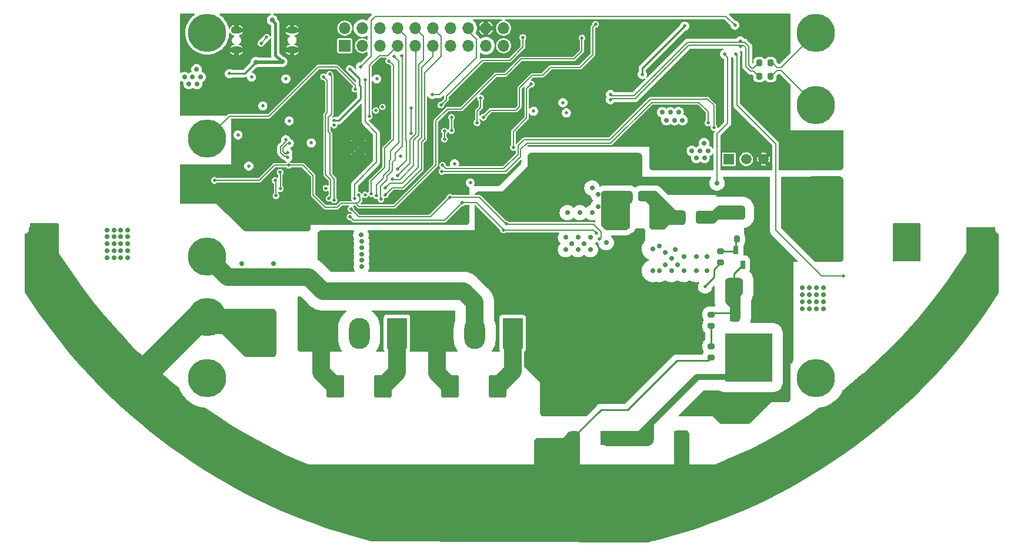
<source format=gbl>
G04 #@! TF.GenerationSoftware,KiCad,Pcbnew,7.0.6*
G04 #@! TF.CreationDate,2024-01-26T23:20:00-08:00*
G04 #@! TF.ProjectId,POWER_BOARD,504f5745-525f-4424-9f41-52442e6b6963,rev?*
G04 #@! TF.SameCoordinates,Original*
G04 #@! TF.FileFunction,Copper,L4,Bot*
G04 #@! TF.FilePolarity,Positive*
%FSLAX46Y46*%
G04 Gerber Fmt 4.6, Leading zero omitted, Abs format (unit mm)*
G04 Created by KiCad (PCBNEW 7.0.6) date 2024-01-26 23:20:00*
%MOMM*%
%LPD*%
G01*
G04 APERTURE LIST*
G04 Aperture macros list*
%AMRoundRect*
0 Rectangle with rounded corners*
0 $1 Rounding radius*
0 $2 $3 $4 $5 $6 $7 $8 $9 X,Y pos of 4 corners*
0 Add a 4 corners polygon primitive as box body*
4,1,4,$2,$3,$4,$5,$6,$7,$8,$9,$2,$3,0*
0 Add four circle primitives for the rounded corners*
1,1,$1+$1,$2,$3*
1,1,$1+$1,$4,$5*
1,1,$1+$1,$6,$7*
1,1,$1+$1,$8,$9*
0 Add four rect primitives between the rounded corners*
20,1,$1+$1,$2,$3,$4,$5,0*
20,1,$1+$1,$4,$5,$6,$7,0*
20,1,$1+$1,$6,$7,$8,$9,0*
20,1,$1+$1,$8,$9,$2,$3,0*%
G04 Aperture macros list end*
G04 #@! TA.AperFunction,HeatsinkPad*
%ADD10C,0.700000*%
G04 #@! TD*
G04 #@! TA.AperFunction,ConnectorPad*
%ADD11R,4.000000X5.500000*%
G04 #@! TD*
G04 #@! TA.AperFunction,ComponentPad*
%ADD12C,5.500000*%
G04 #@! TD*
G04 #@! TA.AperFunction,ComponentPad*
%ADD13C,0.700000*%
G04 #@! TD*
G04 #@! TA.AperFunction,ComponentPad*
%ADD14R,1.700000X1.700000*%
G04 #@! TD*
G04 #@! TA.AperFunction,ComponentPad*
%ADD15O,1.700000X1.700000*%
G04 #@! TD*
G04 #@! TA.AperFunction,ComponentPad*
%ADD16R,3.000000X4.500000*%
G04 #@! TD*
G04 #@! TA.AperFunction,ComponentPad*
%ADD17O,3.000000X4.500000*%
G04 #@! TD*
G04 #@! TA.AperFunction,ComponentPad*
%ADD18R,1.508000X1.508000*%
G04 #@! TD*
G04 #@! TA.AperFunction,ComponentPad*
%ADD19C,1.508000*%
G04 #@! TD*
G04 #@! TA.AperFunction,ComponentPad*
%ADD20O,1.600000X1.100000*%
G04 #@! TD*
G04 #@! TA.AperFunction,SMDPad,CuDef*
%ADD21RoundRect,0.200000X-0.200000X-0.275000X0.200000X-0.275000X0.200000X0.275000X-0.200000X0.275000X0*%
G04 #@! TD*
G04 #@! TA.AperFunction,SMDPad,CuDef*
%ADD22R,0.939800X2.489200*%
G04 #@! TD*
G04 #@! TA.AperFunction,SMDPad,CuDef*
%ADD23R,6.781800X6.934200*%
G04 #@! TD*
G04 #@! TA.AperFunction,SMDPad,CuDef*
%ADD24RoundRect,0.250000X-0.250000X-0.475000X0.250000X-0.475000X0.250000X0.475000X-0.250000X0.475000X0*%
G04 #@! TD*
G04 #@! TA.AperFunction,SMDPad,CuDef*
%ADD25RoundRect,0.250000X1.000000X-1.400000X1.000000X1.400000X-1.000000X1.400000X-1.000000X-1.400000X0*%
G04 #@! TD*
G04 #@! TA.AperFunction,SMDPad,CuDef*
%ADD26RoundRect,0.200000X0.275000X-0.200000X0.275000X0.200000X-0.275000X0.200000X-0.275000X-0.200000X0*%
G04 #@! TD*
G04 #@! TA.AperFunction,SMDPad,CuDef*
%ADD27RoundRect,0.042000X-0.258000X0.573000X-0.258000X-0.573000X0.258000X-0.573000X0.258000X0.573000X0*%
G04 #@! TD*
G04 #@! TA.AperFunction,ComponentPad*
%ADD28R,2.000000X2.000000*%
G04 #@! TD*
G04 #@! TA.AperFunction,ComponentPad*
%ADD29O,2.000000X2.000000*%
G04 #@! TD*
G04 #@! TA.AperFunction,SMDPad,CuDef*
%ADD30RoundRect,0.700000X4.300000X2.800000X-4.300000X2.800000X-4.300000X-2.800000X4.300000X-2.800000X0*%
G04 #@! TD*
G04 #@! TA.AperFunction,SMDPad,CuDef*
%ADD31RoundRect,0.408164X-0.591836X-1.266836X0.591836X-1.266836X0.591836X1.266836X-0.591836X1.266836X0*%
G04 #@! TD*
G04 #@! TA.AperFunction,SMDPad,CuDef*
%ADD32RoundRect,0.200000X0.200000X0.275000X-0.200000X0.275000X-0.200000X-0.275000X0.200000X-0.275000X0*%
G04 #@! TD*
G04 #@! TA.AperFunction,SMDPad,CuDef*
%ADD33RoundRect,0.250000X-1.000000X-0.650000X1.000000X-0.650000X1.000000X0.650000X-1.000000X0.650000X0*%
G04 #@! TD*
G04 #@! TA.AperFunction,SMDPad,CuDef*
%ADD34RoundRect,0.250000X-1.000000X-0.900000X1.000000X-0.900000X1.000000X0.900000X-1.000000X0.900000X0*%
G04 #@! TD*
G04 #@! TA.AperFunction,ViaPad*
%ADD35C,0.700000*%
G04 #@! TD*
G04 #@! TA.AperFunction,ViaPad*
%ADD36C,0.500000*%
G04 #@! TD*
G04 #@! TA.AperFunction,Conductor*
%ADD37C,0.254000*%
G04 #@! TD*
G04 #@! TA.AperFunction,Conductor*
%ADD38C,2.540000*%
G04 #@! TD*
G04 #@! TA.AperFunction,Conductor*
%ADD39C,0.152400*%
G04 #@! TD*
G04 #@! TA.AperFunction,Conductor*
%ADD40C,0.177800*%
G04 #@! TD*
G04 #@! TA.AperFunction,Conductor*
%ADD41C,0.508000*%
G04 #@! TD*
G04 #@! TA.AperFunction,Conductor*
%ADD42C,0.381000*%
G04 #@! TD*
G04 APERTURE END LIST*
D10*
X170025975Y-63940018D03*
X170025975Y-64940018D03*
X170025975Y-65940018D03*
X170025975Y-66940018D03*
X170025975Y-67940018D03*
X171025975Y-63940018D03*
X171025975Y-64940018D03*
X171025975Y-65940018D03*
X171025975Y-66940018D03*
X171025975Y-67940018D03*
X172025975Y-63940018D03*
X172025975Y-64940018D03*
X172025975Y-65940018D03*
X172025975Y-66940018D03*
X172025975Y-67940018D03*
X173025975Y-63940018D03*
X173025975Y-64940018D03*
X173025975Y-65940018D03*
X173025975Y-66940018D03*
X173025975Y-67940018D03*
X159525975Y-63940018D03*
X159525975Y-64940018D03*
X159525975Y-65940018D03*
X159525975Y-66940018D03*
X159525975Y-67940018D03*
X160525975Y-63940018D03*
X160525975Y-64940018D03*
X160525975Y-65940018D03*
X160525975Y-66940018D03*
X160525975Y-67940018D03*
D11*
X161025975Y-65740018D03*
D10*
X161525975Y-63940018D03*
X161525975Y-64940018D03*
X161525975Y-65940018D03*
X161525975Y-66940018D03*
X161525975Y-67940018D03*
X162525975Y-63940018D03*
X162525975Y-64940018D03*
X162525975Y-65940018D03*
X162525975Y-66940018D03*
X162525975Y-67940018D03*
D12*
X147922293Y-85301418D03*
D13*
X81025293Y-53519418D03*
X83025293Y-53519418D03*
X82025293Y-52519418D03*
X81025293Y-51519418D03*
X83025293Y-51519418D03*
D12*
X60292293Y-50757418D03*
D14*
X80098197Y-37383780D03*
D15*
X80098197Y-34843780D03*
X82638197Y-37383780D03*
X82638197Y-34843780D03*
X85178197Y-37383780D03*
X85178197Y-34843780D03*
X87718197Y-37383780D03*
X87718197Y-34843780D03*
X90258197Y-37383780D03*
X90258197Y-34843780D03*
X92798197Y-37383780D03*
X92798197Y-34843780D03*
X95338197Y-37383780D03*
X95338197Y-34843780D03*
X97878197Y-37383780D03*
X97878197Y-34843780D03*
X100418197Y-37383780D03*
X100418197Y-34843780D03*
X102958197Y-37383780D03*
X102958197Y-34843780D03*
D10*
X35362293Y-63940018D03*
X35362293Y-64940018D03*
X35362293Y-65940018D03*
X35362293Y-66940018D03*
X35362293Y-67940018D03*
X36362293Y-63940018D03*
X36362293Y-64940018D03*
X36362293Y-65940018D03*
X36362293Y-66940018D03*
X36362293Y-67940018D03*
D11*
X36862293Y-65740018D03*
D10*
X37362293Y-63940018D03*
X37362293Y-64940018D03*
X37362293Y-65940018D03*
X37362293Y-66940018D03*
X37362293Y-67940018D03*
X38362293Y-63940018D03*
X38362293Y-64940018D03*
X38362293Y-65940018D03*
X38362293Y-66940018D03*
X38362293Y-67940018D03*
X45862293Y-63940018D03*
X45862293Y-64940018D03*
X45862293Y-65940018D03*
X45862293Y-66940018D03*
X45862293Y-67940018D03*
X46862293Y-63940018D03*
X46862293Y-64940018D03*
X46862293Y-65940018D03*
X46862293Y-66940018D03*
X46862293Y-67940018D03*
X47862293Y-63940018D03*
X47862293Y-64940018D03*
X47862293Y-65940018D03*
X47862293Y-66940018D03*
X47862293Y-67940018D03*
X48862293Y-63940018D03*
X48862293Y-64940018D03*
X48862293Y-65940018D03*
X48862293Y-66940018D03*
X48862293Y-67940018D03*
D12*
X60292293Y-85301418D03*
X147922293Y-45931418D03*
D16*
X104267000Y-78870315D03*
D17*
X98817000Y-78870315D03*
X93367000Y-78870315D03*
D18*
X135396600Y-53746400D03*
D19*
X137896600Y-53746400D03*
X140396600Y-53746400D03*
D12*
X60292293Y-67801418D03*
X147922293Y-35517418D03*
X147922293Y-63500000D03*
D16*
X87622293Y-78851418D03*
D17*
X82172293Y-78851418D03*
X76722293Y-78851418D03*
D12*
X60292293Y-35517418D03*
D20*
X72523179Y-37997981D03*
X64523179Y-37997981D03*
X72523179Y-35137981D03*
X64523179Y-35137981D03*
D12*
X60292293Y-76551418D03*
D21*
X136552650Y-65278000D03*
X138202650Y-65278000D03*
D22*
X135960749Y-75946000D03*
D23*
X138250750Y-82359500D03*
D22*
X140540751Y-75946000D03*
D24*
X120970000Y-59055000D03*
X122870000Y-59055000D03*
D25*
X102079000Y-86487000D03*
X95279000Y-86487000D03*
D26*
X132842000Y-82359000D03*
X132842000Y-80709000D03*
D27*
X136425650Y-66885000D03*
X138325650Y-66885000D03*
X137375650Y-69005000D03*
D26*
X134202650Y-68643000D03*
X134202650Y-66993000D03*
D28*
X117974998Y-93993500D03*
D29*
X112894998Y-93993500D03*
D30*
X115424998Y-77393500D03*
D31*
X119980000Y-62103000D03*
X125130000Y-62103000D03*
D32*
X141414000Y-39878000D03*
X139764000Y-39878000D03*
D33*
X127921000Y-62103000D03*
X131921000Y-62103000D03*
D34*
X136153000Y-72136000D03*
X140453000Y-72136000D03*
D32*
X141414000Y-41783000D03*
X139764000Y-41783000D03*
D26*
X132842000Y-77787000D03*
X132842000Y-76137000D03*
D25*
X85569000Y-86487000D03*
X78769000Y-86487000D03*
D28*
X128524000Y-93980000D03*
D29*
X123444000Y-93980000D03*
D30*
X125974000Y-77380000D03*
D35*
X127635000Y-66802000D03*
X124413682Y-53822200D03*
X143637000Y-52857400D03*
D36*
X73119293Y-60536418D03*
D35*
X143637000Y-53873400D03*
D36*
X125603000Y-35687000D03*
D35*
X149733000Y-54864000D03*
X144653000Y-53848000D03*
X147701000Y-51800000D03*
D36*
X69944293Y-61679418D03*
X108889800Y-37490400D03*
D35*
X149733000Y-51800000D03*
D36*
X64135000Y-33401000D03*
D35*
X145669000Y-51800000D03*
D36*
X72484293Y-39454418D03*
D35*
X148717000Y-52832000D03*
X150749000Y-53848000D03*
D36*
X64617600Y-52222400D03*
D35*
X149733000Y-52832000D03*
D36*
X123469400Y-34925000D03*
D35*
X125450600Y-49174400D03*
X124413682Y-51790200D03*
D36*
X130454400Y-35306000D03*
X104488293Y-45931418D03*
D35*
X149733000Y-53848000D03*
D36*
X117823293Y-48344418D03*
X73119293Y-53297418D03*
D35*
X148717000Y-51800000D03*
X124409200Y-49606200D03*
D36*
X73373293Y-45804418D03*
D35*
X145669000Y-54864000D03*
X146685000Y-52832000D03*
D36*
X73246293Y-55710418D03*
D35*
X124409200Y-50774600D03*
X145669000Y-53848000D03*
D36*
X94183200Y-56616600D03*
X73373293Y-48979418D03*
D35*
X144653000Y-52832000D03*
X150749000Y-54864000D03*
D36*
X60579000Y-43180000D03*
X111048800Y-34874200D03*
X84582000Y-44958000D03*
X89817229Y-61034768D03*
X73354051Y-47442635D03*
D35*
X144653000Y-54864000D03*
D36*
X73881293Y-33231418D03*
X119176800Y-34467800D03*
D35*
X143637000Y-51825400D03*
D36*
X92042293Y-52535418D03*
D35*
X150749000Y-52832000D03*
X146685000Y-51800000D03*
D36*
X71214293Y-36533418D03*
D35*
X144653000Y-51800000D03*
D36*
X99535293Y-53805418D03*
D35*
X145669000Y-52832000D03*
X150749000Y-51800000D03*
D36*
X111473293Y-44534418D03*
X108889800Y-34874200D03*
X111048800Y-37490400D03*
X92042293Y-53805418D03*
D35*
X147701000Y-52832000D03*
D36*
X84041293Y-61425418D03*
X66261293Y-36533418D03*
X95725293Y-45677418D03*
D35*
X143637000Y-54889400D03*
D36*
X63500000Y-43307300D03*
D35*
X124413682Y-52806200D03*
X124460000Y-69850000D03*
X132207000Y-67818000D03*
X128016000Y-68961000D03*
X126238000Y-68961000D03*
X132207000Y-69850000D03*
X130683000Y-67818000D03*
X127127000Y-69850000D03*
X128905000Y-67818000D03*
X125349000Y-69850000D03*
X128905000Y-69850000D03*
X125349000Y-66294000D03*
X126238000Y-67183000D03*
X130683000Y-69850000D03*
X127127000Y-68072000D03*
X124460000Y-66675000D03*
X127558800Y-48107600D03*
D36*
X66294000Y-54737000D03*
X84582000Y-46736000D03*
X98171000Y-57150000D03*
X75278293Y-51392418D03*
X83025293Y-58885418D03*
X107282293Y-46820418D03*
D35*
X128143000Y-46965000D03*
D36*
X111506000Y-45593000D03*
D35*
X128727200Y-48107600D03*
D36*
X78587600Y-48183800D03*
X78580293Y-48852418D03*
X85521800Y-46202600D03*
X129032000Y-34544000D03*
X88105293Y-53297418D03*
X111988600Y-47066200D03*
X64737293Y-50249418D03*
X77373793Y-57932918D03*
D35*
X126974600Y-46990400D03*
X126390400Y-48107600D03*
D36*
X80822800Y-40741600D03*
X95910400Y-54406800D03*
D35*
X125806200Y-46990400D03*
D36*
X122936000Y-41529000D03*
X68293293Y-46058418D03*
X72103293Y-48217418D03*
D35*
X136238293Y-61933418D03*
X137254293Y-61933418D03*
X134206293Y-60917418D03*
X137254293Y-60917418D03*
X135222293Y-60917418D03*
X134206293Y-61933418D03*
X136238293Y-60917418D03*
X135222293Y-61933418D03*
X66040000Y-71501000D03*
X69088000Y-71501000D03*
X69850000Y-68834000D03*
X65278000Y-69850000D03*
X65278000Y-68834000D03*
X67056000Y-71501000D03*
X69850000Y-70866000D03*
X65278000Y-70866000D03*
X69850000Y-69850000D03*
X68072000Y-71501000D03*
D36*
X116341443Y-64438303D03*
X96995293Y-60028418D03*
X102948199Y-63946646D03*
X80866293Y-62060418D03*
X63500000Y-41402000D03*
D35*
X67310000Y-39751000D03*
X71087293Y-39708418D03*
X69639493Y-33679037D03*
D36*
X82115703Y-58929186D03*
X61341000Y-56794400D03*
X72009000Y-54610000D03*
X114249200Y-36271200D03*
D35*
X115443000Y-66802000D03*
X118364000Y-60579000D03*
X112776000Y-65913000D03*
X118364000Y-63627000D03*
X115443000Y-65024000D03*
X147955000Y-75311000D03*
X117475000Y-61468000D03*
X145923000Y-74295000D03*
X82423000Y-64668400D03*
X82506507Y-66497200D03*
X82506507Y-65582800D03*
X114554000Y-65913000D03*
X148971000Y-75311000D03*
X82506507Y-68326000D03*
X148971000Y-73279000D03*
X111887000Y-66802000D03*
X115697000Y-57912000D03*
X146939000Y-74295000D03*
X148971000Y-74295000D03*
D36*
X134747000Y-38608000D03*
D35*
X145923000Y-73279000D03*
X145923000Y-75311000D03*
X147955000Y-73279000D03*
X113919000Y-61468000D03*
X117475000Y-62738000D03*
X112141000Y-61468000D03*
X147955000Y-74295000D03*
X111887000Y-65024000D03*
X117729000Y-65786000D03*
X82506507Y-69240400D03*
X145923000Y-72263000D03*
X117475000Y-59690000D03*
X113665000Y-66802000D03*
X82506507Y-67411600D03*
D36*
X131953000Y-72136000D03*
D35*
X116586000Y-58801000D03*
X113665000Y-65024000D03*
X146939000Y-73279000D03*
X148971000Y-72263000D03*
X147955000Y-72263000D03*
X146939000Y-72263000D03*
X116586000Y-60579000D03*
X133705600Y-57175400D03*
X146939000Y-75311000D03*
X115697000Y-61468000D03*
X107823000Y-96393000D03*
X107823000Y-94361000D03*
X107823000Y-95377000D03*
X69850000Y-78867000D03*
X69850000Y-76835000D03*
X65278000Y-76835000D03*
X110109000Y-97409000D03*
X107823000Y-97409000D03*
X69850000Y-79883000D03*
X65278000Y-79883000D03*
X69850000Y-80899000D03*
X69215000Y-81915000D03*
X111252000Y-96393000D03*
X65278000Y-77851000D03*
X65278000Y-80899000D03*
X68199000Y-81915000D03*
X67183000Y-81915000D03*
X65278000Y-78867000D03*
X108966000Y-97409000D03*
X111252000Y-97409000D03*
X111252000Y-94361000D03*
X66167000Y-81915000D03*
X69850000Y-77851000D03*
X111252000Y-95377000D03*
D36*
X94081600Y-55524400D03*
X132384800Y-48514000D03*
X151892000Y-70612000D03*
X82346800Y-40411400D03*
X136271000Y-34417000D03*
X136398000Y-38608000D03*
X94183200Y-54610000D03*
X133248400Y-49174400D03*
X103345293Y-63076418D03*
X95242693Y-59241018D03*
X116738400Y-65278000D03*
X80993293Y-60917418D03*
X68039293Y-37041418D03*
X68869293Y-36152418D03*
X77818293Y-59393418D03*
X77056293Y-41867418D03*
X78580293Y-59647418D03*
X77945293Y-41486418D03*
X86454293Y-39581418D03*
X83904291Y-58739500D03*
X84676293Y-59012418D03*
X87216293Y-38946418D03*
X88318697Y-38819418D03*
X85311293Y-59520418D03*
X85946293Y-58885418D03*
X85911703Y-57904008D03*
X86962293Y-56599418D03*
X87724293Y-56091418D03*
X87724293Y-55202418D03*
X83660293Y-47582418D03*
X104385266Y-52061266D03*
X106934000Y-42926000D03*
X105740200Y-36195000D03*
X93954600Y-45923200D03*
X89629293Y-49974518D03*
X89636600Y-46329600D03*
X94455293Y-49702233D03*
X94455293Y-50846393D03*
X99154293Y-48471418D03*
X99662293Y-44915418D03*
X95471293Y-49614418D03*
X95471293Y-47709418D03*
X100043293Y-47709418D03*
X116205000Y-34290000D03*
X70792293Y-55621418D03*
X70833293Y-57996418D03*
X70198293Y-59012418D03*
X70092293Y-56821418D03*
X71895458Y-52785200D03*
X72115039Y-51449809D03*
X71617801Y-50952571D03*
X71895458Y-53488400D03*
D35*
X121412000Y-64770000D03*
X91059000Y-79629000D03*
X117475000Y-71247000D03*
X137889293Y-89408000D03*
X119523376Y-73017626D03*
X117475000Y-70358000D03*
X91059000Y-77851000D03*
X145669000Y-56769000D03*
X120650000Y-67564000D03*
X106680000Y-69723000D03*
X135857293Y-89408000D03*
X73787000Y-79883000D03*
X117483002Y-73011500D03*
X73787000Y-78994000D03*
X145669000Y-58826400D03*
X134832919Y-90417874D03*
X147701000Y-58826400D03*
X90170000Y-80518000D03*
X120904000Y-66421000D03*
X121920000Y-70358000D03*
X144653000Y-56769000D03*
X106680000Y-70612000D03*
X107569000Y-69723000D03*
X97531295Y-64998181D03*
X76897800Y-66383600D03*
X144653000Y-58851800D03*
X122301000Y-64389000D03*
X121547002Y-73011500D03*
X90170000Y-77851000D03*
X120650000Y-68580000D03*
X108458000Y-70612000D03*
X121666000Y-65786000D03*
X137889293Y-90424000D03*
X136873293Y-88392000D03*
X74676000Y-78994000D03*
X76911200Y-67284600D03*
X90170000Y-79629000D03*
X136873293Y-91440000D03*
X90170000Y-76962000D03*
X144653000Y-59902600D03*
X109347000Y-71501000D03*
X122682000Y-81661000D03*
X91059000Y-78740000D03*
X134832919Y-88385874D03*
X143637000Y-59928000D03*
X91059000Y-76962000D03*
X107569000Y-70612000D03*
X143637000Y-58877200D03*
X121920000Y-69469000D03*
X143637000Y-56794400D03*
X76911200Y-68199000D03*
X137889293Y-88392000D03*
X146685000Y-58826400D03*
X150749000Y-56769000D03*
X135857293Y-88392000D03*
X77837600Y-66383600D03*
X134832919Y-91433874D03*
X120142000Y-70358000D03*
X137889293Y-91440000D03*
X149733000Y-57785000D03*
X143637000Y-57810400D03*
X150749000Y-57785000D03*
X91059000Y-80518000D03*
X116577626Y-81654874D03*
X135857293Y-91440000D03*
X121031000Y-71247000D03*
X127635000Y-73025000D03*
X74676000Y-77216000D03*
X120142000Y-71247000D03*
X119253000Y-69469000D03*
X118618000Y-81661000D03*
X121920000Y-71247000D03*
X107569000Y-71501000D03*
X145669000Y-59877200D03*
X119253000Y-70358000D03*
X73787000Y-78105000D03*
X146685000Y-59877200D03*
X73787000Y-80772000D03*
X148717000Y-59877200D03*
X109347000Y-70612000D03*
X118364000Y-71247000D03*
X150749000Y-59877200D03*
X119253000Y-71247000D03*
X106680000Y-71501000D03*
X109347000Y-69723000D03*
X90086493Y-66911818D03*
X136873293Y-89408000D03*
X74676000Y-78105000D03*
X90086493Y-67921918D03*
X77851000Y-67284600D03*
X134832919Y-89401874D03*
X90170000Y-78740000D03*
X108458000Y-69723000D03*
X148717000Y-58826400D03*
X74676000Y-80772000D03*
X121031000Y-70358000D03*
X123587376Y-73017626D03*
X149733000Y-59877200D03*
X121031000Y-69469000D03*
X149733000Y-58826400D03*
X136873293Y-90424000D03*
X124333000Y-81661000D03*
X74676000Y-79883000D03*
X144653000Y-57785000D03*
X73787000Y-77216000D03*
X150749000Y-58826400D03*
X129658626Y-73018874D03*
X120641626Y-81654874D03*
X118364000Y-70358000D03*
X120142000Y-69469000D03*
X135857293Y-90424000D03*
X77851000Y-68199000D03*
X147701000Y-59877200D03*
X108458000Y-71501000D03*
X125594626Y-73018874D03*
X149733000Y-56769000D03*
X145669000Y-57785000D03*
D36*
X118364000Y-44398718D03*
X137046949Y-36694300D03*
X137046949Y-37473700D03*
X118364000Y-45178118D03*
X81584800Y-43662600D03*
X92684600Y-44424600D03*
X83025293Y-42341800D03*
X81522193Y-59393418D03*
D35*
X131826000Y-51435000D03*
X58826400Y-42926000D03*
X131241800Y-52552600D03*
X59359800Y-41910000D03*
X130708400Y-53568600D03*
X57658000Y-42926000D03*
X58775600Y-40792400D03*
X57023000Y-41910000D03*
D36*
X84709000Y-42164000D03*
D35*
X58191400Y-41910000D03*
X130073400Y-52552600D03*
D36*
X71628000Y-42164000D03*
D35*
X131876800Y-53568600D03*
D36*
X66675000Y-41910000D03*
D35*
X132410200Y-52552600D03*
D37*
X78587600Y-48183800D02*
X79248911Y-48183800D01*
X122936000Y-40640000D02*
X122936000Y-41529000D01*
X80822800Y-40741600D02*
X82219800Y-42138600D01*
X129032000Y-34544000D02*
X122936000Y-40640000D01*
X82397600Y-43205400D02*
X82397600Y-45035111D01*
X79248911Y-48183800D02*
X82397600Y-45035111D01*
X82219800Y-42138600D02*
X82219800Y-43027600D01*
X82219800Y-43027600D02*
X82397600Y-43205400D01*
D38*
X76962000Y-72771000D02*
X97155000Y-72771000D01*
X74930000Y-70739000D02*
X76962000Y-72771000D01*
X97155000Y-72771000D02*
X98817000Y-74433000D01*
X98817000Y-74433000D02*
X98817000Y-78870315D01*
X63229875Y-70739000D02*
X74930000Y-70739000D01*
X60292293Y-67801418D02*
X63229875Y-70739000D01*
D39*
X99027293Y-60028418D02*
X102913493Y-63914618D01*
D40*
X81374293Y-62568418D02*
X94455293Y-62568418D01*
D39*
X96995293Y-60028418D02*
X94963293Y-62060418D01*
D40*
X102964293Y-63965418D02*
X102913493Y-63914618D01*
X115868558Y-63965418D02*
X102964293Y-63965418D01*
X80866293Y-62060418D02*
X81374293Y-62568418D01*
D39*
X96995293Y-60028418D02*
X99027293Y-60028418D01*
D40*
X94455293Y-62568418D02*
X94963293Y-62060418D01*
X116341443Y-64438303D02*
X115868558Y-63965418D01*
D41*
X71044711Y-39751000D02*
X71087293Y-39708418D01*
D42*
X70104000Y-38725125D02*
X71087293Y-39708418D01*
D37*
X63500000Y-41402000D02*
X65659000Y-41402000D01*
D41*
X67310000Y-39751000D02*
X71044711Y-39751000D01*
D42*
X69639493Y-33679037D02*
X70104000Y-34143544D01*
X70104000Y-34143544D02*
X70104000Y-38725125D01*
D37*
X65659000Y-41402000D02*
X67310000Y-39751000D01*
D40*
X69977000Y-54610000D02*
X72009000Y-54610000D01*
D39*
X87223600Y-60579000D02*
X82143600Y-60579000D01*
X105511600Y-39293800D02*
X103251000Y-41554400D01*
D40*
X67792600Y-56794400D02*
X69977000Y-54610000D01*
D39*
X82115703Y-58929186D02*
X82115703Y-59027103D01*
X101828600Y-41554400D02*
X96875600Y-46507400D01*
X94894400Y-46507400D02*
X93218000Y-48183800D01*
X82321400Y-59232800D02*
X82321400Y-59766200D01*
X114249200Y-38125400D02*
X113080800Y-39293800D01*
X82143600Y-60579000D02*
X81965800Y-60401200D01*
X93218000Y-54584600D02*
X87223600Y-60579000D01*
X113080800Y-39293800D02*
X105511600Y-39293800D01*
X77292200Y-60680600D02*
X75539600Y-58928000D01*
X81965800Y-60121800D02*
X81686400Y-60121800D01*
X81686400Y-60121800D02*
X79578200Y-60121800D01*
X82321400Y-59766200D02*
X81965800Y-60121800D01*
D40*
X61341000Y-56794400D02*
X67792600Y-56794400D01*
D39*
X75539600Y-58928000D02*
X75539600Y-56108600D01*
X74041000Y-54610000D02*
X72009000Y-54610000D01*
X93218000Y-48183800D02*
X93218000Y-54584600D01*
X75539600Y-56108600D02*
X74041000Y-54610000D01*
X114249200Y-36271200D02*
X114249200Y-38125400D01*
X103251000Y-41554400D02*
X101828600Y-41554400D01*
X82115703Y-59027103D02*
X82321400Y-59232800D01*
X96875600Y-46507400D02*
X94894400Y-46507400D01*
X81965800Y-60401200D02*
X81686400Y-60121800D01*
X79019400Y-60680600D02*
X77292200Y-60680600D01*
X79578200Y-60121800D02*
X79019400Y-60680600D01*
D40*
X135222293Y-39083293D02*
X135222293Y-48608293D01*
D37*
X131953000Y-72009000D02*
X131953000Y-72136000D01*
X133223000Y-70739000D02*
X131953000Y-72009000D01*
X134202650Y-68643000D02*
X133223000Y-69622650D01*
D40*
X133705600Y-50124986D02*
X133705600Y-57175400D01*
X135222293Y-48608293D02*
X133705600Y-50124986D01*
D37*
X133223000Y-69622650D02*
X133223000Y-70739000D01*
D40*
X134747000Y-38608000D02*
X135222293Y-39083293D01*
D37*
X132397000Y-82804000D02*
X127889000Y-82804000D01*
X116972498Y-89916000D02*
X112894998Y-93993500D01*
X127889000Y-82804000D02*
X120777000Y-89916000D01*
X120777000Y-89916000D02*
X116972498Y-89916000D01*
X132842000Y-82359000D02*
X132397000Y-82804000D01*
D39*
X103301800Y-55524400D02*
X94081600Y-55524400D01*
X124256800Y-45567600D02*
X118389400Y-51435000D01*
X105410000Y-52324000D02*
X105410000Y-53416200D01*
X132384800Y-48514000D02*
X132384800Y-46888400D01*
X132384800Y-46888400D02*
X131064000Y-45567600D01*
X131064000Y-45567600D02*
X124256800Y-45567600D01*
X106299000Y-51435000D02*
X105410000Y-52324000D01*
X105410000Y-53416200D02*
X103301800Y-55524400D01*
X118389400Y-51435000D02*
X106299000Y-51435000D01*
X134987818Y-33133818D02*
X136271000Y-34417000D01*
X142113000Y-64008000D02*
X142113000Y-51562000D01*
X83873449Y-38884751D02*
X83873449Y-33728551D01*
X136525000Y-38735000D02*
X136398000Y-38608000D01*
X83873449Y-33728551D02*
X84468182Y-33133818D01*
X84468182Y-33133818D02*
X134987818Y-33133818D01*
X142113000Y-51562000D02*
X136525000Y-45974000D01*
X151892000Y-70612000D02*
X148717000Y-70612000D01*
X136525000Y-45974000D02*
X136525000Y-38735000D01*
X148717000Y-70612000D02*
X142113000Y-64008000D01*
X82346800Y-40411400D02*
X83873449Y-38884751D01*
X94665800Y-55092600D02*
X102971600Y-55092600D01*
X105029000Y-53035200D02*
X105029000Y-51816000D01*
X105918000Y-50927000D02*
X118287800Y-50927000D01*
X124129800Y-45085000D02*
X132359400Y-45085000D01*
X118287800Y-50927000D02*
X124129800Y-45085000D01*
X133248400Y-45974000D02*
X133248400Y-49174400D01*
X105029000Y-51816000D02*
X105918000Y-50927000D01*
X94183200Y-54610000D02*
X94665800Y-55092600D01*
X132359400Y-45085000D02*
X133248400Y-45974000D01*
X102971600Y-55092600D02*
X105029000Y-53035200D01*
D40*
X115908418Y-63152618D02*
X103370693Y-63152618D01*
X95242693Y-59241018D02*
X92423293Y-62060418D01*
X116738400Y-65278000D02*
X116967000Y-65049400D01*
X116967000Y-64211200D02*
X115908418Y-63152618D01*
X92423293Y-62060418D02*
X82136293Y-62060418D01*
X99459093Y-59241018D02*
X95242693Y-59241018D01*
X116967000Y-65049400D02*
X116967000Y-64211200D01*
X82136293Y-62060418D02*
X80993293Y-60917418D01*
X103370693Y-63152618D02*
X99459093Y-59241018D01*
D39*
X68869293Y-36211418D02*
X68039293Y-37041418D01*
X68869293Y-36152418D02*
X68869293Y-36211418D01*
X77818293Y-59393418D02*
X78080993Y-59130718D01*
X78080993Y-56735118D02*
X77310293Y-55964418D01*
X78080993Y-59130718D02*
X78080993Y-56735118D01*
X77310293Y-55964418D02*
X77310293Y-47328418D01*
X77310293Y-47328418D02*
X77564293Y-47074418D01*
X77564293Y-47074418D02*
X77564293Y-42375418D01*
X77564293Y-42375418D02*
X77056293Y-41867418D01*
X78199293Y-47201418D02*
X78199293Y-41740418D01*
X77716693Y-49766818D02*
X77716693Y-47684018D01*
X77716693Y-47684018D02*
X78199293Y-47201418D01*
X77970693Y-50020818D02*
X77716693Y-49766818D01*
X78580293Y-59647418D02*
X78580293Y-56574018D01*
X77970693Y-55964418D02*
X77970693Y-50020818D01*
X78199293Y-41740418D02*
X77945293Y-41486418D01*
X78580293Y-56574018D02*
X77970693Y-55964418D01*
X87089293Y-40216418D02*
X87089293Y-50884418D01*
X86454293Y-39581418D02*
X87089293Y-40216418D01*
X85819293Y-52154418D02*
X85819293Y-54948418D01*
X85819293Y-54948418D02*
X83904291Y-56863420D01*
X83904291Y-56863420D02*
X83904291Y-58739500D01*
X87089293Y-50884418D02*
X85819293Y-52154418D01*
X85692293Y-56472418D02*
X84676293Y-57488418D01*
X85692293Y-56091418D02*
X85692293Y-56472418D01*
X86708293Y-52535418D02*
X86708293Y-53805418D01*
X87851293Y-39581418D02*
X87851293Y-51392418D01*
X87851293Y-51392418D02*
X86708293Y-52535418D01*
X86555893Y-53957818D02*
X86555893Y-55227818D01*
X87216293Y-38946418D02*
X87851293Y-39581418D01*
X86555893Y-55227818D02*
X85692293Y-56091418D01*
X84676293Y-57488418D02*
X84676293Y-59012418D01*
X86708293Y-53805418D02*
X86555893Y-53957818D01*
X87343293Y-53805418D02*
X86962293Y-54186418D01*
X87343293Y-52916418D02*
X87343293Y-53805418D01*
X88359293Y-38860014D02*
X88359293Y-51900418D01*
X85256493Y-59465618D02*
X85311293Y-59520418D01*
X86200293Y-56218418D02*
X86200293Y-56726418D01*
X86962293Y-55456418D02*
X86200293Y-56218418D01*
X88359293Y-51900418D02*
X87343293Y-52916418D01*
X86962293Y-54186418D02*
X86962293Y-55456418D01*
X85256493Y-57670218D02*
X85256493Y-59465618D01*
X88318697Y-38819418D02*
X88359293Y-38860014D01*
X86200293Y-56726418D02*
X85256493Y-57670218D01*
X88486293Y-57869418D02*
X91153293Y-55202418D01*
X91614493Y-50219518D02*
X91614493Y-41279218D01*
X93978397Y-36023980D02*
X92798197Y-34843780D01*
X91153293Y-55202418D02*
X91153293Y-51265418D01*
X91661293Y-50757418D02*
X91661293Y-50739745D01*
X91661293Y-50739745D02*
X91644393Y-50722845D01*
X91614493Y-41279218D02*
X93978397Y-38915314D01*
X85946293Y-58885418D02*
X86962293Y-57869418D01*
X93978397Y-38915314D02*
X93978397Y-36023980D01*
X86962293Y-57869418D02*
X88486293Y-57869418D01*
X91153293Y-51265418D02*
X91661293Y-50757418D01*
X91644393Y-50249418D02*
X91614493Y-50219518D01*
X91644393Y-50722845D02*
X91644393Y-50249418D01*
X86581293Y-57234418D02*
X88359293Y-57234418D01*
X85911703Y-57904008D02*
X86581293Y-57234418D01*
X88359293Y-57234418D02*
X90645293Y-54948418D01*
X91208093Y-50575618D02*
X91208093Y-40542618D01*
X92798197Y-38952514D02*
X92798197Y-37383780D01*
X91208093Y-40542618D02*
X92798197Y-38952514D01*
X90645293Y-51138418D02*
X91208093Y-50575618D01*
X90645293Y-54948418D02*
X90645293Y-51138418D01*
X91438397Y-36023980D02*
X90258197Y-34843780D01*
X90772293Y-50249418D02*
X90772293Y-40089418D01*
X91438397Y-39423314D02*
X91438397Y-36023980D01*
X90772293Y-40089418D02*
X91438397Y-39423314D01*
X86962293Y-56599418D02*
X87034493Y-56671618D01*
X87034493Y-56671618D02*
X88033093Y-56671618D01*
X90010293Y-54694418D02*
X90010293Y-51011418D01*
X90010293Y-51011418D02*
X90772293Y-50249418D01*
X88033093Y-56671618D02*
X90010293Y-54694418D01*
X89502293Y-50922045D02*
X90336493Y-50087845D01*
X90336493Y-50087845D02*
X90336493Y-37462076D01*
X90336493Y-37462076D02*
X90258197Y-37383780D01*
X89502293Y-54313418D02*
X89502293Y-50922045D01*
X87724293Y-56091418D02*
X89502293Y-54313418D01*
X88898397Y-36023980D02*
X87718197Y-34843780D01*
X88994293Y-53932418D02*
X88994293Y-51138418D01*
X88898397Y-51042522D02*
X88898397Y-36023980D01*
X87724293Y-55202418D02*
X88994293Y-53932418D01*
X88994293Y-51138418D02*
X88898397Y-51042522D01*
X83660293Y-40216418D02*
X85057293Y-38819418D01*
X85057293Y-38819418D02*
X86282559Y-38819418D01*
X86282559Y-38819418D02*
X87718197Y-37383780D01*
X83660293Y-47582418D02*
X83660293Y-40216418D01*
X104385266Y-49717445D02*
X106266293Y-47836418D01*
X104385266Y-52061266D02*
X104385266Y-49717445D01*
X106266293Y-43593707D02*
X106934000Y-42926000D01*
X106266293Y-47836418D02*
X106266293Y-43593707D01*
D40*
X94716600Y-44678600D02*
X94716600Y-45161200D01*
D39*
X89629293Y-49974518D02*
X89629293Y-46336907D01*
D40*
X105740200Y-37592000D02*
X103860600Y-39471600D01*
X94716600Y-45161200D02*
X93954600Y-45923200D01*
D39*
X89629293Y-46336907D02*
X89636600Y-46329600D01*
D40*
X105740200Y-36195000D02*
X105740200Y-37592000D01*
X99923600Y-39471600D02*
X94716600Y-44678600D01*
X103860600Y-39471600D02*
X99923600Y-39471600D01*
D39*
X94455293Y-49702233D02*
X94455293Y-50846393D01*
X99154293Y-46820418D02*
X99154293Y-48471418D01*
X99662293Y-44915418D02*
X99662293Y-46312418D01*
X99662293Y-46312418D02*
X99154293Y-46820418D01*
X95471293Y-49614418D02*
X95471293Y-47709418D01*
X115824000Y-38634311D02*
X113945311Y-40513000D01*
X108585000Y-41656000D02*
X107112711Y-41656000D01*
X109728000Y-40513000D02*
X108585000Y-41656000D01*
X115824000Y-34671000D02*
X115824000Y-38634311D01*
X107112711Y-41656000D02*
X105250293Y-43518418D01*
X116205000Y-34290000D02*
X115824000Y-34671000D01*
X105250293Y-46185418D02*
X104742293Y-46693418D01*
X113945311Y-40513000D02*
X109728000Y-40513000D01*
X101059293Y-46693418D02*
X100043293Y-47709418D01*
X105250293Y-43518418D02*
X105250293Y-46185418D01*
X104742293Y-46693418D02*
X101059293Y-46693418D01*
X70792293Y-55621418D02*
X70833293Y-55662418D01*
X70833293Y-55662418D02*
X70833293Y-57996418D01*
X70198293Y-59012418D02*
X70198293Y-56927418D01*
X70198293Y-56927418D02*
X70092293Y-56821418D01*
X71228527Y-52090531D02*
X71869249Y-51449809D01*
X71895458Y-52785200D02*
X71721659Y-52958999D01*
X71512656Y-52958999D02*
X71228527Y-52674870D01*
X71869249Y-51449809D02*
X72115039Y-51449809D01*
X71721659Y-52958999D02*
X71512656Y-52958999D01*
X71228527Y-52674870D02*
X71228527Y-52090531D01*
X71895458Y-53488400D02*
X71721659Y-53314601D01*
X71617801Y-51198361D02*
X71617801Y-50952571D01*
X71721659Y-53314601D02*
X71365362Y-53314601D01*
X70872927Y-52822166D02*
X70872927Y-51943235D01*
X70872927Y-51943235D02*
X71617801Y-51198361D01*
X71365362Y-53314601D02*
X70872927Y-52822166D01*
D38*
X87622293Y-84433707D02*
X85569000Y-86487000D01*
X87622293Y-78851418D02*
X87622293Y-84433707D01*
X104267000Y-84299000D02*
X102079000Y-86487000D01*
X104267000Y-78870315D02*
X104267000Y-84299000D01*
X76722293Y-78851418D02*
X76722293Y-84440293D01*
X93367000Y-84575000D02*
X95279000Y-86487000D01*
X76722293Y-84440293D02*
X78769000Y-86487000D01*
D37*
X138202650Y-66762000D02*
X138325650Y-66885000D01*
X138202650Y-65278000D02*
X138202650Y-66762000D01*
D38*
X93367000Y-78870315D02*
X93367000Y-84575000D01*
D37*
X132842000Y-77787000D02*
X132842000Y-80709000D01*
X136153000Y-72136000D02*
X136153000Y-70227650D01*
X136153000Y-70227650D02*
X137375650Y-69005000D01*
X133033000Y-75946000D02*
X135960749Y-75946000D01*
X132842000Y-76137000D02*
X133033000Y-75946000D01*
X136425650Y-65405000D02*
X136552650Y-65278000D01*
X134202650Y-66993000D02*
X136317650Y-66993000D01*
X136425650Y-66885000D02*
X136425650Y-65405000D01*
X136317650Y-66993000D02*
X136425650Y-66885000D01*
D40*
X136885850Y-36855399D02*
X137046949Y-36694300D01*
X121740892Y-44559818D02*
X129445310Y-36855400D01*
X139689000Y-39878000D02*
X139764000Y-39878000D01*
X129445310Y-36855400D02*
X136885850Y-36855399D01*
X138715190Y-40601900D02*
X138965100Y-40601900D01*
X137208048Y-36855399D02*
X137635689Y-36855399D01*
X137635689Y-36855399D02*
X138277600Y-37497310D01*
X138965100Y-40601900D02*
X139689000Y-39878000D01*
X138277600Y-37497310D02*
X138277600Y-40164310D01*
X118525100Y-44559818D02*
X121740892Y-44559818D01*
X137046949Y-36694300D02*
X137208048Y-36855399D01*
X118364000Y-44398718D02*
X118525100Y-44559818D01*
X138277600Y-40164310D02*
X138715190Y-40601900D01*
X138965100Y-41059100D02*
X139689000Y-41783000D01*
X137208048Y-37312601D02*
X137446311Y-37312601D01*
X138525810Y-41059100D02*
X138965100Y-41059100D01*
X139689000Y-41783000D02*
X139764000Y-41783000D01*
X118364000Y-45178118D02*
X118525100Y-45017018D01*
X137446311Y-37312601D02*
X137820400Y-37686690D01*
X137046949Y-37473700D02*
X137208048Y-37312601D01*
X118525100Y-45017018D02*
X121930272Y-45017018D01*
X136885850Y-37312601D02*
X137046949Y-37473700D01*
X121930272Y-45017018D02*
X129634690Y-37312600D01*
X129634690Y-37312600D02*
X136885850Y-37312601D01*
X137820400Y-40353690D02*
X138525810Y-41059100D01*
X137820400Y-37686690D02*
X137820400Y-40353690D01*
X76250800Y-40462200D02*
X69164200Y-47548800D01*
X78968600Y-40462200D02*
X76250800Y-40462200D01*
X81584800Y-43662600D02*
X81584800Y-43078400D01*
X81584800Y-43078400D02*
X78968600Y-40462200D01*
X63500911Y-47548800D02*
X60292293Y-50757418D01*
X69164200Y-47548800D02*
X63500911Y-47548800D01*
D39*
X99060000Y-36474400D02*
X97878197Y-35292597D01*
X99060000Y-39116000D02*
X99060000Y-36474400D01*
X97878197Y-35292597D02*
X97878197Y-34843780D01*
X92684600Y-44424600D02*
X93751400Y-44424600D01*
X93751400Y-44424600D02*
X99060000Y-39116000D01*
D40*
X142943893Y-40953018D02*
X142307982Y-40953018D01*
X142307982Y-40953018D02*
X141478000Y-41783000D01*
X147922293Y-45931418D02*
X142943893Y-40953018D01*
X141478000Y-41783000D02*
X141414000Y-41783000D01*
X142943893Y-40495818D02*
X142349818Y-40495818D01*
X147922293Y-35517418D02*
X142943893Y-40495818D01*
X142349818Y-40495818D02*
X141732000Y-39878000D01*
X141732000Y-39878000D02*
X141414000Y-39878000D01*
D39*
X83025293Y-42341800D02*
X83025293Y-48344418D01*
X83025293Y-48344418D02*
X84676293Y-49995418D01*
X84676293Y-54186418D02*
X81522193Y-57340518D01*
X81522193Y-57340518D02*
X81522193Y-59393418D01*
X84676293Y-49995418D02*
X84676293Y-54186418D01*
G04 #@! TA.AperFunction,Conductor*
G36*
X122430852Y-52832375D02*
G01*
X122548008Y-52847799D01*
X122570168Y-52853737D01*
X122671309Y-52895630D01*
X122691181Y-52907104D01*
X122778029Y-52973746D01*
X122794253Y-52989970D01*
X122860895Y-53076818D01*
X122872369Y-53096691D01*
X122914261Y-53197828D01*
X122920200Y-53219993D01*
X122935623Y-53337141D01*
X122935999Y-53342883D01*
X122935999Y-55745875D01*
X122936000Y-55745882D01*
X122936000Y-56254269D01*
X123444392Y-56253874D01*
X123444394Y-56253875D01*
X132766233Y-56246645D01*
X132822749Y-56267166D01*
X132852853Y-56319214D01*
X132854200Y-56334546D01*
X132854199Y-56427314D01*
X132836445Y-56480284D01*
X132755683Y-56587231D01*
X132663779Y-56771799D01*
X132607358Y-56970098D01*
X132588334Y-57175399D01*
X132607358Y-57380701D01*
X132663419Y-57577734D01*
X132663780Y-57579003D01*
X132755681Y-57763565D01*
X132755682Y-57763566D01*
X132755683Y-57763568D01*
X132840485Y-57875864D01*
X132879930Y-57928097D01*
X132954870Y-57996414D01*
X133032294Y-58066996D01*
X133032303Y-58067002D01*
X133101486Y-58109838D01*
X133207592Y-58175536D01*
X133399846Y-58250015D01*
X133399854Y-58250016D01*
X133399856Y-58250017D01*
X133505745Y-58269811D01*
X133602512Y-58287900D01*
X133602513Y-58287900D01*
X133808687Y-58287900D01*
X133808688Y-58287900D01*
X134011354Y-58250015D01*
X134203608Y-58175536D01*
X134378903Y-58066998D01*
X134531270Y-57928097D01*
X134655519Y-57763565D01*
X134747420Y-57579003D01*
X134803842Y-57380697D01*
X134822866Y-57175400D01*
X134803842Y-56970103D01*
X134791677Y-56927348D01*
X134771981Y-56858121D01*
X134747420Y-56771797D01*
X134655519Y-56587235D01*
X134574754Y-56480284D01*
X134557000Y-56427313D01*
X134557000Y-56333088D01*
X134577565Y-56276587D01*
X134629636Y-56246523D01*
X134644825Y-56245188D01*
X137414000Y-56243041D01*
X141186333Y-56240115D01*
X141242849Y-56260636D01*
X141272953Y-56312684D01*
X141274300Y-56328015D01*
X141274300Y-63972134D01*
X141274155Y-63975702D01*
X141269664Y-64030843D01*
X141269665Y-64030850D01*
X141277349Y-64087244D01*
X141280442Y-64109946D01*
X141289079Y-64189359D01*
X141289080Y-64189361D01*
X141289081Y-64189366D01*
X141290077Y-64192323D01*
X141293870Y-64208508D01*
X141294291Y-64211599D01*
X141294293Y-64211607D01*
X141321829Y-64286560D01*
X141347329Y-64362237D01*
X141348935Y-64364907D01*
X141356121Y-64379901D01*
X141357200Y-64382839D01*
X141378050Y-64415458D01*
X141400216Y-64450136D01*
X141441380Y-64518552D01*
X141441382Y-64518555D01*
X141441385Y-64518558D01*
X141443529Y-64520822D01*
X141453764Y-64533912D01*
X141455451Y-64536551D01*
X141455456Y-64536557D01*
X141511919Y-64593019D01*
X141562839Y-64646775D01*
X141566836Y-64650994D01*
X141569416Y-64652743D01*
X141582240Y-64663340D01*
X145348844Y-68429945D01*
X145374255Y-68484439D01*
X145358692Y-68542517D01*
X145309439Y-68577005D01*
X145286689Y-68580000D01*
X144652687Y-68580000D01*
X144652782Y-69088094D01*
X144652782Y-69088100D01*
X144655349Y-82715248D01*
X144654973Y-82720992D01*
X144639565Y-82838172D01*
X144633627Y-82860343D01*
X144591735Y-82961507D01*
X144580260Y-82981385D01*
X144508316Y-83075150D01*
X144504525Y-83079473D01*
X144420789Y-83163210D01*
X144272000Y-83312000D01*
X144272000Y-83522418D01*
X144272000Y-88262116D01*
X144271624Y-88267859D01*
X144256200Y-88385007D01*
X144250261Y-88407171D01*
X144208369Y-88508308D01*
X144196895Y-88528181D01*
X144130253Y-88615029D01*
X144114029Y-88631253D01*
X144027181Y-88697895D01*
X144007308Y-88709369D01*
X143906171Y-88751261D01*
X143884007Y-88757200D01*
X143828645Y-88764489D01*
X143766851Y-88772624D01*
X143761117Y-88773000D01*
X141478000Y-88773000D01*
X141329209Y-88921790D01*
X141329210Y-88921790D01*
X138453826Y-91797172D01*
X138449499Y-91800967D01*
X138355760Y-91872896D01*
X138335888Y-91884369D01*
X138234751Y-91926261D01*
X138212587Y-91932200D01*
X138157225Y-91939489D01*
X138095431Y-91947624D01*
X138089697Y-91948000D01*
X134451095Y-91948000D01*
X134445377Y-91947626D01*
X134328538Y-91932287D01*
X134306431Y-91926381D01*
X134267832Y-91910441D01*
X134205527Y-91884713D01*
X134185694Y-91873301D01*
X134092079Y-91801738D01*
X134087765Y-91797971D01*
X133241235Y-90955121D01*
X133092599Y-90807131D01*
X132882859Y-90807113D01*
X132882852Y-90807112D01*
X128230525Y-90806714D01*
X128174026Y-90786144D01*
X128143967Y-90734070D01*
X128154413Y-90674857D01*
X128168370Y-90656668D01*
X131671794Y-87153245D01*
X131726289Y-87127834D01*
X131733950Y-87127500D01*
X134040479Y-87127500D01*
X134085953Y-87140177D01*
X134176486Y-87194906D01*
X134176488Y-87194906D01*
X134176490Y-87194908D01*
X134404831Y-87286807D01*
X134404835Y-87286808D01*
X134644952Y-87340887D01*
X134644957Y-87340888D01*
X134763683Y-87349270D01*
X134789596Y-87351100D01*
X134789598Y-87351100D01*
X141711904Y-87351100D01*
X141735686Y-87349420D01*
X141856543Y-87340888D01*
X142096669Y-87286807D01*
X142325010Y-87194908D01*
X142535653Y-87067570D01*
X142723142Y-86908092D01*
X142882620Y-86720603D01*
X143009958Y-86509960D01*
X143101857Y-86281619D01*
X143155938Y-86041493D01*
X143166150Y-85896852D01*
X143166150Y-78822148D01*
X143155938Y-78677507D01*
X143101857Y-78437381D01*
X143009958Y-78209040D01*
X143009956Y-78209037D01*
X143009955Y-78209034D01*
X142882623Y-77998401D01*
X142882618Y-77998394D01*
X142723147Y-77810913D01*
X142723136Y-77810902D01*
X142535655Y-77651431D01*
X142535648Y-77651426D01*
X142325015Y-77524094D01*
X142246367Y-77492441D01*
X142096669Y-77432193D01*
X142096666Y-77432192D01*
X142096663Y-77432191D01*
X142096664Y-77432191D01*
X141856547Y-77378112D01*
X141711904Y-77367900D01*
X141711902Y-77367900D01*
X140848762Y-77367900D01*
X140835878Y-77366950D01*
X140835322Y-77366868D01*
X140596282Y-77343326D01*
X140558884Y-77340566D01*
X140515310Y-77338423D01*
X140477741Y-77337500D01*
X138556097Y-77337500D01*
X138499596Y-77316935D01*
X138469532Y-77264864D01*
X138472864Y-77221338D01*
X138479463Y-77201904D01*
X138479463Y-77201905D01*
X138506177Y-77102276D01*
X138506189Y-77102231D01*
X138525759Y-77003892D01*
X138552636Y-76799757D01*
X138557548Y-76749859D01*
X138560867Y-76699142D01*
X138562500Y-76649186D01*
X138562500Y-74152444D01*
X138580665Y-74098933D01*
X138588959Y-74088125D01*
X138644670Y-74004731D01*
X138647660Y-73999549D01*
X138650348Y-73995442D01*
X138659725Y-73982738D01*
X138685431Y-73934099D01*
X138696254Y-73915346D01*
X138696257Y-73915341D01*
X138708911Y-73889674D01*
X138732261Y-73845492D01*
X138784001Y-73747598D01*
X138871842Y-73496562D01*
X138884453Y-73429907D01*
X138885182Y-73426713D01*
X138887189Y-73419231D01*
X138906759Y-73320892D01*
X138910439Y-73292936D01*
X138910822Y-73290542D01*
X138921287Y-73235238D01*
X138923612Y-73193808D01*
X138923919Y-73190554D01*
X138933636Y-73116757D01*
X138938548Y-73066860D01*
X138941867Y-73016142D01*
X138943500Y-72966186D01*
X138943500Y-71349393D01*
X138941867Y-71299437D01*
X138938548Y-71248720D01*
X138933636Y-71198822D01*
X138930794Y-71177237D01*
X138927875Y-71155071D01*
X138927500Y-71149333D01*
X138927500Y-71147391D01*
X138926320Y-71126393D01*
X138921287Y-71036762D01*
X138871842Y-70775438D01*
X138784001Y-70524402D01*
X138659725Y-70289262D01*
X138501792Y-70075270D01*
X138473285Y-70046763D01*
X138400234Y-69973711D01*
X138374823Y-69919218D01*
X138379422Y-69882525D01*
X138422943Y-69758151D01*
X138438150Y-69623184D01*
X138438150Y-68386816D01*
X138431589Y-68328583D01*
X138422944Y-68251854D01*
X138422942Y-68251847D01*
X138421763Y-68248479D01*
X138363066Y-68080732D01*
X138286723Y-67959232D01*
X138266616Y-67927231D01*
X138266615Y-67927230D01*
X138266614Y-67927228D01*
X138138422Y-67799036D01*
X138138419Y-67799034D01*
X138138418Y-67799033D01*
X137984920Y-67702585D01*
X137984914Y-67702582D01*
X137813802Y-67642707D01*
X137813795Y-67642705D01*
X137678834Y-67627500D01*
X137572503Y-67627500D01*
X137516002Y-67606935D01*
X137485938Y-67554864D01*
X137485156Y-67529759D01*
X137488150Y-67503183D01*
X137488150Y-66266821D01*
X137488150Y-66266820D01*
X137488150Y-66266816D01*
X137487916Y-66264743D01*
X137502023Y-66206296D01*
X137517431Y-66194922D01*
X137515254Y-66192745D01*
X137540999Y-66167000D01*
X137541000Y-66167000D01*
X137541000Y-66140540D01*
X137559065Y-66089809D01*
X137558002Y-66089109D01*
X137560446Y-66085398D01*
X137560455Y-66085388D01*
X137651088Y-65911880D01*
X137704939Y-65723680D01*
X137715150Y-65608832D01*
X137715150Y-64947168D01*
X137704939Y-64832320D01*
X137685659Y-64764941D01*
X137651090Y-64644126D01*
X137651086Y-64644116D01*
X137624140Y-64592530D01*
X137560455Y-64470612D01*
X137560449Y-64470605D01*
X137558002Y-64466891D01*
X137559058Y-64466194D01*
X137541000Y-64415458D01*
X137541000Y-63764768D01*
X137561565Y-63708267D01*
X137611749Y-63678557D01*
X137645453Y-63671853D01*
X137659397Y-63669080D01*
X137659396Y-63669080D01*
X137771329Y-63639086D01*
X137850397Y-63612246D01*
X137850398Y-63612245D01*
X138019882Y-63542043D01*
X138019887Y-63542040D01*
X138019893Y-63542038D01*
X138094794Y-63505101D01*
X138094801Y-63505097D01*
X138195150Y-63447160D01*
X138195151Y-63447159D01*
X138195155Y-63447157D01*
X138264597Y-63400758D01*
X138367202Y-63322025D01*
X138410161Y-63289061D01*
X138472949Y-63233996D01*
X138472949Y-63233995D01*
X138554870Y-63152074D01*
X138554871Y-63152074D01*
X138609936Y-63089286D01*
X138721632Y-62943723D01*
X138747333Y-62905258D01*
X138768032Y-62874280D01*
X138825976Y-62773919D01*
X138862913Y-62699018D01*
X138905039Y-62597318D01*
X138933120Y-62529523D01*
X138933121Y-62529522D01*
X138959961Y-62450454D01*
X138989955Y-62338521D01*
X139006248Y-62256617D01*
X139006248Y-62256618D01*
X139029073Y-62083253D01*
X139033165Y-62041707D01*
X139036427Y-61991948D01*
X139037793Y-61950223D01*
X139037793Y-60900612D01*
X139036427Y-60858887D01*
X139033165Y-60809128D01*
X139029073Y-60767582D01*
X139006248Y-60594217D01*
X139006248Y-60594218D01*
X138989955Y-60512314D01*
X138959961Y-60400381D01*
X138933121Y-60321313D01*
X138933120Y-60321312D01*
X138862918Y-60151828D01*
X138862913Y-60151817D01*
X138825976Y-60076916D01*
X138768032Y-59976555D01*
X138721633Y-59907113D01*
X138659624Y-59826303D01*
X138609936Y-59761549D01*
X138554871Y-59698761D01*
X138554870Y-59698761D01*
X138472949Y-59616840D01*
X138472949Y-59616839D01*
X138410161Y-59561774D01*
X138264605Y-59450083D01*
X138264606Y-59450083D01*
X138195170Y-59403686D01*
X138195171Y-59403686D01*
X138124625Y-59362956D01*
X138094809Y-59345741D01*
X138019900Y-59308800D01*
X138019894Y-59308797D01*
X138019889Y-59308795D01*
X137850392Y-59238587D01*
X137850387Y-59238585D01*
X137850384Y-59238584D01*
X137814329Y-59226345D01*
X137771299Y-59211739D01*
X137771300Y-59211739D01*
X137721939Y-59198513D01*
X137659370Y-59181749D01*
X137659360Y-59181747D01*
X137577482Y-59165461D01*
X137577479Y-59165460D01*
X137577476Y-59165460D01*
X137404089Y-59142632D01*
X137362471Y-59138535D01*
X137312713Y-59135279D01*
X137271062Y-59133918D01*
X134018947Y-59133918D01*
X133977300Y-59135279D01*
X133927543Y-59138534D01*
X133885919Y-59142631D01*
X133757211Y-59159576D01*
X133698509Y-59146562D01*
X133683583Y-59134583D01*
X133580543Y-59031543D01*
X133477000Y-58928000D01*
X133476999Y-58928000D01*
X126724819Y-58928000D01*
X126668318Y-58907435D01*
X126662664Y-58902255D01*
X126166727Y-58406318D01*
X125653471Y-57893062D01*
X125635106Y-57875864D01*
X125610126Y-57853961D01*
X125590744Y-57838057D01*
X125557311Y-57812402D01*
X125471826Y-57746805D01*
X125471825Y-57746805D01*
X125471824Y-57746804D01*
X125430035Y-57718881D01*
X125418033Y-57711952D01*
X125358486Y-57677573D01*
X125358485Y-57677572D01*
X125313414Y-57655346D01*
X125313415Y-57655346D01*
X125174637Y-57597863D01*
X125127051Y-57581709D01*
X125127052Y-57581710D01*
X125127046Y-57581708D01*
X125047244Y-57560327D01*
X125022495Y-57555404D01*
X124997975Y-57550526D01*
X124997976Y-57550526D01*
X124849322Y-57530954D01*
X124824280Y-57528489D01*
X124807696Y-57527404D01*
X124791113Y-57526319D01*
X124766050Y-57525500D01*
X122800532Y-57525500D01*
X122775472Y-57526319D01*
X122742305Y-57528489D01*
X122717259Y-57530954D01*
X122687529Y-57534868D01*
X122568605Y-57550526D01*
X122519335Y-57560327D01*
X122519310Y-57560332D01*
X122519309Y-57560332D01*
X122505182Y-57564118D01*
X122454364Y-57577734D01*
X122440235Y-57580305D01*
X122421516Y-57582149D01*
X122421508Y-57582151D01*
X122230663Y-57640043D01*
X122054762Y-57734064D01*
X121975763Y-57798897D01*
X121919041Y-57818844D01*
X121864237Y-57798897D01*
X121785237Y-57734064D01*
X121679542Y-57677569D01*
X121609342Y-57640046D01*
X121609341Y-57640045D01*
X121609336Y-57640043D01*
X121441083Y-57589005D01*
X121418485Y-57582150D01*
X121418483Y-57582149D01*
X121399767Y-57580305D01*
X121385642Y-57577735D01*
X121320676Y-57560330D01*
X121320672Y-57560329D01*
X121320664Y-57560327D01*
X121295592Y-57555339D01*
X121271395Y-57550526D01*
X121271396Y-57550526D01*
X121122742Y-57530954D01*
X121097700Y-57528489D01*
X121081116Y-57527404D01*
X121064533Y-57526319D01*
X121039470Y-57525500D01*
X117466532Y-57525500D01*
X117441472Y-57526319D01*
X117408304Y-57528489D01*
X117408305Y-57528489D01*
X117383259Y-57530954D01*
X117353529Y-57534868D01*
X117234605Y-57550526D01*
X117185335Y-57560327D01*
X117185310Y-57560332D01*
X117166316Y-57565422D01*
X117105517Y-57581714D01*
X117059193Y-57597439D01*
X117057939Y-57597865D01*
X116919164Y-57655346D01*
X116919163Y-57655347D01*
X116892241Y-57668623D01*
X116832471Y-57675168D01*
X116782478Y-57641762D01*
X116768822Y-57613847D01*
X116738820Y-57508397D01*
X116646919Y-57323835D01*
X116522670Y-57159303D01*
X116386628Y-57035284D01*
X116370305Y-57020403D01*
X116370296Y-57020397D01*
X116195010Y-56911865D01*
X116195004Y-56911862D01*
X116002757Y-56837386D01*
X116002755Y-56837385D01*
X116002754Y-56837385D01*
X116002752Y-56837384D01*
X116002743Y-56837382D01*
X115800092Y-56799500D01*
X115800088Y-56799500D01*
X115593912Y-56799500D01*
X115593907Y-56799500D01*
X115391256Y-56837382D01*
X115391242Y-56837386D01*
X115198995Y-56911862D01*
X115198989Y-56911865D01*
X115023703Y-57020397D01*
X115023694Y-57020403D01*
X114871331Y-57159302D01*
X114871327Y-57159306D01*
X114747083Y-57323831D01*
X114655179Y-57508399D01*
X114598758Y-57706698D01*
X114579734Y-57911999D01*
X114598758Y-58117301D01*
X114647298Y-58287900D01*
X114655180Y-58315603D01*
X114747081Y-58500165D01*
X114871330Y-58664697D01*
X114955690Y-58741602D01*
X115023694Y-58803596D01*
X115023703Y-58803602D01*
X115099256Y-58850382D01*
X115198992Y-58912136D01*
X115391246Y-58986615D01*
X115433766Y-58994563D01*
X115485525Y-59025158D01*
X115502158Y-59056911D01*
X115544179Y-59204600D01*
X115544180Y-59204603D01*
X115636081Y-59389165D01*
X115760330Y-59553697D01*
X115838590Y-59625041D01*
X115866490Y-59678302D01*
X115853627Y-59737037D01*
X115838591Y-59754957D01*
X115760332Y-59826301D01*
X115760327Y-59826306D01*
X115636083Y-59990831D01*
X115544179Y-60175399D01*
X115502158Y-60323088D01*
X115466916Y-60371804D01*
X115433767Y-60385436D01*
X115391248Y-60393384D01*
X115391239Y-60393387D01*
X115198995Y-60467862D01*
X115198989Y-60467865D01*
X115023703Y-60576397D01*
X115023694Y-60576403D01*
X114868327Y-60718041D01*
X114867035Y-60716624D01*
X114819679Y-60741419D01*
X114760946Y-60728543D01*
X114748001Y-60717681D01*
X114747673Y-60718041D01*
X114744668Y-60715302D01*
X114696757Y-60671625D01*
X114592305Y-60576403D01*
X114592296Y-60576397D01*
X114417010Y-60467865D01*
X114417004Y-60467862D01*
X114224757Y-60393386D01*
X114224755Y-60393385D01*
X114224754Y-60393385D01*
X114224752Y-60393384D01*
X114224743Y-60393382D01*
X114022092Y-60355500D01*
X114022088Y-60355500D01*
X113815912Y-60355500D01*
X113815907Y-60355500D01*
X113613256Y-60393382D01*
X113613242Y-60393386D01*
X113420995Y-60467862D01*
X113420989Y-60467865D01*
X113245703Y-60576397D01*
X113245694Y-60576403D01*
X113090327Y-60718041D01*
X113089035Y-60716624D01*
X113041679Y-60741419D01*
X112982946Y-60728543D01*
X112970001Y-60717681D01*
X112969673Y-60718041D01*
X112966668Y-60715302D01*
X112918757Y-60671625D01*
X112814305Y-60576403D01*
X112814296Y-60576397D01*
X112639010Y-60467865D01*
X112639004Y-60467862D01*
X112446757Y-60393386D01*
X112446755Y-60393385D01*
X112446754Y-60393385D01*
X112446752Y-60393384D01*
X112446743Y-60393382D01*
X112244092Y-60355500D01*
X112244088Y-60355500D01*
X112037912Y-60355500D01*
X112037907Y-60355500D01*
X111835256Y-60393382D01*
X111835242Y-60393386D01*
X111642995Y-60467862D01*
X111642989Y-60467865D01*
X111467703Y-60576397D01*
X111467694Y-60576403D01*
X111315331Y-60715302D01*
X111315327Y-60715306D01*
X111191083Y-60879831D01*
X111099179Y-61064399D01*
X111042758Y-61262698D01*
X111023734Y-61467999D01*
X111042758Y-61673301D01*
X111099179Y-61871600D01*
X111099180Y-61871603D01*
X111191081Y-62056165D01*
X111191082Y-62056166D01*
X111191083Y-62056168D01*
X111211537Y-62083253D01*
X111315330Y-62220697D01*
X111399690Y-62297602D01*
X111467694Y-62359596D01*
X111467697Y-62359598D01*
X111642992Y-62468136D01*
X111835246Y-62542615D01*
X111835254Y-62542616D01*
X111835256Y-62542617D01*
X111970356Y-62567871D01*
X112037912Y-62580500D01*
X112037913Y-62580500D01*
X112244087Y-62580500D01*
X112244088Y-62580500D01*
X112446754Y-62542615D01*
X112639008Y-62468136D01*
X112814303Y-62359598D01*
X112966670Y-62220697D01*
X112966670Y-62220695D01*
X112969673Y-62217959D01*
X112970970Y-62219382D01*
X113018286Y-62194585D01*
X113077023Y-62207437D01*
X113089996Y-62218321D01*
X113090327Y-62217959D01*
X113093329Y-62220695D01*
X113093330Y-62220697D01*
X113145202Y-62267985D01*
X113245694Y-62359596D01*
X113245697Y-62359598D01*
X113420992Y-62468136D01*
X113613246Y-62542615D01*
X113613254Y-62542616D01*
X113613256Y-62542617D01*
X113748356Y-62567871D01*
X113815912Y-62580500D01*
X113815913Y-62580500D01*
X114022087Y-62580500D01*
X114022088Y-62580500D01*
X114224754Y-62542615D01*
X114417008Y-62468136D01*
X114592303Y-62359598D01*
X114744670Y-62220697D01*
X114744670Y-62220695D01*
X114747673Y-62217959D01*
X114748970Y-62219382D01*
X114796286Y-62194585D01*
X114855023Y-62207437D01*
X114867996Y-62218321D01*
X114868327Y-62217959D01*
X114871329Y-62220695D01*
X114871330Y-62220697D01*
X114923202Y-62267985D01*
X115023694Y-62359596D01*
X115023697Y-62359598D01*
X115198992Y-62468136D01*
X115391246Y-62542615D01*
X115391254Y-62542616D01*
X115391256Y-62542617D01*
X115526356Y-62567871D01*
X115593912Y-62580500D01*
X115593913Y-62580500D01*
X115800087Y-62580500D01*
X115800088Y-62580500D01*
X116002754Y-62542615D01*
X116079847Y-62512748D01*
X116139961Y-62511514D01*
X116186805Y-62549209D01*
X116199500Y-62594713D01*
X116199500Y-62799374D01*
X116178935Y-62855875D01*
X116126864Y-62885939D01*
X116067650Y-62875498D01*
X116061185Y-62871379D01*
X116044885Y-62859966D01*
X116043416Y-62859572D01*
X116042329Y-62859281D01*
X116021141Y-62850504D01*
X116018857Y-62849185D01*
X115979196Y-62842191D01*
X115975453Y-62841361D01*
X115936561Y-62830941D01*
X115896440Y-62834451D01*
X115892608Y-62834618D01*
X103809855Y-62834618D01*
X103753354Y-62814053D01*
X103743425Y-62804280D01*
X103662265Y-62710617D01*
X103662264Y-62710616D01*
X103662263Y-62710615D01*
X103546365Y-62636132D01*
X103414181Y-62597318D01*
X103414177Y-62597318D01*
X103301523Y-62597318D01*
X103245022Y-62576753D01*
X103239368Y-62571573D01*
X99695124Y-59027328D01*
X99692533Y-59024500D01*
X99666654Y-58993659D01*
X99666650Y-58993656D01*
X99631779Y-58973522D01*
X99628551Y-58971466D01*
X99615008Y-58961984D01*
X99595560Y-58948366D01*
X99594091Y-58947972D01*
X99593004Y-58947681D01*
X99571816Y-58938904D01*
X99569532Y-58937585D01*
X99529871Y-58930591D01*
X99526128Y-58929761D01*
X99487236Y-58919341D01*
X99447115Y-58922851D01*
X99443283Y-58923018D01*
X98906887Y-58923018D01*
X98850386Y-58902453D01*
X98820322Y-58850382D01*
X98819739Y-58823648D01*
X98821799Y-58807996D01*
X98827736Y-58785833D01*
X98869632Y-58684686D01*
X98881102Y-58664821D01*
X98947745Y-58577970D01*
X98963970Y-58561746D01*
X99044219Y-58500168D01*
X99050821Y-58495102D01*
X99070686Y-58483632D01*
X99171833Y-58441736D01*
X99193989Y-58435800D01*
X99311147Y-58420375D01*
X99316883Y-58420000D01*
X102532582Y-58420000D01*
X102743000Y-58420000D01*
X106426000Y-54737000D01*
X106426000Y-53342882D01*
X106426376Y-53337141D01*
X106441800Y-53219989D01*
X106447736Y-53197833D01*
X106489632Y-53096686D01*
X106501102Y-53076821D01*
X106567745Y-52989970D01*
X106583970Y-52973746D01*
X106596447Y-52964171D01*
X106670821Y-52907102D01*
X106690686Y-52895632D01*
X106791833Y-52853736D01*
X106813989Y-52847800D01*
X106931147Y-52832375D01*
X106936883Y-52832000D01*
X122425117Y-52832000D01*
X122430852Y-52832375D01*
G37*
G04 #@! TD.AperFunction*
G04 #@! TA.AperFunction,Conductor*
G36*
X98937850Y-60374970D02*
G01*
X98956055Y-60388939D01*
X102439293Y-63872177D01*
X102464704Y-63926671D01*
X102464172Y-63945858D01*
X102464172Y-63946649D01*
X102483776Y-64083005D01*
X102483777Y-64083010D01*
X102483778Y-64083012D01*
X102507557Y-64135081D01*
X102541010Y-64208332D01*
X102628918Y-64309782D01*
X102631229Y-64312449D01*
X102747127Y-64386932D01*
X102804329Y-64403728D01*
X102879310Y-64425745D01*
X102879313Y-64425745D01*
X102879315Y-64425746D01*
X102879316Y-64425746D01*
X103017082Y-64425746D01*
X103017083Y-64425746D01*
X103017085Y-64425745D01*
X103017087Y-64425745D01*
X103043007Y-64418134D01*
X103149271Y-64386932D01*
X103265169Y-64312449D01*
X103265172Y-64312446D01*
X103269922Y-64308331D01*
X103271179Y-64309782D01*
X103316577Y-64284522D01*
X103330467Y-64283418D01*
X110875653Y-64283418D01*
X110932154Y-64303983D01*
X110962218Y-64356054D01*
X110951777Y-64415268D01*
X110945800Y-64424288D01*
X110937085Y-64435828D01*
X110937082Y-64435833D01*
X110937081Y-64435835D01*
X110881991Y-64546471D01*
X110845179Y-64620399D01*
X110788758Y-64818698D01*
X110769734Y-65024000D01*
X110788758Y-65229301D01*
X110845179Y-65427600D01*
X110845180Y-65427603D01*
X110937081Y-65612165D01*
X111061330Y-65776697D01*
X111061333Y-65776700D01*
X111061336Y-65776703D01*
X111139590Y-65848042D01*
X111167490Y-65901304D01*
X111154627Y-65960039D01*
X111139590Y-65977958D01*
X111061336Y-66049296D01*
X111061327Y-66049306D01*
X110937083Y-66213831D01*
X110845179Y-66398399D01*
X110788758Y-66596698D01*
X110769734Y-66802000D01*
X110788758Y-67007301D01*
X110837130Y-67177311D01*
X110845180Y-67205603D01*
X110937081Y-67390165D01*
X110937082Y-67390166D01*
X110937083Y-67390168D01*
X110997999Y-67470834D01*
X111061330Y-67554697D01*
X111141191Y-67627500D01*
X111213694Y-67693596D01*
X111213703Y-67693602D01*
X111330560Y-67765956D01*
X111388992Y-67802136D01*
X111581246Y-67876615D01*
X111581254Y-67876616D01*
X111581256Y-67876617D01*
X111649452Y-67889365D01*
X111783912Y-67914500D01*
X111783913Y-67914500D01*
X111990087Y-67914500D01*
X111990088Y-67914500D01*
X112192754Y-67876615D01*
X112385008Y-67802136D01*
X112560303Y-67693598D01*
X112712670Y-67554697D01*
X112712670Y-67554695D01*
X112715673Y-67551959D01*
X112716970Y-67553382D01*
X112764286Y-67528585D01*
X112823023Y-67541437D01*
X112835996Y-67552321D01*
X112836327Y-67551959D01*
X112839329Y-67554695D01*
X112839330Y-67554697D01*
X112891202Y-67601985D01*
X112991694Y-67693596D01*
X112991703Y-67693602D01*
X113108560Y-67765956D01*
X113166992Y-67802136D01*
X113359246Y-67876615D01*
X113359254Y-67876616D01*
X113359256Y-67876617D01*
X113427452Y-67889365D01*
X113561912Y-67914500D01*
X113561913Y-67914500D01*
X113768087Y-67914500D01*
X113768088Y-67914500D01*
X113970754Y-67876615D01*
X114163008Y-67802136D01*
X114338303Y-67693598D01*
X114490670Y-67554697D01*
X114490670Y-67554695D01*
X114493673Y-67551959D01*
X114494970Y-67553382D01*
X114542286Y-67528585D01*
X114601023Y-67541437D01*
X114613996Y-67552321D01*
X114614327Y-67551959D01*
X114617329Y-67554695D01*
X114617330Y-67554697D01*
X114669202Y-67601985D01*
X114769694Y-67693596D01*
X114769703Y-67693602D01*
X114886560Y-67765956D01*
X114944992Y-67802136D01*
X115137246Y-67876615D01*
X115137254Y-67876616D01*
X115137256Y-67876617D01*
X115205452Y-67889365D01*
X115339912Y-67914500D01*
X115339913Y-67914500D01*
X115546087Y-67914500D01*
X115546088Y-67914500D01*
X115748754Y-67876615D01*
X115941008Y-67802136D01*
X116116303Y-67693598D01*
X116268670Y-67554697D01*
X116392919Y-67390165D01*
X116484820Y-67205603D01*
X116541242Y-67007297D01*
X116560266Y-66802000D01*
X116541242Y-66596703D01*
X116484820Y-66398397D01*
X116392919Y-66213835D01*
X116268670Y-66049303D01*
X116268666Y-66049299D01*
X116268664Y-66049297D01*
X116190409Y-65977959D01*
X116162508Y-65924697D01*
X116175371Y-65865962D01*
X116190409Y-65848041D01*
X116193726Y-65845016D01*
X116268670Y-65776697D01*
X116337038Y-65686162D01*
X116387498Y-65653467D01*
X116447170Y-65660855D01*
X116454703Y-65665186D01*
X116537328Y-65718286D01*
X116546748Y-65721052D01*
X116550109Y-65722039D01*
X116598528Y-65757688D01*
X116612870Y-65798267D01*
X116630758Y-65991301D01*
X116685962Y-66185323D01*
X116687180Y-66189603D01*
X116779081Y-66374165D01*
X116779082Y-66374166D01*
X116779083Y-66374168D01*
X116814226Y-66420705D01*
X116903330Y-66538697D01*
X116987690Y-66615602D01*
X117055694Y-66677596D01*
X117055703Y-66677602D01*
X117172560Y-66749956D01*
X117230992Y-66786136D01*
X117423246Y-66860615D01*
X117423254Y-66860616D01*
X117423256Y-66860617D01*
X117558356Y-66885871D01*
X117625912Y-66898500D01*
X117625913Y-66898500D01*
X117832087Y-66898500D01*
X117832088Y-66898500D01*
X118034754Y-66860615D01*
X118227008Y-66786136D01*
X118402303Y-66677598D01*
X118554670Y-66538697D01*
X118678919Y-66374165D01*
X118770820Y-66189603D01*
X118827242Y-65991297D01*
X118846266Y-65786000D01*
X118827242Y-65580703D01*
X118770820Y-65382397D01*
X118678919Y-65197835D01*
X118554670Y-65033303D01*
X118439551Y-64928358D01*
X118411652Y-64875097D01*
X118424515Y-64816362D01*
X118472123Y-64779636D01*
X118498770Y-64775500D01*
X120564619Y-64775500D01*
X120596835Y-64774146D01*
X120596834Y-64774146D01*
X120633631Y-64771047D01*
X120633631Y-64771048D01*
X120706432Y-64759862D01*
X120737387Y-64755106D01*
X120905552Y-64696141D01*
X120968356Y-64665524D01*
X121004358Y-64646779D01*
X121149098Y-64542825D01*
X121197187Y-64498984D01*
X121210118Y-64489219D01*
X121250640Y-64464129D01*
X121265143Y-64456907D01*
X121342383Y-64426985D01*
X121351323Y-64423435D01*
X121354386Y-64422219D01*
X121354390Y-64422217D01*
X121418552Y-64386932D01*
X121510536Y-64336347D01*
X121537725Y-64316972D01*
X121560414Y-64300803D01*
X121602876Y-64268253D01*
X121602880Y-64268249D01*
X121634672Y-64235171D01*
X121726361Y-64139773D01*
X121816888Y-63986277D01*
X121845155Y-63922381D01*
X121860590Y-63884839D01*
X121876859Y-63820384D01*
X121910627Y-63770637D01*
X121962086Y-63754000D01*
X123183195Y-63754000D01*
X123239696Y-63774565D01*
X123264404Y-63808262D01*
X123314343Y-63928828D01*
X123314346Y-63928834D01*
X123336572Y-63973904D01*
X123336575Y-63973910D01*
X123336576Y-63973911D01*
X123336576Y-63973912D01*
X123354649Y-64005215D01*
X123365090Y-64064429D01*
X123340680Y-64111319D01*
X123317000Y-64134999D01*
X123317000Y-65485657D01*
X123296435Y-65542158D01*
X123295940Y-65542743D01*
X123144934Y-65719548D01*
X123011663Y-65937025D01*
X123011658Y-65937035D01*
X122914046Y-66172688D01*
X122854503Y-66420705D01*
X122854502Y-66420712D01*
X122834489Y-66674999D01*
X122834489Y-66675000D01*
X122854502Y-66929287D01*
X122854503Y-66929294D01*
X122914046Y-67177311D01*
X122992597Y-67366949D01*
X123011092Y-67411599D01*
X123011658Y-67412964D01*
X123011663Y-67412974D01*
X123144934Y-67630451D01*
X123310585Y-67824405D01*
X123310594Y-67824414D01*
X123426767Y-67923634D01*
X123504549Y-67990066D01*
X123722033Y-68123341D01*
X123861937Y-68181291D01*
X123906266Y-68221911D01*
X123914114Y-68281524D01*
X123881808Y-68332235D01*
X123861937Y-68343708D01*
X123722031Y-68401660D01*
X123722025Y-68401663D01*
X123504548Y-68534934D01*
X123310594Y-68700585D01*
X123310585Y-68700594D01*
X123144934Y-68894548D01*
X123011663Y-69112025D01*
X123011658Y-69112035D01*
X122914046Y-69347688D01*
X122854503Y-69595705D01*
X122854502Y-69595712D01*
X122834489Y-69849999D01*
X122834489Y-69850000D01*
X122854502Y-70104287D01*
X122854503Y-70104294D01*
X122914046Y-70352311D01*
X122960631Y-70464775D01*
X123004749Y-70571286D01*
X123011658Y-70587964D01*
X123011663Y-70587974D01*
X123144934Y-70805451D01*
X123310585Y-70999405D01*
X123310594Y-70999414D01*
X123465757Y-71131934D01*
X123504549Y-71165066D01*
X123722033Y-71298341D01*
X123879137Y-71363415D01*
X123957688Y-71395953D01*
X124205705Y-71455496D01*
X124205706Y-71455496D01*
X124205714Y-71455498D01*
X124460000Y-71475511D01*
X124714286Y-71455498D01*
X124883981Y-71414758D01*
X124925018Y-71414758D01*
X125003797Y-71433671D01*
X125094705Y-71455496D01*
X125094706Y-71455496D01*
X125094714Y-71455498D01*
X125349000Y-71475511D01*
X125603286Y-71455498D01*
X125851311Y-71395953D01*
X126086967Y-71298341D01*
X126192074Y-71233930D01*
X126250992Y-71221943D01*
X126283924Y-71233929D01*
X126389033Y-71298341D01*
X126468869Y-71331410D01*
X126624688Y-71395953D01*
X126872705Y-71455496D01*
X126872706Y-71455496D01*
X126872714Y-71455498D01*
X127127000Y-71475511D01*
X127381286Y-71455498D01*
X127629311Y-71395953D01*
X127864967Y-71298341D01*
X127970074Y-71233930D01*
X128028992Y-71221943D01*
X128061924Y-71233929D01*
X128167033Y-71298341D01*
X128246869Y-71331410D01*
X128402688Y-71395953D01*
X128650705Y-71455496D01*
X128650706Y-71455496D01*
X128650714Y-71455498D01*
X128883276Y-71473801D01*
X128904999Y-71475511D01*
X128904999Y-71475510D01*
X128905000Y-71475511D01*
X129159286Y-71455498D01*
X129407311Y-71395953D01*
X129642967Y-71298341D01*
X129748074Y-71233930D01*
X129806992Y-71221943D01*
X129839924Y-71233929D01*
X129945033Y-71298341D01*
X130024869Y-71331410D01*
X130180688Y-71395953D01*
X130428705Y-71455496D01*
X130428706Y-71455496D01*
X130428714Y-71455498D01*
X130683000Y-71475511D01*
X130937286Y-71455498D01*
X130937290Y-71455497D01*
X130937291Y-71455497D01*
X130984508Y-71444161D01*
X131012857Y-71437355D01*
X131072597Y-71444161D01*
X131113986Y-71487775D01*
X131117658Y-71547790D01*
X131108759Y-71566773D01*
X131109100Y-71566955D01*
X131107065Y-71570761D01*
X131107064Y-71570763D01*
X131051436Y-71674835D01*
X131013043Y-71746663D01*
X130955151Y-71937508D01*
X130955150Y-71937513D01*
X130955150Y-71937515D01*
X130935601Y-72136000D01*
X130955150Y-72334485D01*
X130955150Y-72334486D01*
X130955151Y-72334491D01*
X131013043Y-72525336D01*
X131013045Y-72525341D01*
X131013046Y-72525342D01*
X131107064Y-72701237D01*
X131233590Y-72855410D01*
X131387763Y-72981936D01*
X131563658Y-73075954D01*
X131563660Y-73075954D01*
X131563663Y-73075956D01*
X131754508Y-73133848D01*
X131754515Y-73133850D01*
X131953000Y-73153399D01*
X132151485Y-73133850D01*
X132246913Y-73104902D01*
X132342336Y-73075956D01*
X132342336Y-73075955D01*
X132342342Y-73075954D01*
X132518237Y-72981936D01*
X132672410Y-72855410D01*
X132798936Y-72701237D01*
X132892954Y-72525342D01*
X132909243Y-72471646D01*
X132950850Y-72334486D01*
X132950850Y-72334485D01*
X132954911Y-72293249D01*
X132980232Y-72239709D01*
X133194445Y-72025497D01*
X133248939Y-72000086D01*
X133307018Y-72015649D01*
X133341505Y-72064902D01*
X133344500Y-72087652D01*
X133344500Y-74236186D01*
X133346133Y-74286141D01*
X133349452Y-74336856D01*
X133354363Y-74386749D01*
X133381239Y-74590890D01*
X133400811Y-74689234D01*
X133400812Y-74689234D01*
X133427536Y-74788904D01*
X133427536Y-74788903D01*
X133459687Y-74883591D01*
X133459688Y-74883592D01*
X133460645Y-74885904D01*
X133463264Y-74945974D01*
X133426658Y-74993674D01*
X133367956Y-75006684D01*
X133355254Y-75004046D01*
X133287678Y-74984710D01*
X133193252Y-74976315D01*
X133172832Y-74974500D01*
X132511168Y-74974500D01*
X132465228Y-74978584D01*
X132396317Y-74984711D01*
X132208126Y-75038559D01*
X132208116Y-75038563D01*
X132034614Y-75129193D01*
X132034613Y-75129194D01*
X131882900Y-75252899D01*
X131882899Y-75252900D01*
X131759194Y-75404613D01*
X131759193Y-75404614D01*
X131668563Y-75578116D01*
X131668559Y-75578126D01*
X131614711Y-75766317D01*
X131604500Y-75881170D01*
X131604500Y-76392830D01*
X131614711Y-76507682D01*
X131668559Y-76695873D01*
X131668563Y-76695883D01*
X131741493Y-76835500D01*
X131759195Y-76869388D01*
X131789416Y-76906451D01*
X131809183Y-76963236D01*
X131789417Y-77017545D01*
X131759197Y-77054608D01*
X131759193Y-77054614D01*
X131668563Y-77228116D01*
X131668559Y-77228126D01*
X131614711Y-77416317D01*
X131604500Y-77531170D01*
X131604500Y-78042830D01*
X131614711Y-78157682D01*
X131668559Y-78345873D01*
X131668563Y-78345883D01*
X131716358Y-78437381D01*
X131759195Y-78519388D01*
X131816182Y-78589277D01*
X131882896Y-78671096D01*
X131882897Y-78671097D01*
X131882900Y-78671100D01*
X131920148Y-78701472D01*
X131950941Y-78753114D01*
X131952500Y-78769595D01*
X131952500Y-79726403D01*
X131931935Y-79782904D01*
X131920149Y-79794526D01*
X131882905Y-79824895D01*
X131882901Y-79824899D01*
X131759194Y-79976613D01*
X131759193Y-79976614D01*
X131668563Y-80150116D01*
X131668559Y-80150126D01*
X131614711Y-80338317D01*
X131604500Y-80453170D01*
X131604500Y-80964830D01*
X131614711Y-81079682D01*
X131668559Y-81267873D01*
X131668563Y-81267883D01*
X131759193Y-81441385D01*
X131759193Y-81441386D01*
X131789417Y-81478453D01*
X131809183Y-81535238D01*
X131789417Y-81589547D01*
X131759193Y-81626613D01*
X131759193Y-81626614D01*
X131668563Y-81800116D01*
X131668562Y-81800119D01*
X131668562Y-81800120D01*
X131654066Y-81850781D01*
X131618752Y-81899444D01*
X131569558Y-81914500D01*
X127965925Y-81914500D01*
X127952176Y-81913418D01*
X127946295Y-81912486D01*
X127935810Y-81910826D01*
X127935809Y-81910826D01*
X127866841Y-81914440D01*
X127864541Y-81914500D01*
X127842380Y-81914500D01*
X127840013Y-81914748D01*
X127820335Y-81916816D01*
X127818043Y-81916996D01*
X127749089Y-81920610D01*
X127749081Y-81920612D01*
X127733074Y-81924900D01*
X127719521Y-81927412D01*
X127703049Y-81929143D01*
X127637384Y-81950478D01*
X127635179Y-81951131D01*
X127568478Y-81969004D01*
X127553709Y-81976529D01*
X127540974Y-81981804D01*
X127525213Y-81986925D01*
X127525210Y-81986927D01*
X127465413Y-82021450D01*
X127463392Y-82022548D01*
X127401871Y-82053895D01*
X127388997Y-82064320D01*
X127377636Y-82072129D01*
X127363283Y-82080416D01*
X127311971Y-82126615D01*
X127310225Y-82128107D01*
X127292991Y-82142065D01*
X127277306Y-82157748D01*
X127275640Y-82159329D01*
X127224328Y-82205531D01*
X127214588Y-82218937D01*
X127205634Y-82229421D01*
X120434302Y-89000755D01*
X120379808Y-89026166D01*
X120372147Y-89026500D01*
X117049423Y-89026500D01*
X117035674Y-89025418D01*
X117029793Y-89024486D01*
X117019308Y-89022826D01*
X117019307Y-89022826D01*
X116950339Y-89026440D01*
X116948039Y-89026500D01*
X116925878Y-89026500D01*
X116923511Y-89026748D01*
X116903833Y-89028816D01*
X116901541Y-89028996D01*
X116832587Y-89032610D01*
X116832579Y-89032612D01*
X116816572Y-89036900D01*
X116803019Y-89039412D01*
X116786547Y-89041143D01*
X116720882Y-89062478D01*
X116718677Y-89063131D01*
X116651976Y-89081004D01*
X116637207Y-89088529D01*
X116624472Y-89093804D01*
X116608711Y-89098925D01*
X116608708Y-89098927D01*
X116548911Y-89133450D01*
X116546890Y-89134548D01*
X116485369Y-89165895D01*
X116472495Y-89176320D01*
X116461134Y-89184129D01*
X116446781Y-89192416D01*
X116395469Y-89238615D01*
X116393723Y-89240107D01*
X116376489Y-89254065D01*
X116360804Y-89269748D01*
X116359138Y-89271329D01*
X116307826Y-89317531D01*
X116298086Y-89330937D01*
X116289132Y-89341421D01*
X114850735Y-90779817D01*
X114796241Y-90805228D01*
X114788572Y-90805562D01*
X108714839Y-90805043D01*
X108709097Y-90804666D01*
X108591958Y-90789235D01*
X108569796Y-90783295D01*
X108468666Y-90741399D01*
X108448796Y-90729926D01*
X108361953Y-90663282D01*
X108345730Y-90647057D01*
X108279095Y-90560209D01*
X108267623Y-90540338D01*
X108256908Y-90514468D01*
X108225734Y-90439204D01*
X108219797Y-90417042D01*
X108204376Y-90299902D01*
X108204000Y-90294159D01*
X108204000Y-86134660D01*
X108204000Y-85924211D01*
X108055173Y-85775415D01*
X108055171Y-85775412D01*
X105969652Y-83690324D01*
X105944235Y-83635833D01*
X105943900Y-83628163D01*
X105943900Y-81540719D01*
X105964465Y-81484218D01*
X105991896Y-81462399D01*
X106009147Y-81453609D01*
X106009146Y-81453609D01*
X106009151Y-81453607D01*
X106100292Y-81362466D01*
X106158809Y-81247621D01*
X106173900Y-81152339D01*
X106173900Y-76588291D01*
X106158809Y-76493009D01*
X106158809Y-76493008D01*
X106100294Y-76378167D01*
X106100293Y-76378166D01*
X106100292Y-76378164D01*
X106009151Y-76287023D01*
X106009148Y-76287021D01*
X106009147Y-76287020D01*
X105894306Y-76228505D01*
X105812050Y-76215478D01*
X105799024Y-76213415D01*
X102734976Y-76213415D01*
X102721949Y-76215478D01*
X102639694Y-76228505D01*
X102639693Y-76228505D01*
X102524852Y-76287020D01*
X102433705Y-76378167D01*
X102375190Y-76493008D01*
X102375190Y-76493009D01*
X102360100Y-76588292D01*
X102360100Y-81152337D01*
X102375190Y-81247620D01*
X102375190Y-81247621D01*
X102433705Y-81362462D01*
X102433706Y-81362463D01*
X102433708Y-81362466D01*
X102457396Y-81386154D01*
X102482807Y-81440647D01*
X102467244Y-81498725D01*
X102417991Y-81533213D01*
X102395241Y-81536208D01*
X101341938Y-81536208D01*
X101285437Y-81515643D01*
X101255373Y-81463572D01*
X101265814Y-81404358D01*
X101267992Y-81400786D01*
X101416067Y-81170376D01*
X101454874Y-81109991D01*
X101607490Y-80799586D01*
X101723727Y-80473807D01*
X101802071Y-80136902D01*
X101841500Y-79793262D01*
X101841500Y-78033908D01*
X101826694Y-77774985D01*
X101767712Y-77434156D01*
X101767709Y-77434148D01*
X101767709Y-77434144D01*
X101767708Y-77434142D01*
X101670264Y-77102279D01*
X101670263Y-77102276D01*
X101618433Y-76979629D01*
X101611500Y-76945413D01*
X101611500Y-74495142D01*
X101616110Y-74391518D01*
X101605364Y-74246755D01*
X101599767Y-74152444D01*
X101596768Y-74101904D01*
X101593496Y-74083707D01*
X101592925Y-74079188D01*
X101592916Y-74079079D01*
X101591557Y-74060749D01*
X101563764Y-73918272D01*
X101538097Y-73775456D01*
X101532699Y-73757780D01*
X101531594Y-73753353D01*
X101531365Y-73752182D01*
X101528055Y-73735207D01*
X101483622Y-73597065D01*
X101441229Y-73458238D01*
X101433769Y-73441303D01*
X101432159Y-73437066D01*
X101426496Y-73419459D01*
X101366035Y-73287538D01*
X101307521Y-73154704D01*
X101298114Y-73138777D01*
X101296011Y-73134753D01*
X101288306Y-73117940D01*
X101287583Y-73116757D01*
X101212642Y-72994055D01*
X101138857Y-72869123D01*
X101138849Y-72869111D01*
X101128390Y-72855411D01*
X101127632Y-72854418D01*
X101125065Y-72850665D01*
X101115428Y-72834886D01*
X101115425Y-72834882D01*
X101099668Y-72814864D01*
X101025646Y-72720825D01*
X100980406Y-72661564D01*
X100937594Y-72605483D01*
X100937588Y-72605476D01*
X100931038Y-72598730D01*
X100924708Y-72592209D01*
X100921715Y-72588787D01*
X100910281Y-72574262D01*
X100910279Y-72574260D01*
X100910276Y-72574256D01*
X100807666Y-72471646D01*
X100706559Y-72367497D01*
X100692203Y-72355848D01*
X100688817Y-72352796D01*
X99174948Y-70838928D01*
X99104937Y-70762397D01*
X99045884Y-70711506D01*
X98994994Y-70667649D01*
X98886473Y-70571287D01*
X98886472Y-70571286D01*
X98886465Y-70571280D01*
X98871292Y-70560730D01*
X98867695Y-70557943D01*
X98853687Y-70545871D01*
X98733287Y-70464775D01*
X98614152Y-70381940D01*
X98597827Y-70373252D01*
X98593929Y-70370910D01*
X98578596Y-70360583D01*
X98578593Y-70360581D01*
X98578591Y-70360580D01*
X98449471Y-70294307D01*
X98439990Y-70289262D01*
X98321361Y-70226135D01*
X98321356Y-70226133D01*
X98321349Y-70226129D01*
X98304108Y-70219432D01*
X98299958Y-70217567D01*
X98283511Y-70209126D01*
X98283510Y-70209125D01*
X98283509Y-70209125D01*
X98283502Y-70209122D01*
X98147481Y-70158598D01*
X98147480Y-70158598D01*
X98012173Y-70106044D01*
X98012170Y-70106043D01*
X98012167Y-70106042D01*
X97994270Y-70101435D01*
X97989922Y-70100072D01*
X97972591Y-70093635D01*
X97831501Y-70059541D01*
X97690961Y-70023368D01*
X97672644Y-70020909D01*
X97668172Y-70020071D01*
X97650195Y-70015729D01*
X97650180Y-70015726D01*
X97506063Y-69998561D01*
X97362245Y-69979265D01*
X97362217Y-69979263D01*
X97346382Y-69979028D01*
X97343741Y-69978989D01*
X97339197Y-69978686D01*
X97320841Y-69976500D01*
X97320839Y-69976500D01*
X97175729Y-69976500D01*
X97030600Y-69974348D01*
X97030589Y-69974349D01*
X97012191Y-69976264D01*
X97007639Y-69976500D01*
X83521238Y-69976500D01*
X83464737Y-69955935D01*
X83434673Y-69903864D01*
X83445114Y-69844650D01*
X83451093Y-69835627D01*
X83451130Y-69835576D01*
X83456426Y-69828565D01*
X83548327Y-69644003D01*
X83604749Y-69445697D01*
X83623773Y-69240400D01*
X83604749Y-69035103D01*
X83548327Y-68836797D01*
X83541148Y-68822381D01*
X83534370Y-68762641D01*
X83541145Y-68744025D01*
X83548327Y-68729603D01*
X83604749Y-68531297D01*
X83623773Y-68326000D01*
X83604749Y-68120703D01*
X83548327Y-67922397D01*
X83544395Y-67914500D01*
X83541148Y-67907978D01*
X83534373Y-67848234D01*
X83541150Y-67829615D01*
X83543742Y-67824410D01*
X83548327Y-67815203D01*
X83604749Y-67616897D01*
X83623773Y-67411600D01*
X83604749Y-67206303D01*
X83548327Y-67007997D01*
X83541148Y-66993581D01*
X83534370Y-66933841D01*
X83541145Y-66915225D01*
X83548327Y-66900803D01*
X83604749Y-66702497D01*
X83623773Y-66497200D01*
X83604749Y-66291903D01*
X83548327Y-66093597D01*
X83541147Y-66079179D01*
X83534371Y-66019438D01*
X83541146Y-66000823D01*
X83548327Y-65986403D01*
X83604749Y-65788097D01*
X83623773Y-65582800D01*
X83604749Y-65377503D01*
X83548327Y-65179197D01*
X83490953Y-65063976D01*
X83484178Y-65004233D01*
X83485095Y-65000742D01*
X83521241Y-64873701D01*
X83521241Y-64873700D01*
X83521242Y-64873697D01*
X83540266Y-64668400D01*
X83521242Y-64463103D01*
X83520315Y-64459846D01*
X83485176Y-64336343D01*
X83464820Y-64264797D01*
X83400227Y-64135078D01*
X83393452Y-64075337D01*
X83426664Y-64025214D01*
X83478913Y-64008000D01*
X98298002Y-64008000D01*
X98806000Y-64008000D01*
X98806000Y-61673301D01*
X98806000Y-60451094D01*
X98826565Y-60394593D01*
X98878636Y-60364529D01*
X98937850Y-60374970D01*
G37*
G04 #@! TD.AperFunction*
G04 #@! TA.AperFunction,Conductor*
G36*
X73792571Y-73554065D02*
G01*
X73798225Y-73559245D01*
X74942051Y-74703071D01*
X75012062Y-74779602D01*
X75012063Y-74779602D01*
X75122005Y-74874350D01*
X75230525Y-74970712D01*
X75245708Y-74981270D01*
X75249310Y-74984062D01*
X75257663Y-74991260D01*
X75263313Y-74996129D01*
X75352944Y-75056500D01*
X75383712Y-75077224D01*
X75502838Y-75160054D01*
X75502854Y-75160064D01*
X75519167Y-75168745D01*
X75523072Y-75171091D01*
X75538412Y-75181422D01*
X75667528Y-75247692D01*
X75795639Y-75315865D01*
X75795642Y-75315866D01*
X75795651Y-75315871D01*
X75808148Y-75320724D01*
X75812885Y-75322565D01*
X75817046Y-75324434D01*
X75833489Y-75332874D01*
X75833495Y-75332876D01*
X75833500Y-75332879D01*
X75898463Y-75357008D01*
X75969531Y-75383406D01*
X76104828Y-75435956D01*
X76122734Y-75440564D01*
X76127070Y-75441923D01*
X76144411Y-75448365D01*
X76209721Y-75464147D01*
X76285504Y-75482460D01*
X76320637Y-75491502D01*
X76426036Y-75518631D01*
X76444372Y-75521091D01*
X76448822Y-75521925D01*
X76466810Y-75526272D01*
X76610935Y-75543438D01*
X76610936Y-75543438D01*
X76754760Y-75562735D01*
X76754762Y-75562735D01*
X76754769Y-75562736D01*
X76773267Y-75563009D01*
X76777790Y-75563311D01*
X76796161Y-75565500D01*
X76941271Y-75565500D01*
X77086399Y-75567651D01*
X77086400Y-75567650D01*
X77086411Y-75567651D01*
X77100793Y-75566153D01*
X77104809Y-75565736D01*
X77109361Y-75565500D01*
X80250057Y-75565500D01*
X80306558Y-75586065D01*
X80336622Y-75638136D01*
X80326181Y-75697350D01*
X80303733Y-75723008D01*
X80188438Y-75811913D01*
X80188426Y-75811923D01*
X79940377Y-76052987D01*
X79721421Y-76320759D01*
X79721420Y-76320760D01*
X79534426Y-76611729D01*
X79534415Y-76611748D01*
X79381808Y-76922135D01*
X79381801Y-76922151D01*
X79265566Y-77247922D01*
X79187220Y-77584839D01*
X79154691Y-77868348D01*
X79147793Y-77928471D01*
X79147793Y-79687825D01*
X79155631Y-79824895D01*
X79162599Y-79946750D01*
X79221583Y-80287588D01*
X79221584Y-80287590D01*
X79319027Y-80619451D01*
X79453677Y-80938071D01*
X79623769Y-81239265D01*
X79738111Y-81396642D01*
X79754685Y-81454439D01*
X79730229Y-81509368D01*
X79676187Y-81535726D01*
X79666999Y-81536208D01*
X73789883Y-81536208D01*
X73784148Y-81535832D01*
X73713105Y-81526479D01*
X73666992Y-81520408D01*
X73644828Y-81514469D01*
X73543691Y-81472577D01*
X73523818Y-81461103D01*
X73436970Y-81394461D01*
X73420746Y-81378237D01*
X73354104Y-81291389D01*
X73342630Y-81271516D01*
X73337096Y-81258156D01*
X73300737Y-81170376D01*
X73294799Y-81148214D01*
X73289768Y-81110003D01*
X73279375Y-81031061D01*
X73279000Y-81025324D01*
X73279000Y-73621400D01*
X73299565Y-73564899D01*
X73351636Y-73534835D01*
X73366900Y-73533500D01*
X73736070Y-73533500D01*
X73792571Y-73554065D01*
G37*
G04 #@! TD.AperFunction*
G04 #@! TA.AperFunction,Conductor*
G36*
X95991101Y-75586065D02*
G01*
X96021165Y-75638136D01*
X96022500Y-75653400D01*
X96022500Y-76937070D01*
X96017388Y-76966609D01*
X95910273Y-77266819D01*
X95831927Y-77603736D01*
X95799398Y-77887245D01*
X95792500Y-77947368D01*
X95792500Y-79706722D01*
X95799258Y-79824899D01*
X95807306Y-79965647D01*
X95866290Y-80306485D01*
X95866291Y-80306487D01*
X95963734Y-80638348D01*
X96098384Y-80956968D01*
X96268473Y-81258156D01*
X96369089Y-81396642D01*
X96385662Y-81454440D01*
X96361206Y-81509368D01*
X96307164Y-81535726D01*
X96297976Y-81536208D01*
X89475155Y-81536208D01*
X89418654Y-81515643D01*
X89388590Y-81463572D01*
X89399031Y-81404358D01*
X89412996Y-81386157D01*
X89455585Y-81343569D01*
X89514102Y-81228724D01*
X89529193Y-81133442D01*
X89529193Y-76569394D01*
X89514102Y-76474112D01*
X89514102Y-76474111D01*
X89455587Y-76359270D01*
X89455586Y-76359269D01*
X89455585Y-76359267D01*
X89364444Y-76268126D01*
X89364441Y-76268124D01*
X89364440Y-76268123D01*
X89249599Y-76209608D01*
X89167343Y-76196581D01*
X89154317Y-76194518D01*
X86090269Y-76194518D01*
X86077242Y-76196581D01*
X85994987Y-76209608D01*
X85994986Y-76209608D01*
X85880145Y-76268123D01*
X85788998Y-76359270D01*
X85730483Y-76474111D01*
X85730483Y-76474112D01*
X85715393Y-76569395D01*
X85715393Y-81133440D01*
X85730483Y-81228723D01*
X85730483Y-81228724D01*
X85788998Y-81343565D01*
X85788999Y-81343566D01*
X85789001Y-81343569D01*
X85831586Y-81386154D01*
X85856997Y-81440647D01*
X85841434Y-81498725D01*
X85792181Y-81533213D01*
X85769431Y-81536208D01*
X84682552Y-81536208D01*
X84626051Y-81515643D01*
X84595987Y-81463572D01*
X84606428Y-81404358D01*
X84614506Y-81392665D01*
X84615871Y-81390995D01*
X84623162Y-81382079D01*
X84625632Y-81378237D01*
X84773458Y-81148214D01*
X84810167Y-81091094D01*
X84962783Y-80780689D01*
X85079020Y-80454910D01*
X85157364Y-80118005D01*
X85196793Y-79774365D01*
X85196793Y-78015011D01*
X85181987Y-77756088D01*
X85123005Y-77415259D01*
X85123002Y-77415251D01*
X85123002Y-77415247D01*
X85123001Y-77415245D01*
X85025558Y-77083384D01*
X85013399Y-77054612D01*
X84890909Y-76764765D01*
X84720821Y-76463579D01*
X84691702Y-76423500D01*
X84517514Y-76183750D01*
X84517510Y-76183746D01*
X84517509Y-76183744D01*
X84283624Y-75928910D01*
X84283616Y-75928902D01*
X84042335Y-75719830D01*
X84013101Y-75667288D01*
X84024480Y-75608248D01*
X84071148Y-75570334D01*
X84099897Y-75565500D01*
X95934600Y-75565500D01*
X95991101Y-75586065D01*
G37*
G04 #@! TD.AperFunction*
G04 #@! TA.AperFunction,Conductor*
G36*
X81423588Y-64028565D02*
G01*
X81453652Y-64080636D01*
X81445772Y-64135077D01*
X81406336Y-64214277D01*
X81381179Y-64264799D01*
X81324758Y-64463098D01*
X81305734Y-64668400D01*
X81324758Y-64873701D01*
X81381178Y-65071995D01*
X81381181Y-65072006D01*
X81438551Y-65187221D01*
X81445327Y-65246965D01*
X81444411Y-65250455D01*
X81408265Y-65377501D01*
X81408264Y-65377503D01*
X81408265Y-65377503D01*
X81389241Y-65582800D01*
X81408265Y-65788097D01*
X81450638Y-65937025D01*
X81464688Y-65986406D01*
X81464690Y-65986411D01*
X81471865Y-66000820D01*
X81478640Y-66060564D01*
X81471866Y-66079177D01*
X81464688Y-66093592D01*
X81464687Y-66093594D01*
X81408265Y-66291898D01*
X81389241Y-66497200D01*
X81408265Y-66702501D01*
X81453252Y-66860613D01*
X81464687Y-66900803D01*
X81471866Y-66915221D01*
X81478642Y-66974962D01*
X81471867Y-66993577D01*
X81465034Y-67007301D01*
X81464688Y-67007996D01*
X81464685Y-67008004D01*
X81408265Y-67206298D01*
X81389241Y-67411599D01*
X81408265Y-67616901D01*
X81453667Y-67776474D01*
X81464687Y-67815203D01*
X81464689Y-67815207D01*
X81464690Y-67815210D01*
X81471866Y-67829621D01*
X81478641Y-67889365D01*
X81471866Y-67907979D01*
X81464690Y-67922389D01*
X81464685Y-67922404D01*
X81408265Y-68120698D01*
X81389241Y-68326000D01*
X81408265Y-68531301D01*
X81433050Y-68618410D01*
X81464687Y-68729603D01*
X81471866Y-68744021D01*
X81478642Y-68803762D01*
X81471867Y-68822377D01*
X81465432Y-68835301D01*
X81464688Y-68836796D01*
X81464685Y-68836804D01*
X81408265Y-69035098D01*
X81389241Y-69240399D01*
X81408265Y-69445701D01*
X81464686Y-69644000D01*
X81464687Y-69644003D01*
X81556588Y-69828565D01*
X81556590Y-69828568D01*
X81556591Y-69828569D01*
X81561921Y-69835627D01*
X81579560Y-69893109D01*
X81556125Y-69948481D01*
X81502579Y-69975834D01*
X81491776Y-69976500D01*
X78155930Y-69976500D01*
X78099429Y-69955935D01*
X78093775Y-69950755D01*
X76949948Y-68806928D01*
X76879937Y-68730397D01*
X76820884Y-68679506D01*
X76769994Y-68635649D01*
X76661473Y-68539287D01*
X76661472Y-68539286D01*
X76661465Y-68539280D01*
X76646292Y-68528730D01*
X76642695Y-68525943D01*
X76628687Y-68513871D01*
X76508287Y-68432775D01*
X76389152Y-68349940D01*
X76372827Y-68341252D01*
X76368929Y-68338910D01*
X76353597Y-68328583D01*
X76305793Y-68304047D01*
X76247761Y-68274261D01*
X76206886Y-68230166D01*
X76200000Y-68196061D01*
X76200000Y-64518883D01*
X76200376Y-64513141D01*
X76202239Y-64498990D01*
X76215800Y-64395989D01*
X76221736Y-64373833D01*
X76263632Y-64272686D01*
X76275102Y-64252821D01*
X76341745Y-64165970D01*
X76357970Y-64149746D01*
X76370964Y-64139775D01*
X76444821Y-64083102D01*
X76464686Y-64071632D01*
X76565833Y-64029736D01*
X76587989Y-64023800D01*
X76705147Y-64008375D01*
X76710883Y-64008000D01*
X81367087Y-64008000D01*
X81423588Y-64028565D01*
G37*
G04 #@! TD.AperFunction*
G04 #@! TA.AperFunction,Conductor*
G36*
X151386459Y-56232581D02*
G01*
X151503683Y-56247929D01*
X151525858Y-56253855D01*
X151627074Y-56295711D01*
X151646962Y-56307181D01*
X151733883Y-56373817D01*
X151750122Y-56390043D01*
X151816822Y-56476909D01*
X151828306Y-56496788D01*
X151870240Y-56597970D01*
X151876185Y-56620145D01*
X151891623Y-56737345D01*
X151892000Y-56743091D01*
X151892000Y-68069116D01*
X151891624Y-68074859D01*
X151876200Y-68192007D01*
X151870261Y-68214171D01*
X151828369Y-68315308D01*
X151816895Y-68335181D01*
X151750253Y-68422029D01*
X151734029Y-68438253D01*
X151647181Y-68504895D01*
X151627308Y-68516369D01*
X151526171Y-68558261D01*
X151504007Y-68564200D01*
X151448645Y-68571489D01*
X151386851Y-68579624D01*
X151381117Y-68580000D01*
X147907511Y-68580000D01*
X147851010Y-68559435D01*
X147845356Y-68554255D01*
X145993602Y-66702501D01*
X142977445Y-63686343D01*
X142952034Y-63631849D01*
X142951700Y-63624188D01*
X142951700Y-56326577D01*
X142972265Y-56270076D01*
X143024336Y-56240012D01*
X143039513Y-56238678D01*
X151380724Y-56232210D01*
X151386459Y-56232581D01*
G37*
G04 #@! TD.AperFunction*
G04 #@! TA.AperFunction,Conductor*
G36*
X78856971Y-40800765D02*
G01*
X78862625Y-40805945D01*
X81241055Y-43184375D01*
X81266466Y-43238868D01*
X81266800Y-43246529D01*
X81266800Y-43303988D01*
X81246235Y-43360489D01*
X81245349Y-43361528D01*
X81224487Y-43385605D01*
X81199198Y-43414790D01*
X81145000Y-43533468D01*
X81126435Y-43662597D01*
X81126435Y-43662602D01*
X81145000Y-43791731D01*
X81199199Y-43910412D01*
X81264522Y-43985798D01*
X81284635Y-44009009D01*
X81394388Y-44079543D01*
X81519563Y-44116299D01*
X81519567Y-44116300D01*
X81519568Y-44116300D01*
X81650033Y-44116300D01*
X81650033Y-44116299D01*
X81751035Y-44086642D01*
X81811041Y-44090455D01*
X81854557Y-44131946D01*
X81863700Y-44170981D01*
X81863700Y-44777551D01*
X81843135Y-44834052D01*
X81837955Y-44839706D01*
X79053507Y-47624155D01*
X78999013Y-47649566D01*
X78991352Y-47649900D01*
X78551073Y-47649900D01*
X78442204Y-47664863D01*
X78442199Y-47664865D01*
X78380953Y-47691467D01*
X78320937Y-47695114D01*
X78272617Y-47659330D01*
X78258604Y-47600859D01*
X78283779Y-47548690D01*
X78369820Y-47462649D01*
X78380537Y-47454945D01*
X78379962Y-47454183D01*
X78386465Y-47449272D01*
X78408259Y-47425364D01*
X78419477Y-47413057D01*
X78420846Y-47411623D01*
X78435176Y-47397295D01*
X78437468Y-47393947D01*
X78441238Y-47389187D01*
X78463360Y-47364922D01*
X78467496Y-47354242D01*
X78476942Y-47336322D01*
X78483417Y-47326872D01*
X78490932Y-47294915D01*
X78492729Y-47289109D01*
X78504593Y-47258488D01*
X78504593Y-47247030D01*
X78506928Y-47226904D01*
X78509549Y-47215762D01*
X78505015Y-47183257D01*
X78504593Y-47177179D01*
X78504593Y-41804559D01*
X78506719Y-41791528D01*
X78505777Y-41791397D01*
X78506901Y-41783333D01*
X78506903Y-41783328D01*
X78504639Y-41734382D01*
X78504593Y-41732356D01*
X78504593Y-41712132D01*
X78504593Y-41712129D01*
X78503847Y-41708142D01*
X78503147Y-41702097D01*
X78501631Y-41669311D01*
X78501631Y-41669310D01*
X78501631Y-41669309D01*
X78497004Y-41658831D01*
X78491012Y-41639480D01*
X78488908Y-41628221D01*
X78488907Y-41628219D01*
X78488907Y-41628218D01*
X78474982Y-41605731D01*
X78471622Y-41600304D01*
X78468786Y-41594924D01*
X78455527Y-41564893D01*
X78453861Y-41563227D01*
X78452742Y-41560828D01*
X78450921Y-41558169D01*
X78451361Y-41557867D01*
X78428450Y-41508733D01*
X78429011Y-41488562D01*
X78429320Y-41486418D01*
X78409807Y-41350700D01*
X78409715Y-41350058D01*
X78409714Y-41350057D01*
X78409714Y-41350052D01*
X78352482Y-41224733D01*
X78352481Y-41224732D01*
X78352481Y-41224731D01*
X78262265Y-41120617D01*
X78262264Y-41120616D01*
X78262263Y-41120615D01*
X78146365Y-41046132D01*
X78014181Y-41007318D01*
X78014177Y-41007318D01*
X77876409Y-41007318D01*
X77876404Y-41007318D01*
X77744221Y-41046132D01*
X77744220Y-41046132D01*
X77628320Y-41120617D01*
X77538104Y-41224731D01*
X77480872Y-41350052D01*
X77480870Y-41350057D01*
X77471286Y-41416719D01*
X77442890Y-41469718D01*
X77387070Y-41492065D01*
X77336759Y-41478155D01*
X77257368Y-41427133D01*
X77257365Y-41427132D01*
X77216303Y-41415075D01*
X77125181Y-41388318D01*
X77125177Y-41388318D01*
X76987409Y-41388318D01*
X76987404Y-41388318D01*
X76855221Y-41427132D01*
X76855220Y-41427132D01*
X76739320Y-41501617D01*
X76649104Y-41605731D01*
X76591872Y-41731052D01*
X76591870Y-41731058D01*
X76572266Y-41867414D01*
X76572266Y-41867421D01*
X76591870Y-42003777D01*
X76591871Y-42003782D01*
X76591872Y-42003784D01*
X76617043Y-42058900D01*
X76649104Y-42129104D01*
X76739320Y-42233218D01*
X76739323Y-42233221D01*
X76855221Y-42307704D01*
X76934718Y-42331046D01*
X76987404Y-42346517D01*
X76987407Y-42346517D01*
X76987409Y-42346518D01*
X77067224Y-42346518D01*
X77123725Y-42367083D01*
X77129378Y-42372263D01*
X77233247Y-42476131D01*
X77258658Y-42530625D01*
X77258993Y-42538286D01*
X77258993Y-46911549D01*
X77238428Y-46968050D01*
X77233247Y-46973704D01*
X77139763Y-47067187D01*
X77129049Y-47074902D01*
X77129619Y-47075657D01*
X77123121Y-47080564D01*
X77090110Y-47116773D01*
X77088711Y-47118238D01*
X77074410Y-47132541D01*
X77072116Y-47135888D01*
X77068342Y-47140650D01*
X77046225Y-47164915D01*
X77042087Y-47175596D01*
X77032644Y-47193511D01*
X77026169Y-47202963D01*
X77018653Y-47234917D01*
X77016851Y-47240737D01*
X77004993Y-47271345D01*
X77004993Y-47282800D01*
X77002658Y-47302924D01*
X77000035Y-47314072D01*
X77004571Y-47346582D01*
X77004993Y-47352661D01*
X77004993Y-55900279D01*
X77002868Y-55913310D01*
X77003808Y-55913442D01*
X77002683Y-55921507D01*
X77002683Y-55921508D01*
X77004735Y-55965896D01*
X77004946Y-55970448D01*
X77004993Y-55972478D01*
X77004993Y-55992703D01*
X77004994Y-55992714D01*
X77005737Y-55996691D01*
X77006437Y-56002735D01*
X77007954Y-56035524D01*
X77007954Y-56035525D01*
X77007955Y-56035527D01*
X77012455Y-56045720D01*
X77012581Y-56046004D01*
X77018572Y-56065352D01*
X77019555Y-56070608D01*
X77020677Y-56076611D01*
X77020678Y-56076615D01*
X77037958Y-56104524D01*
X77040800Y-56109914D01*
X77054058Y-56139941D01*
X77054059Y-56139943D01*
X77062159Y-56148044D01*
X77074735Y-56163920D01*
X77080766Y-56173660D01*
X77106956Y-56193438D01*
X77111553Y-56197438D01*
X77749948Y-56835832D01*
X77775359Y-56890326D01*
X77775693Y-56897987D01*
X77775693Y-57490913D01*
X77755128Y-57547414D01*
X77703057Y-57577478D01*
X77643843Y-57567037D01*
X77640271Y-57564859D01*
X77564207Y-57515975D01*
X77564204Y-57515974D01*
X77439029Y-57479218D01*
X77439025Y-57479218D01*
X77308561Y-57479218D01*
X77308556Y-57479218D01*
X77183381Y-57515974D01*
X77073625Y-57586511D01*
X76988192Y-57685105D01*
X76933993Y-57803786D01*
X76915428Y-57932915D01*
X76915428Y-57932920D01*
X76933993Y-58062049D01*
X76933994Y-58062053D01*
X76933995Y-58062054D01*
X76936781Y-58068154D01*
X76988192Y-58180730D01*
X77060331Y-58263982D01*
X77073628Y-58279327D01*
X77183381Y-58349861D01*
X77308556Y-58386617D01*
X77308560Y-58386618D01*
X77308561Y-58386618D01*
X77439026Y-58386618D01*
X77439029Y-58386617D01*
X77508571Y-58366197D01*
X77564205Y-58349861D01*
X77640272Y-58300975D01*
X77698920Y-58287729D01*
X77752363Y-58315280D01*
X77775593Y-58370739D01*
X77775693Y-58374922D01*
X77775693Y-58867271D01*
X77755128Y-58923772D01*
X77712559Y-58951610D01*
X77641197Y-58972565D01*
X77627881Y-58976475D01*
X77592667Y-58999106D01*
X77518125Y-59047011D01*
X77432692Y-59145605D01*
X77378493Y-59264286D01*
X77359928Y-59393415D01*
X77359928Y-59393420D01*
X77378493Y-59522549D01*
X77378494Y-59522553D01*
X77378495Y-59522554D01*
X77395148Y-59559018D01*
X77432692Y-59641230D01*
X77512610Y-59733459D01*
X77518128Y-59739827D01*
X77627881Y-59810361D01*
X77753056Y-59847117D01*
X77753060Y-59847118D01*
X77753061Y-59847118D01*
X77883526Y-59847118D01*
X77883529Y-59847117D01*
X77934384Y-59832184D01*
X78008705Y-59810361D01*
X78037188Y-59792055D01*
X78095837Y-59778808D01*
X78149280Y-59806359D01*
X78164667Y-59829486D01*
X78194690Y-59895226D01*
X78194691Y-59895228D01*
X78265012Y-59976383D01*
X78280128Y-59993827D01*
X78389881Y-60064361D01*
X78515056Y-60101117D01*
X78515060Y-60101118D01*
X78515061Y-60101118D01*
X78645526Y-60101118D01*
X78645529Y-60101117D01*
X78707970Y-60082782D01*
X78770705Y-60064361D01*
X78880458Y-59993827D01*
X78965894Y-59895229D01*
X79020091Y-59776554D01*
X79024626Y-59745015D01*
X79038658Y-59647420D01*
X79038658Y-59647415D01*
X79020092Y-59518286D01*
X79020091Y-59518284D01*
X79020091Y-59518282D01*
X78965894Y-59399607D01*
X78965893Y-59399606D01*
X78965893Y-59399605D01*
X78907063Y-59331712D01*
X78885604Y-59275545D01*
X78885593Y-59274150D01*
X78885593Y-56638159D01*
X78887719Y-56625129D01*
X78886777Y-56624998D01*
X78887900Y-56616935D01*
X78887903Y-56616928D01*
X78885639Y-56567973D01*
X78885593Y-56565948D01*
X78885593Y-56545731D01*
X78885593Y-56545729D01*
X78884848Y-56541744D01*
X78884148Y-56535703D01*
X78882632Y-56502914D01*
X78882632Y-56502910D01*
X78878002Y-56492424D01*
X78872011Y-56473074D01*
X78869908Y-56461821D01*
X78852622Y-56433904D01*
X78849791Y-56428534D01*
X78836528Y-56398493D01*
X78828426Y-56390391D01*
X78815847Y-56374509D01*
X78809822Y-56364778D01*
X78809820Y-56364776D01*
X78783628Y-56344996D01*
X78779032Y-56340996D01*
X78301738Y-55863702D01*
X78276327Y-55809208D01*
X78275993Y-55801547D01*
X78275993Y-54053395D01*
X80940326Y-54053395D01*
X81025292Y-54064581D01*
X81110256Y-54053395D01*
X82940326Y-54053395D01*
X83025292Y-54064581D01*
X83110256Y-54053395D01*
X83025292Y-53968431D01*
X82940326Y-54053395D01*
X81110256Y-54053395D01*
X81025292Y-53968431D01*
X80940326Y-54053395D01*
X78275993Y-54053395D01*
X78275993Y-53519419D01*
X80480129Y-53519419D01*
X80491313Y-53604382D01*
X80491314Y-53604383D01*
X80576279Y-53519418D01*
X80554554Y-53497693D01*
X80846370Y-53497693D01*
X80856768Y-53583331D01*
X80905774Y-53654327D01*
X80982159Y-53694418D01*
X81046540Y-53694418D01*
X81109053Y-53679010D01*
X81173625Y-53621804D01*
X81204216Y-53541143D01*
X81201578Y-53519417D01*
X81474306Y-53519417D01*
X81559270Y-53604381D01*
X81570456Y-53519419D01*
X82480129Y-53519419D01*
X82491313Y-53604382D01*
X82491314Y-53604383D01*
X82576279Y-53519418D01*
X82554554Y-53497693D01*
X82846370Y-53497693D01*
X82856768Y-53583331D01*
X82905774Y-53654327D01*
X82982159Y-53694418D01*
X83046540Y-53694418D01*
X83109053Y-53679010D01*
X83173625Y-53621804D01*
X83204216Y-53541143D01*
X83201578Y-53519417D01*
X83474306Y-53519417D01*
X83559270Y-53604381D01*
X83570456Y-53519417D01*
X83559270Y-53434451D01*
X83474306Y-53519417D01*
X83201578Y-53519417D01*
X83193818Y-53455505D01*
X83144812Y-53384509D01*
X83068427Y-53344418D01*
X83004046Y-53344418D01*
X82941533Y-53359826D01*
X82876961Y-53417032D01*
X82846370Y-53497693D01*
X82554554Y-53497693D01*
X82491313Y-53434452D01*
X82480129Y-53519416D01*
X82480129Y-53519419D01*
X81570456Y-53519419D01*
X81570456Y-53519417D01*
X81559270Y-53434451D01*
X81474306Y-53519417D01*
X81201578Y-53519417D01*
X81193818Y-53455505D01*
X81144812Y-53384509D01*
X81068427Y-53344418D01*
X81004046Y-53344418D01*
X80941533Y-53359826D01*
X80876961Y-53417032D01*
X80846370Y-53497693D01*
X80554554Y-53497693D01*
X80491313Y-53434452D01*
X80480129Y-53519416D01*
X80480129Y-53519419D01*
X78275993Y-53519419D01*
X78275993Y-52985438D01*
X80940327Y-52985438D01*
X81025293Y-53070404D01*
X81042302Y-53053395D01*
X81940326Y-53053395D01*
X82025292Y-53064581D01*
X82110256Y-53053395D01*
X82042299Y-52985438D01*
X82940327Y-52985438D01*
X83025293Y-53070404D01*
X83110258Y-52985439D01*
X83110257Y-52985438D01*
X83025294Y-52974254D01*
X83025292Y-52974254D01*
X82940327Y-52985438D01*
X82042299Y-52985438D01*
X82025292Y-52968431D01*
X81940326Y-53053395D01*
X81042302Y-53053395D01*
X81110258Y-52985439D01*
X81110257Y-52985438D01*
X81025294Y-52974254D01*
X81025292Y-52974254D01*
X80940327Y-52985438D01*
X78275993Y-52985438D01*
X78275993Y-52519419D01*
X81480129Y-52519419D01*
X81491313Y-52604382D01*
X81491314Y-52604383D01*
X81576279Y-52519418D01*
X81554554Y-52497693D01*
X81846370Y-52497693D01*
X81856768Y-52583331D01*
X81905774Y-52654327D01*
X81982159Y-52694418D01*
X82046540Y-52694418D01*
X82109053Y-52679010D01*
X82173625Y-52621804D01*
X82204216Y-52541143D01*
X82201578Y-52519417D01*
X82474306Y-52519417D01*
X82559270Y-52604381D01*
X82570456Y-52519417D01*
X82559270Y-52434451D01*
X82474306Y-52519417D01*
X82201578Y-52519417D01*
X82193818Y-52455505D01*
X82144812Y-52384509D01*
X82068427Y-52344418D01*
X82004046Y-52344418D01*
X81941533Y-52359826D01*
X81876961Y-52417032D01*
X81846370Y-52497693D01*
X81554554Y-52497693D01*
X81491313Y-52434452D01*
X81480129Y-52519416D01*
X81480129Y-52519419D01*
X78275993Y-52519419D01*
X78275993Y-52053395D01*
X80940326Y-52053395D01*
X81025292Y-52064581D01*
X81110256Y-52053395D01*
X81042299Y-51985438D01*
X81940327Y-51985438D01*
X82025293Y-52070404D01*
X82042302Y-52053395D01*
X82940326Y-52053395D01*
X83025292Y-52064581D01*
X83110256Y-52053395D01*
X83025292Y-51968431D01*
X82940326Y-52053395D01*
X82042302Y-52053395D01*
X82110258Y-51985439D01*
X82110257Y-51985438D01*
X82025294Y-51974254D01*
X82025292Y-51974254D01*
X81940327Y-51985438D01*
X81042299Y-51985438D01*
X81025292Y-51968431D01*
X80940326Y-52053395D01*
X78275993Y-52053395D01*
X78275993Y-51519419D01*
X80480129Y-51519419D01*
X80491313Y-51604382D01*
X80491314Y-51604383D01*
X80576279Y-51519418D01*
X80554554Y-51497693D01*
X80846370Y-51497693D01*
X80856768Y-51583331D01*
X80905774Y-51654327D01*
X80982159Y-51694418D01*
X81046540Y-51694418D01*
X81109053Y-51679010D01*
X81173625Y-51621804D01*
X81204216Y-51541143D01*
X81201578Y-51519417D01*
X81474306Y-51519417D01*
X81559270Y-51604381D01*
X81570456Y-51519419D01*
X82480129Y-51519419D01*
X82491313Y-51604382D01*
X82491314Y-51604383D01*
X82576279Y-51519418D01*
X82554554Y-51497693D01*
X82846370Y-51497693D01*
X82856768Y-51583331D01*
X82905774Y-51654327D01*
X82982159Y-51694418D01*
X83046540Y-51694418D01*
X83109053Y-51679010D01*
X83173625Y-51621804D01*
X83204216Y-51541143D01*
X83201578Y-51519417D01*
X83474306Y-51519417D01*
X83559270Y-51604381D01*
X83570456Y-51519417D01*
X83559270Y-51434451D01*
X83474306Y-51519417D01*
X83201578Y-51519417D01*
X83193818Y-51455505D01*
X83144812Y-51384509D01*
X83068427Y-51344418D01*
X83004046Y-51344418D01*
X82941533Y-51359826D01*
X82876961Y-51417032D01*
X82846370Y-51497693D01*
X82554554Y-51497693D01*
X82491313Y-51434452D01*
X82480129Y-51519416D01*
X82480129Y-51519419D01*
X81570456Y-51519419D01*
X81570456Y-51519417D01*
X81559270Y-51434451D01*
X81474306Y-51519417D01*
X81201578Y-51519417D01*
X81193818Y-51455505D01*
X81144812Y-51384509D01*
X81068427Y-51344418D01*
X81004046Y-51344418D01*
X80941533Y-51359826D01*
X80876961Y-51417032D01*
X80846370Y-51497693D01*
X80554554Y-51497693D01*
X80491313Y-51434452D01*
X80480129Y-51519416D01*
X80480129Y-51519419D01*
X78275993Y-51519419D01*
X78275993Y-50985439D01*
X80940327Y-50985439D01*
X81025292Y-51070403D01*
X81110257Y-50985438D01*
X82940327Y-50985438D01*
X83025293Y-51070404D01*
X83110258Y-50985439D01*
X83110257Y-50985438D01*
X83025294Y-50974254D01*
X83025292Y-50974254D01*
X82940327Y-50985438D01*
X81110257Y-50985438D01*
X81025294Y-50974254D01*
X81025292Y-50974254D01*
X80940327Y-50985438D01*
X80940327Y-50985439D01*
X78275993Y-50985439D01*
X78275993Y-50084959D01*
X78278119Y-50071928D01*
X78277177Y-50071797D01*
X78278301Y-50063733D01*
X78278303Y-50063728D01*
X78276039Y-50014782D01*
X78275993Y-50012756D01*
X78275993Y-49992532D01*
X78275993Y-49992529D01*
X78275247Y-49988542D01*
X78274547Y-49982497D01*
X78273031Y-49949711D01*
X78273031Y-49949710D01*
X78273031Y-49949709D01*
X78268404Y-49939231D01*
X78262412Y-49919880D01*
X78260307Y-49908618D01*
X78245639Y-49884931D01*
X78243022Y-49880704D01*
X78240186Y-49875324D01*
X78226927Y-49845293D01*
X78218825Y-49837191D01*
X78206246Y-49821309D01*
X78201528Y-49813689D01*
X78200220Y-49811576D01*
X78192104Y-49805447D01*
X78174024Y-49791793D01*
X78169427Y-49787793D01*
X78047738Y-49666102D01*
X78022327Y-49611609D01*
X78021993Y-49603948D01*
X78021993Y-49126140D01*
X78042558Y-49069639D01*
X78094629Y-49039575D01*
X78153843Y-49050016D01*
X78189849Y-49089625D01*
X78194692Y-49100229D01*
X78194693Y-49100230D01*
X78264409Y-49180687D01*
X78280128Y-49198827D01*
X78389881Y-49269361D01*
X78515056Y-49306117D01*
X78515060Y-49306118D01*
X78515061Y-49306118D01*
X78645526Y-49306118D01*
X78645529Y-49306117D01*
X78692194Y-49292414D01*
X78770705Y-49269361D01*
X78880458Y-49198827D01*
X78965894Y-49100229D01*
X79020091Y-48981554D01*
X79025150Y-48946370D01*
X79038658Y-48852420D01*
X79038658Y-48852413D01*
X79033726Y-48818108D01*
X79046041Y-48759256D01*
X79093304Y-48722088D01*
X79120731Y-48717700D01*
X79239789Y-48717700D01*
X79304023Y-48719894D01*
X79346546Y-48709531D01*
X79350947Y-48708694D01*
X79394310Y-48702735D01*
X79412812Y-48694697D01*
X79427015Y-48689922D01*
X79446617Y-48685146D01*
X79484774Y-48663690D01*
X79488773Y-48661703D01*
X79528925Y-48644264D01*
X79544573Y-48631532D01*
X79556966Y-48623098D01*
X79574546Y-48613214D01*
X79605488Y-48582270D01*
X79608818Y-48579264D01*
X79642773Y-48551642D01*
X79654408Y-48535156D01*
X79664055Y-48523703D01*
X82392138Y-45795621D01*
X82446632Y-45770210D01*
X82504710Y-45785773D01*
X82539198Y-45835026D01*
X82542193Y-45857776D01*
X82542193Y-48283026D01*
X82540184Y-48301712D01*
X82538467Y-48309600D01*
X82542081Y-48360110D01*
X82542193Y-48363247D01*
X82542193Y-48378975D01*
X82544431Y-48394544D01*
X82544766Y-48397661D01*
X82548379Y-48448165D01*
X82548379Y-48448166D01*
X82551199Y-48455725D01*
X82555845Y-48473929D01*
X82556995Y-48481923D01*
X82576638Y-48524937D01*
X82578032Y-48527988D01*
X82579232Y-48530887D01*
X82596925Y-48578323D01*
X82596927Y-48578326D01*
X82601762Y-48584785D01*
X82611350Y-48600943D01*
X82614704Y-48608287D01*
X82647851Y-48646541D01*
X82649821Y-48648984D01*
X82650855Y-48650366D01*
X82659256Y-48661588D01*
X82670380Y-48672712D01*
X82672512Y-48675001D01*
X82685439Y-48689920D01*
X82705677Y-48713276D01*
X82712463Y-48717637D01*
X82727097Y-48729429D01*
X84167448Y-50169780D01*
X84192859Y-50224274D01*
X84193193Y-50231935D01*
X84193193Y-53949900D01*
X84172628Y-54006401D01*
X84167448Y-54012055D01*
X81223994Y-56955508D01*
X81209367Y-56967296D01*
X81202575Y-56971661D01*
X81169413Y-57009931D01*
X81167278Y-57012225D01*
X81156153Y-57023350D01*
X81146730Y-57035939D01*
X81144762Y-57038380D01*
X81111606Y-57076646D01*
X81111603Y-57076650D01*
X81108249Y-57083994D01*
X81098669Y-57100141D01*
X81093826Y-57106611D01*
X81093824Y-57106614D01*
X81076130Y-57154052D01*
X81074930Y-57156949D01*
X81053895Y-57203011D01*
X81052746Y-57211005D01*
X81048101Y-57229203D01*
X81045281Y-57236765D01*
X81045279Y-57236773D01*
X81041666Y-57287275D01*
X81041331Y-57290391D01*
X81039093Y-57305958D01*
X81039093Y-57321686D01*
X81038981Y-57324823D01*
X81035367Y-57375334D01*
X81037084Y-57383222D01*
X81039093Y-57401910D01*
X81039093Y-59427977D01*
X81053893Y-59530916D01*
X81053894Y-59530921D01*
X81053895Y-59530923D01*
X81111604Y-59657287D01*
X81123520Y-59671039D01*
X81144978Y-59727206D01*
X81125312Y-59784026D01*
X81073724Y-59814912D01*
X81057089Y-59816500D01*
X79642341Y-59816500D01*
X79629311Y-59814373D01*
X79629180Y-59815316D01*
X79621112Y-59814190D01*
X79621110Y-59814190D01*
X79621107Y-59814190D01*
X79596753Y-59815316D01*
X79572156Y-59816453D01*
X79570131Y-59816500D01*
X79549908Y-59816500D01*
X79545920Y-59817244D01*
X79539883Y-59817944D01*
X79507093Y-59819460D01*
X79507089Y-59819461D01*
X79496607Y-59824089D01*
X79477267Y-59830078D01*
X79466004Y-59832184D01*
X79466003Y-59832184D01*
X79438096Y-59849464D01*
X79432704Y-59852306D01*
X79402675Y-59865564D01*
X79402671Y-59865567D01*
X79394568Y-59873670D01*
X79378696Y-59886242D01*
X79368957Y-59892272D01*
X79349179Y-59918462D01*
X79345180Y-59923058D01*
X78918686Y-60349554D01*
X78864192Y-60374965D01*
X78856531Y-60375300D01*
X77455070Y-60375300D01*
X77398569Y-60354735D01*
X77392915Y-60349555D01*
X75870645Y-58827284D01*
X75845234Y-58772790D01*
X75844900Y-58765129D01*
X75844900Y-56172741D01*
X75847026Y-56159710D01*
X75846084Y-56159579D01*
X75847208Y-56151515D01*
X75847210Y-56151510D01*
X75844946Y-56102564D01*
X75844900Y-56100538D01*
X75844900Y-56080314D01*
X75844900Y-56080311D01*
X75844154Y-56076324D01*
X75843454Y-56070279D01*
X75841938Y-56037493D01*
X75841938Y-56037492D01*
X75841938Y-56037491D01*
X75837311Y-56027013D01*
X75831319Y-56007662D01*
X75829215Y-55996403D01*
X75829214Y-55996401D01*
X75829214Y-55996400D01*
X75819620Y-55980907D01*
X75811929Y-55968486D01*
X75809093Y-55963106D01*
X75795834Y-55933075D01*
X75787732Y-55924973D01*
X75775153Y-55909091D01*
X75769697Y-55900279D01*
X75769127Y-55899358D01*
X75753768Y-55887759D01*
X75742931Y-55879575D01*
X75738335Y-55875575D01*
X74302233Y-54439474D01*
X74294527Y-54428758D01*
X74293767Y-54429333D01*
X74288856Y-54422831D01*
X74288855Y-54422830D01*
X74288855Y-54422829D01*
X74252643Y-54389817D01*
X74251175Y-54388416D01*
X74236876Y-54374117D01*
X74233538Y-54371830D01*
X74228772Y-54368055D01*
X74204504Y-54345933D01*
X74204501Y-54345932D01*
X74204497Y-54345929D01*
X74193818Y-54341792D01*
X74175901Y-54332348D01*
X74166453Y-54325876D01*
X74158145Y-54323922D01*
X74134497Y-54318359D01*
X74128676Y-54316557D01*
X74098073Y-54304700D01*
X74098070Y-54304700D01*
X74086617Y-54304700D01*
X74066492Y-54302365D01*
X74055344Y-54299743D01*
X74022835Y-54304278D01*
X74016756Y-54304700D01*
X72418538Y-54304700D01*
X72362037Y-54284135D01*
X72352107Y-54274361D01*
X72325974Y-54244201D01*
X72325972Y-54244199D01*
X72325970Y-54244197D01*
X72247515Y-54193777D01*
X72211103Y-54145931D01*
X72213964Y-54085872D01*
X72254192Y-54041999D01*
X72271361Y-54032989D01*
X72390766Y-53927205D01*
X72481386Y-53795919D01*
X72537954Y-53646761D01*
X72557183Y-53488400D01*
X72537954Y-53330039D01*
X72481386Y-53180881D01*
X72481383Y-53180877D01*
X72479693Y-53177655D01*
X72471640Y-53118070D01*
X72479693Y-53095945D01*
X72481381Y-53092725D01*
X72481386Y-53092719D01*
X72537954Y-52943561D01*
X72557183Y-52785200D01*
X72537954Y-52626839D01*
X72481386Y-52477681D01*
X72390766Y-52346395D01*
X72271361Y-52240611D01*
X72271360Y-52240610D01*
X72269004Y-52238984D01*
X72268120Y-52237740D01*
X72267381Y-52237085D01*
X72267533Y-52236913D01*
X72234186Y-52189964D01*
X72239023Y-52130032D01*
X72281253Y-52087230D01*
X72297895Y-52081298D01*
X72349690Y-52068533D01*
X72490942Y-51994398D01*
X72610347Y-51888614D01*
X72700967Y-51757328D01*
X72757535Y-51608170D01*
X72776764Y-51449809D01*
X72769795Y-51392418D01*
X74616568Y-51392418D01*
X74635796Y-51550778D01*
X74635797Y-51550779D01*
X74692364Y-51699936D01*
X74760409Y-51798516D01*
X74782985Y-51831223D01*
X74902390Y-51937007D01*
X75043642Y-52011142D01*
X75198531Y-52049318D01*
X75198533Y-52049318D01*
X75358052Y-52049318D01*
X75358055Y-52049318D01*
X75512944Y-52011142D01*
X75654196Y-51937007D01*
X75773601Y-51831223D01*
X75864221Y-51699937D01*
X75920789Y-51550779D01*
X75940018Y-51392418D01*
X75920789Y-51234057D01*
X75864221Y-51084899D01*
X75773601Y-50953613D01*
X75654196Y-50847829D01*
X75654194Y-50847828D01*
X75654193Y-50847827D01*
X75512946Y-50773695D01*
X75512945Y-50773694D01*
X75512944Y-50773694D01*
X75358055Y-50735518D01*
X75198531Y-50735518D01*
X75043642Y-50773694D01*
X75043641Y-50773694D01*
X75043639Y-50773695D01*
X74902392Y-50847827D01*
X74902387Y-50847831D01*
X74852177Y-50892314D01*
X74784162Y-50952571D01*
X74782982Y-50953616D01*
X74692364Y-51084899D01*
X74635797Y-51234056D01*
X74635796Y-51234057D01*
X74616568Y-51392418D01*
X72769795Y-51392418D01*
X72757535Y-51291448D01*
X72700967Y-51142290D01*
X72610347Y-51011004D01*
X72490942Y-50905220D01*
X72490940Y-50905219D01*
X72490939Y-50905218D01*
X72349688Y-50831084D01*
X72349683Y-50831083D01*
X72311297Y-50821621D01*
X72261360Y-50788132D01*
X72250147Y-50767446D01*
X72237152Y-50733181D01*
X72203729Y-50645052D01*
X72113109Y-50513766D01*
X71993704Y-50407982D01*
X71993702Y-50407981D01*
X71993701Y-50407980D01*
X71852454Y-50333848D01*
X71852453Y-50333847D01*
X71852452Y-50333847D01*
X71697563Y-50295671D01*
X71538039Y-50295671D01*
X71383150Y-50333847D01*
X71383149Y-50333847D01*
X71383147Y-50333848D01*
X71241900Y-50407980D01*
X71241895Y-50407984D01*
X71163353Y-50477567D01*
X71148375Y-50490837D01*
X71122490Y-50513769D01*
X71031872Y-50645052D01*
X70975305Y-50794209D01*
X70975304Y-50794210D01*
X70956076Y-50952571D01*
X70956076Y-50952572D01*
X70975204Y-51110103D01*
X70961600Y-51168671D01*
X70950100Y-51182853D01*
X70574728Y-51558225D01*
X70560101Y-51570013D01*
X70553309Y-51574378D01*
X70520147Y-51612648D01*
X70518012Y-51614942D01*
X70506887Y-51626067D01*
X70497464Y-51638656D01*
X70495496Y-51641097D01*
X70462340Y-51679363D01*
X70462337Y-51679367D01*
X70458983Y-51686711D01*
X70449403Y-51702858D01*
X70444560Y-51709328D01*
X70444558Y-51709331D01*
X70426864Y-51756769D01*
X70425664Y-51759666D01*
X70404629Y-51805728D01*
X70403480Y-51813722D01*
X70398835Y-51831920D01*
X70396015Y-51839482D01*
X70396013Y-51839490D01*
X70392400Y-51889992D01*
X70392065Y-51893108D01*
X70389827Y-51908675D01*
X70389827Y-51924403D01*
X70389715Y-51927540D01*
X70386101Y-51978051D01*
X70387818Y-51985939D01*
X70389827Y-52004627D01*
X70389827Y-52760774D01*
X70387818Y-52779460D01*
X70386101Y-52787348D01*
X70389715Y-52837858D01*
X70389827Y-52840995D01*
X70389827Y-52856723D01*
X70392065Y-52872292D01*
X70392400Y-52875409D01*
X70396013Y-52925913D01*
X70396013Y-52925914D01*
X70398833Y-52933473D01*
X70403479Y-52951677D01*
X70404629Y-52959671D01*
X70409272Y-52969839D01*
X70425666Y-53005736D01*
X70426866Y-53008635D01*
X70444559Y-53056071D01*
X70444561Y-53056074D01*
X70449396Y-53062533D01*
X70458984Y-53078691D01*
X70462338Y-53086035D01*
X70495485Y-53124289D01*
X70497455Y-53126732D01*
X70506888Y-53139333D01*
X70506890Y-53139336D01*
X70518021Y-53150468D01*
X70520151Y-53152755D01*
X70522475Y-53155437D01*
X70553311Y-53191024D01*
X70560097Y-53195385D01*
X70574731Y-53207177D01*
X70980350Y-53612796D01*
X70992139Y-53627426D01*
X70996502Y-53634215D01*
X70996507Y-53634220D01*
X71034777Y-53667381D01*
X71037072Y-53669518D01*
X71046514Y-53678959D01*
X71048192Y-53680637D01*
X71055793Y-53686327D01*
X71060772Y-53690055D01*
X71063216Y-53692023D01*
X71101489Y-53725187D01*
X71101490Y-53725188D01*
X71101491Y-53725188D01*
X71101493Y-53725190D01*
X71108838Y-53728544D01*
X71124992Y-53738129D01*
X71131456Y-53742968D01*
X71178898Y-53760663D01*
X71181793Y-53761863D01*
X71208746Y-53774171D01*
X71227855Y-53782898D01*
X71227857Y-53782899D01*
X71235844Y-53784047D01*
X71254058Y-53788696D01*
X71261615Y-53791515D01*
X71266720Y-53791880D01*
X71321610Y-53816418D01*
X71332794Y-53829623D01*
X71380739Y-53899084D01*
X71400150Y-53927205D01*
X71519555Y-54032989D01*
X71519557Y-54032990D01*
X71665515Y-54109595D01*
X71664098Y-54112293D01*
X71701525Y-54144514D01*
X71711215Y-54203856D01*
X71691285Y-54245056D01*
X71690121Y-54246400D01*
X71676897Y-54261660D01*
X71624359Y-54290895D01*
X71610466Y-54292000D01*
X69992810Y-54292000D01*
X69988978Y-54291833D01*
X69969854Y-54290160D01*
X69948857Y-54288323D01*
X69948856Y-54288323D01*
X69948855Y-54288323D01*
X69909952Y-54298747D01*
X69906209Y-54299576D01*
X69866565Y-54306566D01*
X69866553Y-54306571D01*
X69864265Y-54307892D01*
X69843086Y-54316664D01*
X69840533Y-54317348D01*
X69807548Y-54340443D01*
X69804316Y-54342501D01*
X69769442Y-54362637D01*
X69743559Y-54393482D01*
X69740968Y-54396309D01*
X67686625Y-56450655D01*
X67632131Y-56476066D01*
X67624470Y-56476400D01*
X61739534Y-56476400D01*
X61683033Y-56455835D01*
X61673107Y-56446066D01*
X61657970Y-56428597D01*
X61542072Y-56354114D01*
X61409888Y-56315300D01*
X61409884Y-56315300D01*
X61272116Y-56315300D01*
X61272111Y-56315300D01*
X61139928Y-56354114D01*
X61139927Y-56354114D01*
X61024027Y-56428599D01*
X60933811Y-56532713D01*
X60876579Y-56658034D01*
X60876577Y-56658040D01*
X60856973Y-56794396D01*
X60856973Y-56794403D01*
X60876577Y-56930759D01*
X60876578Y-56930764D01*
X60876579Y-56930766D01*
X60896448Y-56974273D01*
X60933811Y-57056086D01*
X61021210Y-57156949D01*
X61024030Y-57160203D01*
X61139928Y-57234686D01*
X61219425Y-57258028D01*
X61272111Y-57273499D01*
X61272114Y-57273499D01*
X61272116Y-57273500D01*
X61272117Y-57273500D01*
X61409883Y-57273500D01*
X61409884Y-57273500D01*
X61409886Y-57273499D01*
X61409888Y-57273499D01*
X61448286Y-57262224D01*
X61542072Y-57234686D01*
X61657970Y-57160203D01*
X61673104Y-57142737D01*
X61725645Y-57113504D01*
X61739534Y-57112400D01*
X67776790Y-57112400D01*
X67780622Y-57112567D01*
X67786540Y-57113084D01*
X67820743Y-57116077D01*
X67859652Y-57105650D01*
X67863363Y-57104827D01*
X67903040Y-57097832D01*
X67905320Y-57096515D01*
X67926522Y-57087733D01*
X67929066Y-57087052D01*
X67962066Y-57063944D01*
X67965263Y-57061907D01*
X68000160Y-57041760D01*
X68026047Y-57010908D01*
X68028620Y-57008098D01*
X68215297Y-56821421D01*
X69608266Y-56821421D01*
X69627870Y-56957777D01*
X69627871Y-56957782D01*
X69627872Y-56957784D01*
X69642529Y-56989878D01*
X69685104Y-57083104D01*
X69775321Y-57187219D01*
X69775321Y-57187220D01*
X69775323Y-57187221D01*
X69852615Y-57236893D01*
X69889029Y-57284739D01*
X69892993Y-57310839D01*
X69892993Y-58600361D01*
X69872428Y-58656862D01*
X69871524Y-58657923D01*
X69791103Y-58750734D01*
X69733872Y-58876052D01*
X69733870Y-58876058D01*
X69714266Y-59012414D01*
X69714266Y-59012421D01*
X69733870Y-59148777D01*
X69733871Y-59148782D01*
X69733872Y-59148784D01*
X69752228Y-59188978D01*
X69791104Y-59274104D01*
X69881320Y-59378218D01*
X69881323Y-59378221D01*
X69997221Y-59452704D01*
X70076718Y-59476046D01*
X70129404Y-59491517D01*
X70129407Y-59491517D01*
X70129409Y-59491518D01*
X70129410Y-59491518D01*
X70267176Y-59491518D01*
X70267177Y-59491518D01*
X70267179Y-59491517D01*
X70267181Y-59491517D01*
X70282892Y-59486903D01*
X70399365Y-59452704D01*
X70515263Y-59378221D01*
X70605482Y-59274103D01*
X70662714Y-59148784D01*
X70668862Y-59106024D01*
X70682320Y-59012421D01*
X70682320Y-59012414D01*
X70662715Y-58876058D01*
X70662714Y-58876057D01*
X70662714Y-58876052D01*
X70605482Y-58750733D01*
X70533349Y-58667487D01*
X70525062Y-58657923D01*
X70503604Y-58601755D01*
X70503593Y-58600361D01*
X70503593Y-58514736D01*
X70524158Y-58458235D01*
X70576229Y-58428171D01*
X70628009Y-58434780D01*
X70632218Y-58436702D01*
X70632221Y-58436704D01*
X70660924Y-58445132D01*
X70764404Y-58475517D01*
X70764407Y-58475517D01*
X70764409Y-58475518D01*
X70764410Y-58475518D01*
X70902176Y-58475518D01*
X70902177Y-58475518D01*
X70902179Y-58475517D01*
X70902181Y-58475517D01*
X70926163Y-58468475D01*
X71034365Y-58436704D01*
X71150263Y-58362221D01*
X71240482Y-58258103D01*
X71297714Y-58132784D01*
X71302579Y-58098945D01*
X71317320Y-57996421D01*
X71317320Y-57996414D01*
X71297715Y-57860058D01*
X71297714Y-57860057D01*
X71297714Y-57860052D01*
X71240482Y-57734733D01*
X71183110Y-57668522D01*
X71160062Y-57641923D01*
X71138604Y-57585755D01*
X71138593Y-57584361D01*
X71138593Y-55986157D01*
X71159158Y-55929656D01*
X71160063Y-55928595D01*
X71193334Y-55890198D01*
X71199482Y-55883103D01*
X71256714Y-55757784D01*
X71269614Y-55668061D01*
X71276320Y-55621421D01*
X71276320Y-55621414D01*
X71256715Y-55485058D01*
X71256714Y-55485057D01*
X71256714Y-55485052D01*
X71199482Y-55359733D01*
X71199481Y-55359732D01*
X71199481Y-55359731D01*
X71109265Y-55255617D01*
X71109264Y-55255616D01*
X71109263Y-55255615D01*
X70993365Y-55181132D01*
X70983281Y-55178171D01*
X70861181Y-55142318D01*
X70861177Y-55142318D01*
X70723409Y-55142318D01*
X70723404Y-55142318D01*
X70591221Y-55181132D01*
X70591220Y-55181132D01*
X70475320Y-55255617D01*
X70385104Y-55359731D01*
X70327872Y-55485052D01*
X70327870Y-55485058D01*
X70308266Y-55621414D01*
X70308266Y-55621421D01*
X70327870Y-55757777D01*
X70327871Y-55757782D01*
X70327872Y-55757784D01*
X70344363Y-55793893D01*
X70385104Y-55883104D01*
X70475318Y-55987216D01*
X70475320Y-55987218D01*
X70475323Y-55987221D01*
X70487612Y-55995118D01*
X70524028Y-56042963D01*
X70527993Y-56069066D01*
X70527993Y-56370941D01*
X70507428Y-56427442D01*
X70455357Y-56457506D01*
X70396143Y-56447065D01*
X70392571Y-56444887D01*
X70293369Y-56381133D01*
X70293365Y-56381132D01*
X70258658Y-56370941D01*
X70161181Y-56342318D01*
X70161177Y-56342318D01*
X70023409Y-56342318D01*
X70023404Y-56342318D01*
X69891221Y-56381132D01*
X69891220Y-56381132D01*
X69775320Y-56455617D01*
X69685104Y-56559731D01*
X69627872Y-56685052D01*
X69627870Y-56685058D01*
X69608266Y-56821414D01*
X69608266Y-56821421D01*
X68215297Y-56821421D01*
X70082974Y-54953745D01*
X70137469Y-54928334D01*
X70145130Y-54928000D01*
X71610466Y-54928000D01*
X71666967Y-54948565D01*
X71676892Y-54958333D01*
X71692030Y-54975803D01*
X71807928Y-55050286D01*
X71887425Y-55073628D01*
X71940111Y-55089099D01*
X71940114Y-55089099D01*
X71940116Y-55089100D01*
X71940117Y-55089100D01*
X72077883Y-55089100D01*
X72077884Y-55089100D01*
X72077886Y-55089099D01*
X72077888Y-55089099D01*
X72094865Y-55084114D01*
X72210072Y-55050286D01*
X72325970Y-54975803D01*
X72352107Y-54945638D01*
X72404648Y-54916404D01*
X72418538Y-54915300D01*
X73878131Y-54915300D01*
X73934632Y-54935865D01*
X73940286Y-54941045D01*
X75208555Y-56209314D01*
X75233966Y-56263808D01*
X75234300Y-56271469D01*
X75234300Y-58863861D01*
X75232175Y-58876892D01*
X75233115Y-58877024D01*
X75231990Y-58885089D01*
X75234253Y-58934030D01*
X75234300Y-58936060D01*
X75234300Y-58956285D01*
X75234301Y-58956296D01*
X75235044Y-58960273D01*
X75235744Y-58966317D01*
X75237261Y-58999106D01*
X75237261Y-58999107D01*
X75241888Y-59009586D01*
X75247880Y-59028936D01*
X75249984Y-59040193D01*
X75249985Y-59040197D01*
X75267265Y-59068106D01*
X75270107Y-59073496D01*
X75283365Y-59103523D01*
X75283366Y-59103525D01*
X75291466Y-59111626D01*
X75304042Y-59127502D01*
X75310073Y-59137242D01*
X75336263Y-59157020D01*
X75340860Y-59161020D01*
X77030968Y-60851127D01*
X77038681Y-60861843D01*
X77039438Y-60861272D01*
X77044343Y-60867768D01*
X77044345Y-60867771D01*
X77044347Y-60867773D01*
X77044348Y-60867774D01*
X77080555Y-60900781D01*
X77082023Y-60902183D01*
X77089966Y-60910125D01*
X77096324Y-60916483D01*
X77099669Y-60918774D01*
X77104427Y-60922543D01*
X77128696Y-60944667D01*
X77135782Y-60947412D01*
X77139375Y-60948804D01*
X77157297Y-60958251D01*
X77166745Y-60964723D01*
X77166747Y-60964724D01*
X77198702Y-60972239D01*
X77204510Y-60974037D01*
X77215551Y-60978315D01*
X77235125Y-60985899D01*
X77235130Y-60985900D01*
X77246584Y-60985900D01*
X77266708Y-60988234D01*
X77277857Y-60990857D01*
X77310368Y-60986321D01*
X77316446Y-60985900D01*
X78955259Y-60985900D01*
X78968288Y-60988026D01*
X78968420Y-60987084D01*
X78976484Y-60988208D01*
X78976490Y-60988210D01*
X79025434Y-60985946D01*
X79027461Y-60985900D01*
X79047690Y-60985900D01*
X79051664Y-60985157D01*
X79057721Y-60984454D01*
X79075068Y-60983651D01*
X79090509Y-60982938D01*
X79100978Y-60978314D01*
X79120335Y-60972319D01*
X79131597Y-60970215D01*
X79159514Y-60952927D01*
X79164893Y-60950093D01*
X79167813Y-60948804D01*
X79194925Y-60936834D01*
X79203024Y-60928734D01*
X79218901Y-60916157D01*
X79228642Y-60910127D01*
X79248424Y-60883929D01*
X79252413Y-60879344D01*
X79678913Y-60452845D01*
X79733408Y-60427434D01*
X79741069Y-60427100D01*
X80591742Y-60427100D01*
X80648243Y-60447665D01*
X80678307Y-60499736D01*
X80667866Y-60558950D01*
X80658172Y-60572562D01*
X80586104Y-60655731D01*
X80528872Y-60781052D01*
X80528870Y-60781058D01*
X80509266Y-60917414D01*
X80509266Y-60917421D01*
X80528870Y-61053777D01*
X80528871Y-61053782D01*
X80528872Y-61053784D01*
X80557488Y-61116443D01*
X80586104Y-61179104D01*
X80676320Y-61283218D01*
X80676323Y-61283221D01*
X80792221Y-61357704D01*
X80871718Y-61381046D01*
X80924404Y-61396517D01*
X80924407Y-61396517D01*
X80924409Y-61396518D01*
X80986263Y-61396518D01*
X81042764Y-61417083D01*
X81048418Y-61422263D01*
X81077141Y-61450986D01*
X81102552Y-61505480D01*
X81086989Y-61563558D01*
X81037736Y-61598046D01*
X80990221Y-61597480D01*
X80935181Y-61581318D01*
X80935177Y-61581318D01*
X80797409Y-61581318D01*
X80797404Y-61581318D01*
X80665221Y-61620132D01*
X80665220Y-61620132D01*
X80549320Y-61694617D01*
X80459104Y-61798731D01*
X80401872Y-61924052D01*
X80401870Y-61924058D01*
X80382266Y-62060414D01*
X80382266Y-62060421D01*
X80401870Y-62196777D01*
X80401871Y-62196782D01*
X80401872Y-62196784D01*
X80424998Y-62247423D01*
X80459104Y-62322104D01*
X80533814Y-62408323D01*
X80549323Y-62426221D01*
X80665221Y-62500704D01*
X80744718Y-62524046D01*
X80797404Y-62539517D01*
X80797407Y-62539517D01*
X80797409Y-62539518D01*
X80859264Y-62539518D01*
X80915765Y-62560083D01*
X80921419Y-62565263D01*
X81138255Y-62782099D01*
X81140842Y-62784922D01*
X81166733Y-62815778D01*
X81201623Y-62835921D01*
X81204838Y-62837970D01*
X81210394Y-62841860D01*
X81237823Y-62861067D01*
X81237824Y-62861067D01*
X81237827Y-62861069D01*
X81240367Y-62861749D01*
X81261571Y-62870532D01*
X81263853Y-62871850D01*
X81303536Y-62878846D01*
X81307239Y-62879668D01*
X81346150Y-62890095D01*
X81380799Y-62887063D01*
X81386271Y-62886585D01*
X81390103Y-62886418D01*
X94439483Y-62886418D01*
X94443315Y-62886585D01*
X94449233Y-62887102D01*
X94483436Y-62890095D01*
X94522345Y-62879668D01*
X94526056Y-62878845D01*
X94565733Y-62871850D01*
X94568013Y-62870533D01*
X94589215Y-62861751D01*
X94591759Y-62861070D01*
X94624759Y-62837962D01*
X94627956Y-62835925D01*
X94662853Y-62815778D01*
X94688740Y-62784926D01*
X94691313Y-62782116D01*
X95207826Y-62265604D01*
X95245366Y-62211989D01*
X95255204Y-62200264D01*
X96922206Y-60533263D01*
X96976701Y-60507852D01*
X96984362Y-60507518D01*
X97064176Y-60507518D01*
X97064177Y-60507518D01*
X97064179Y-60507517D01*
X97064181Y-60507517D01*
X97090680Y-60499736D01*
X97196365Y-60468704D01*
X97312263Y-60394221D01*
X97338400Y-60364056D01*
X97390941Y-60334822D01*
X97404831Y-60333718D01*
X97956100Y-60333718D01*
X98012601Y-60354283D01*
X98042665Y-60406354D01*
X98044000Y-60421618D01*
X98044000Y-62735116D01*
X98043624Y-62740859D01*
X98028200Y-62858007D01*
X98022261Y-62880171D01*
X97980369Y-62981308D01*
X97968895Y-63001181D01*
X97902253Y-63088029D01*
X97886029Y-63104253D01*
X97799181Y-63170895D01*
X97779308Y-63182369D01*
X97678171Y-63224261D01*
X97656007Y-63230200D01*
X97600645Y-63237489D01*
X97538851Y-63245624D01*
X97533117Y-63246000D01*
X75184000Y-63246000D01*
X75184000Y-63690499D01*
X75184000Y-63690501D01*
X75164422Y-63814109D01*
X75155923Y-63840264D01*
X75105429Y-63939364D01*
X75089265Y-63961613D01*
X75010613Y-64040265D01*
X74988364Y-64056429D01*
X74889264Y-64106923D01*
X74863109Y-64115422D01*
X74778284Y-64128857D01*
X74746330Y-64133918D01*
X74732582Y-64135000D01*
X65868967Y-64135000D01*
X65863305Y-64134634D01*
X65747771Y-64119640D01*
X65725898Y-64113866D01*
X65692156Y-64100109D01*
X65625949Y-64073114D01*
X65606275Y-64061949D01*
X65513195Y-63991884D01*
X65508891Y-63988186D01*
X63087680Y-61620132D01*
X61590088Y-60155418D01*
X61382964Y-60155418D01*
X56506375Y-60155418D01*
X56449874Y-60134853D01*
X56419810Y-60082782D01*
X56418475Y-60067518D01*
X56418475Y-54736999D01*
X65632275Y-54736999D01*
X65651503Y-54895360D01*
X65651504Y-54895361D01*
X65708071Y-55044518D01*
X65787304Y-55159307D01*
X65798692Y-55175805D01*
X65918097Y-55281589D01*
X66059349Y-55355724D01*
X66214238Y-55393900D01*
X66214240Y-55393900D01*
X66373759Y-55393900D01*
X66373762Y-55393900D01*
X66528651Y-55355724D01*
X66669903Y-55281589D01*
X66789308Y-55175805D01*
X66879928Y-55044519D01*
X66936496Y-54895361D01*
X66955725Y-54737000D01*
X66936496Y-54578639D01*
X66879928Y-54429481D01*
X66789308Y-54298195D01*
X66669903Y-54192411D01*
X66669901Y-54192410D01*
X66669900Y-54192409D01*
X66528653Y-54118277D01*
X66528652Y-54118276D01*
X66528651Y-54118276D01*
X66373762Y-54080100D01*
X66214238Y-54080100D01*
X66059349Y-54118276D01*
X66059348Y-54118276D01*
X66059346Y-54118277D01*
X65918099Y-54192409D01*
X65918094Y-54192413D01*
X65859638Y-54244201D01*
X65802043Y-54295227D01*
X65798689Y-54298198D01*
X65708071Y-54429481D01*
X65651504Y-54578638D01*
X65651503Y-54578639D01*
X65632275Y-54736999D01*
X56418475Y-54736999D01*
X56418475Y-54545500D01*
X56439040Y-54488999D01*
X56491111Y-54458935D01*
X56506375Y-54457600D01*
X63753999Y-54457600D01*
X63754000Y-54457600D01*
X63754000Y-50249417D01*
X64075568Y-50249417D01*
X64094796Y-50407778D01*
X64094797Y-50407779D01*
X64151364Y-50556936D01*
X64240502Y-50686075D01*
X64241985Y-50688223D01*
X64361390Y-50794007D01*
X64502642Y-50868142D01*
X64657531Y-50906318D01*
X64657533Y-50906318D01*
X64817052Y-50906318D01*
X64817055Y-50906318D01*
X64971944Y-50868142D01*
X65113196Y-50794007D01*
X65232601Y-50688223D01*
X65323221Y-50556937D01*
X65379789Y-50407779D01*
X65399018Y-50249418D01*
X65379789Y-50091057D01*
X65323221Y-49941899D01*
X65232601Y-49810613D01*
X65113196Y-49704829D01*
X65113194Y-49704828D01*
X65113193Y-49704827D01*
X64971946Y-49630695D01*
X64971945Y-49630694D01*
X64971944Y-49630694D01*
X64817055Y-49592518D01*
X64657531Y-49592518D01*
X64502642Y-49630694D01*
X64502641Y-49630694D01*
X64502639Y-49630695D01*
X64361392Y-49704827D01*
X64361387Y-49704831D01*
X64282844Y-49774414D01*
X64254559Y-49799474D01*
X64241982Y-49810616D01*
X64151364Y-49941899D01*
X64094797Y-50091056D01*
X64094796Y-50091057D01*
X64075568Y-50249417D01*
X63754000Y-50249417D01*
X63754000Y-48217418D01*
X71441568Y-48217418D01*
X71460796Y-48375778D01*
X71460797Y-48375779D01*
X71517364Y-48524936D01*
X71603942Y-48650366D01*
X71607985Y-48656223D01*
X71727390Y-48762007D01*
X71868642Y-48836142D01*
X72023531Y-48874318D01*
X72023533Y-48874318D01*
X72183052Y-48874318D01*
X72183055Y-48874318D01*
X72337944Y-48836142D01*
X72479196Y-48762007D01*
X72598601Y-48656223D01*
X72689221Y-48524937D01*
X72745789Y-48375779D01*
X72765018Y-48217418D01*
X72745789Y-48059057D01*
X72689221Y-47909899D01*
X72598601Y-47778613D01*
X72479196Y-47672829D01*
X72479194Y-47672828D01*
X72479193Y-47672827D01*
X72337946Y-47598695D01*
X72337945Y-47598694D01*
X72337944Y-47598694D01*
X72183055Y-47560518D01*
X72023531Y-47560518D01*
X71868642Y-47598694D01*
X71868641Y-47598694D01*
X71868639Y-47598695D01*
X71727392Y-47672827D01*
X71727387Y-47672831D01*
X71663088Y-47729796D01*
X71609672Y-47777119D01*
X71607982Y-47778616D01*
X71517364Y-47909899D01*
X71460797Y-48059056D01*
X71460796Y-48059057D01*
X71441568Y-48217418D01*
X63754000Y-48217418D01*
X63754000Y-47954699D01*
X63774565Y-47898199D01*
X63826636Y-47868135D01*
X63841900Y-47866800D01*
X69148390Y-47866800D01*
X69152222Y-47866967D01*
X69158140Y-47867484D01*
X69192343Y-47870477D01*
X69231252Y-47860050D01*
X69234963Y-47859227D01*
X69274640Y-47852232D01*
X69276920Y-47850915D01*
X69298122Y-47842133D01*
X69300666Y-47841452D01*
X69333666Y-47818344D01*
X69336863Y-47816307D01*
X69371760Y-47796160D01*
X69397647Y-47765308D01*
X69400220Y-47762498D01*
X76356774Y-40805945D01*
X76411269Y-40780534D01*
X76418930Y-40780200D01*
X78800470Y-40780200D01*
X78856971Y-40800765D01*
G37*
G04 #@! TD.AperFunction*
G04 #@! TA.AperFunction,Conductor*
G36*
X105966840Y-43336351D02*
G01*
X106001328Y-43385605D01*
X105998418Y-43440030D01*
X105998119Y-43440804D01*
X105988644Y-43458800D01*
X105982169Y-43468252D01*
X105974653Y-43500206D01*
X105972851Y-43506026D01*
X105960993Y-43536634D01*
X105960992Y-43536640D01*
X105960992Y-43548093D01*
X105958658Y-43568209D01*
X105956036Y-43579359D01*
X105956035Y-43579361D01*
X105960571Y-43611871D01*
X105960993Y-43617950D01*
X105960992Y-47673548D01*
X105940427Y-47730049D01*
X105935247Y-47735703D01*
X104214735Y-49456215D01*
X104204022Y-49463929D01*
X104204592Y-49464684D01*
X104198094Y-49469591D01*
X104165083Y-49505800D01*
X104163684Y-49507265D01*
X104149383Y-49521568D01*
X104147089Y-49524915D01*
X104143315Y-49529677D01*
X104121198Y-49553942D01*
X104117060Y-49564623D01*
X104107617Y-49582538D01*
X104101142Y-49591990D01*
X104093626Y-49623944D01*
X104091824Y-49629764D01*
X104079966Y-49660372D01*
X104079966Y-49671827D01*
X104077631Y-49691951D01*
X104075008Y-49703099D01*
X104079544Y-49735609D01*
X104079966Y-49741688D01*
X104079966Y-51649209D01*
X104059401Y-51705710D01*
X104058497Y-51706771D01*
X103978076Y-51799582D01*
X103920845Y-51924900D01*
X103920843Y-51924906D01*
X103901239Y-52061262D01*
X103901239Y-52061269D01*
X103920843Y-52197625D01*
X103920844Y-52197630D01*
X103920845Y-52197632D01*
X103932027Y-52222116D01*
X103978077Y-52322952D01*
X104067022Y-52425599D01*
X104068296Y-52427069D01*
X104184194Y-52501552D01*
X104250673Y-52521072D01*
X104316377Y-52540365D01*
X104316380Y-52540365D01*
X104316382Y-52540366D01*
X104316383Y-52540366D01*
X104454149Y-52540366D01*
X104454150Y-52540366D01*
X104454152Y-52540365D01*
X104454154Y-52540365D01*
X104469865Y-52535751D01*
X104586338Y-52501552D01*
X104588272Y-52500308D01*
X104589831Y-52499956D01*
X104592060Y-52498939D01*
X104592272Y-52499404D01*
X104646920Y-52487057D01*
X104700366Y-52514605D01*
X104723600Y-52570061D01*
X104723700Y-52574251D01*
X104723700Y-52872331D01*
X104703135Y-52928832D01*
X104697955Y-52934486D01*
X102870886Y-54761555D01*
X102816392Y-54786966D01*
X102808731Y-54787300D01*
X96595995Y-54787300D01*
X96539494Y-54766735D01*
X96509430Y-54714664D01*
X96513807Y-54668231D01*
X96527428Y-54632315D01*
X96552896Y-54565161D01*
X96572125Y-54406800D01*
X96552896Y-54248439D01*
X96496328Y-54099281D01*
X96405708Y-53967995D01*
X96286303Y-53862211D01*
X96286301Y-53862210D01*
X96286300Y-53862209D01*
X96145053Y-53788077D01*
X96145052Y-53788076D01*
X96145051Y-53788076D01*
X95990162Y-53749900D01*
X95830638Y-53749900D01*
X95675749Y-53788076D01*
X95675748Y-53788076D01*
X95675746Y-53788077D01*
X95534499Y-53862209D01*
X95534494Y-53862213D01*
X95492878Y-53899082D01*
X95426097Y-53958246D01*
X95415089Y-53967998D01*
X95324471Y-54099281D01*
X95267904Y-54248438D01*
X95267903Y-54248439D01*
X95248675Y-54406800D01*
X95267903Y-54565160D01*
X95267904Y-54565161D01*
X95306993Y-54668231D01*
X95307800Y-54728352D01*
X95269773Y-54774927D01*
X95224805Y-54787300D01*
X94828669Y-54787300D01*
X94772168Y-54766735D01*
X94766514Y-54761555D01*
X94691768Y-54686809D01*
X94666357Y-54632315D01*
X94666918Y-54612144D01*
X94667227Y-54610000D01*
X94651771Y-54502499D01*
X94647622Y-54473640D01*
X94647621Y-54473639D01*
X94647621Y-54473634D01*
X94590389Y-54348315D01*
X94590388Y-54348314D01*
X94590388Y-54348313D01*
X94500172Y-54244199D01*
X94500171Y-54244198D01*
X94500170Y-54244197D01*
X94384272Y-54169714D01*
X94365197Y-54164113D01*
X94252088Y-54130900D01*
X94252084Y-54130900D01*
X94114316Y-54130900D01*
X94114311Y-54130900D01*
X93982128Y-54169714D01*
X93982127Y-54169714D01*
X93866227Y-54244199D01*
X93776011Y-54348313D01*
X93718779Y-54473634D01*
X93718777Y-54473640D01*
X93701526Y-54593628D01*
X93695585Y-54604716D01*
X93699493Y-54612231D01*
X93718777Y-54746359D01*
X93718778Y-54746364D01*
X93718779Y-54746366D01*
X93776011Y-54871685D01*
X93840093Y-54945639D01*
X93865196Y-54974610D01*
X93886654Y-55030778D01*
X93866988Y-55087598D01*
X93846288Y-55106118D01*
X93764627Y-55158599D01*
X93674411Y-55262713D01*
X93617179Y-55388034D01*
X93617177Y-55388040D01*
X93597573Y-55524396D01*
X93597573Y-55524403D01*
X93617177Y-55660759D01*
X93617178Y-55660764D01*
X93617179Y-55660766D01*
X93620511Y-55668061D01*
X93674411Y-55786086D01*
X93764627Y-55890200D01*
X93764630Y-55890203D01*
X93880528Y-55964686D01*
X93957258Y-55987216D01*
X94012711Y-56003499D01*
X94012714Y-56003499D01*
X94012716Y-56003500D01*
X94012717Y-56003500D01*
X94150483Y-56003500D01*
X94150484Y-56003500D01*
X94150486Y-56003499D01*
X94150488Y-56003499D01*
X94179030Y-55995118D01*
X94282672Y-55964686D01*
X94398570Y-55890203D01*
X94424707Y-55860038D01*
X94477248Y-55830804D01*
X94491138Y-55829700D01*
X103237659Y-55829700D01*
X103250688Y-55831826D01*
X103250820Y-55830884D01*
X103258884Y-55832008D01*
X103258890Y-55832010D01*
X103307834Y-55829746D01*
X103309861Y-55829700D01*
X103330090Y-55829700D01*
X103334064Y-55828957D01*
X103340121Y-55828254D01*
X103357468Y-55827451D01*
X103372909Y-55826738D01*
X103383378Y-55822114D01*
X103402735Y-55816119D01*
X103413997Y-55814015D01*
X103441914Y-55796727D01*
X103447293Y-55793893D01*
X103464976Y-55786086D01*
X103477325Y-55780634D01*
X103485424Y-55772534D01*
X103501301Y-55759957D01*
X103511042Y-55753927D01*
X103530823Y-55727730D01*
X103534814Y-55723143D01*
X105386946Y-53871011D01*
X105441439Y-53845601D01*
X105499517Y-53861164D01*
X105534005Y-53910417D01*
X105537000Y-53933167D01*
X105537000Y-54142696D01*
X105536624Y-54148432D01*
X105530439Y-54195413D01*
X105521200Y-54265587D01*
X105515261Y-54287751D01*
X105473369Y-54388888D01*
X105461896Y-54408760D01*
X105389967Y-54502499D01*
X105386172Y-54506826D01*
X102385826Y-57507172D01*
X102381499Y-57510967D01*
X102287760Y-57582896D01*
X102267888Y-57594369D01*
X102166751Y-57636261D01*
X102144587Y-57642200D01*
X102089225Y-57649489D01*
X102027431Y-57657624D01*
X102021697Y-57658000D01*
X98786026Y-57658000D01*
X98729525Y-57637435D01*
X98699461Y-57585364D01*
X98709902Y-57526150D01*
X98713686Y-57520167D01*
X98756928Y-57457519D01*
X98756928Y-57457518D01*
X98813496Y-57308361D01*
X98832725Y-57150000D01*
X98813496Y-56991639D01*
X98756928Y-56842481D01*
X98666308Y-56711195D01*
X98546903Y-56605411D01*
X98546901Y-56605410D01*
X98546900Y-56605409D01*
X98405653Y-56531277D01*
X98405652Y-56531276D01*
X98405651Y-56531276D01*
X98250762Y-56493100D01*
X98091238Y-56493100D01*
X97936349Y-56531276D01*
X97936348Y-56531276D01*
X97936346Y-56531277D01*
X97795099Y-56605409D01*
X97795094Y-56605413D01*
X97772840Y-56625129D01*
X97688424Y-56699916D01*
X97675689Y-56711198D01*
X97585071Y-56842481D01*
X97528504Y-56991638D01*
X97528503Y-56991639D01*
X97509275Y-57150000D01*
X97528503Y-57308360D01*
X97528504Y-57308361D01*
X97585071Y-57457518D01*
X97675689Y-57588801D01*
X97675692Y-57588805D01*
X97795097Y-57694589D01*
X97936349Y-57768724D01*
X98044000Y-57795257D01*
X98044000Y-58165997D01*
X98044000Y-58165998D01*
X98044000Y-58835118D01*
X98023435Y-58891619D01*
X97971364Y-58921683D01*
X97956100Y-58923018D01*
X95641227Y-58923018D01*
X95584726Y-58902453D01*
X95574800Y-58892684D01*
X95559663Y-58875215D01*
X95443765Y-58800732D01*
X95441442Y-58800050D01*
X95311581Y-58761918D01*
X95311577Y-58761918D01*
X95173809Y-58761918D01*
X95173804Y-58761918D01*
X95041621Y-58800732D01*
X95041620Y-58800732D01*
X94925720Y-58875217D01*
X94835504Y-58979331D01*
X94778272Y-59104652D01*
X94778270Y-59104658D01*
X94757771Y-59247240D01*
X94755741Y-59246948D01*
X94738101Y-59295415D01*
X94732921Y-59301069D01*
X92317318Y-61716673D01*
X92262824Y-61742084D01*
X92255163Y-61742418D01*
X82304423Y-61742418D01*
X82247922Y-61721853D01*
X82242268Y-61716673D01*
X81503065Y-60977470D01*
X81477654Y-60922976D01*
X81477451Y-60918330D01*
X81477185Y-60916483D01*
X81460522Y-60800582D01*
X81457715Y-60781058D01*
X81457714Y-60781057D01*
X81457714Y-60781052D01*
X81400482Y-60655733D01*
X81400481Y-60655732D01*
X81400481Y-60655731D01*
X81328414Y-60572562D01*
X81306955Y-60516395D01*
X81326621Y-60459574D01*
X81378209Y-60428688D01*
X81394844Y-60427100D01*
X81523531Y-60427100D01*
X81580032Y-60447665D01*
X81585684Y-60452843D01*
X81769923Y-60637083D01*
X81769926Y-60637085D01*
X81882368Y-60749527D01*
X81890081Y-60760243D01*
X81890838Y-60759672D01*
X81895743Y-60766167D01*
X81895745Y-60766171D01*
X81912826Y-60781742D01*
X81931955Y-60799181D01*
X81933422Y-60800582D01*
X81940574Y-60807733D01*
X81947724Y-60814883D01*
X81947725Y-60814884D01*
X81951059Y-60817167D01*
X81955830Y-60820945D01*
X81971502Y-60835232D01*
X81980096Y-60843067D01*
X81980098Y-60843068D01*
X81990768Y-60847201D01*
X82008698Y-60856652D01*
X82018143Y-60863123D01*
X82018146Y-60863124D01*
X82050102Y-60870639D01*
X82055910Y-60872437D01*
X82066951Y-60876715D01*
X82086525Y-60884299D01*
X82086530Y-60884300D01*
X82097987Y-60884300D01*
X82118111Y-60886634D01*
X82129256Y-60889256D01*
X82161760Y-60884721D01*
X82167838Y-60884300D01*
X87159459Y-60884300D01*
X87172488Y-60886426D01*
X87172620Y-60885484D01*
X87180684Y-60886608D01*
X87180690Y-60886610D01*
X87229634Y-60884346D01*
X87231661Y-60884300D01*
X87251890Y-60884300D01*
X87255864Y-60883557D01*
X87261921Y-60882854D01*
X87279268Y-60882051D01*
X87294709Y-60881338D01*
X87305178Y-60876714D01*
X87324535Y-60870719D01*
X87335797Y-60868615D01*
X87363714Y-60851327D01*
X87369093Y-60848493D01*
X87399125Y-60835234D01*
X87407224Y-60827134D01*
X87423101Y-60814557D01*
X87432842Y-60808527D01*
X87452623Y-60782330D01*
X87456614Y-60777743D01*
X93388525Y-54845832D01*
X93399244Y-54838127D01*
X93398669Y-54837365D01*
X93405172Y-54832454D01*
X93414739Y-54821959D01*
X93438195Y-54796227D01*
X93439586Y-54794772D01*
X93453883Y-54780476D01*
X93456171Y-54777134D01*
X93459947Y-54772367D01*
X93482067Y-54748104D01*
X93486202Y-54737427D01*
X93495654Y-54719497D01*
X93497908Y-54716207D01*
X93502124Y-54710053D01*
X93509639Y-54678094D01*
X93511441Y-54672276D01*
X93523300Y-54641670D01*
X93523300Y-54630216D01*
X93525634Y-54610095D01*
X93526922Y-54604616D01*
X93529475Y-54600720D01*
X93528484Y-54599122D01*
X93527464Y-54593261D01*
X93525424Y-54578638D01*
X93523722Y-54566432D01*
X93523300Y-54560353D01*
X93523300Y-50846396D01*
X93971266Y-50846396D01*
X93990870Y-50982752D01*
X93990871Y-50982757D01*
X93990872Y-50982759D01*
X94011412Y-51027734D01*
X94048104Y-51108079D01*
X94121813Y-51193143D01*
X94138323Y-51212196D01*
X94254221Y-51286679D01*
X94318214Y-51305469D01*
X94386404Y-51325492D01*
X94386407Y-51325492D01*
X94386409Y-51325493D01*
X94386410Y-51325493D01*
X94524176Y-51325493D01*
X94524177Y-51325493D01*
X94524179Y-51325492D01*
X94524181Y-51325492D01*
X94539892Y-51320878D01*
X94656365Y-51286679D01*
X94772263Y-51212196D01*
X94862482Y-51108078D01*
X94919714Y-50982759D01*
X94923904Y-50953616D01*
X94939320Y-50846396D01*
X94939320Y-50846389D01*
X94919715Y-50710033D01*
X94919714Y-50710032D01*
X94919714Y-50710027D01*
X94862482Y-50584708D01*
X94801010Y-50513766D01*
X94782062Y-50491898D01*
X94760604Y-50435730D01*
X94760593Y-50434336D01*
X94760593Y-50114288D01*
X94781158Y-50057787D01*
X94781999Y-50056799D01*
X94862482Y-49963918D01*
X94903389Y-49874344D01*
X94945566Y-49831494D01*
X95005421Y-49825778D01*
X95054946Y-49859874D01*
X95063302Y-49874348D01*
X95064103Y-49876102D01*
X95152534Y-49978157D01*
X95154323Y-49980221D01*
X95270221Y-50054704D01*
X95334224Y-50073497D01*
X95402404Y-50093517D01*
X95402407Y-50093517D01*
X95402409Y-50093518D01*
X95402410Y-50093518D01*
X95540176Y-50093518D01*
X95540177Y-50093518D01*
X95540179Y-50093517D01*
X95540181Y-50093517D01*
X95569326Y-50084959D01*
X95672365Y-50054704D01*
X95788263Y-49980221D01*
X95878482Y-49876103D01*
X95935714Y-49750784D01*
X95942321Y-49704829D01*
X95955320Y-49614421D01*
X95955320Y-49614414D01*
X95935715Y-49478058D01*
X95935714Y-49478057D01*
X95935714Y-49478052D01*
X95878482Y-49352733D01*
X95828804Y-49295401D01*
X95798062Y-49259923D01*
X95776604Y-49203755D01*
X95776593Y-49202361D01*
X95776593Y-48121473D01*
X95797158Y-48064972D01*
X95797999Y-48063984D01*
X95878482Y-47971103D01*
X95935714Y-47845784D01*
X95945371Y-47778616D01*
X95955320Y-47709421D01*
X95955320Y-47709414D01*
X95935715Y-47573058D01*
X95935714Y-47573057D01*
X95935714Y-47573052D01*
X95878482Y-47447733D01*
X95878481Y-47447732D01*
X95878481Y-47447731D01*
X95788265Y-47343617D01*
X95788264Y-47343616D01*
X95788263Y-47343615D01*
X95672365Y-47269132D01*
X95669467Y-47268281D01*
X95540181Y-47230318D01*
X95540177Y-47230318D01*
X95402409Y-47230318D01*
X95402404Y-47230318D01*
X95270221Y-47269132D01*
X95270220Y-47269132D01*
X95154320Y-47343617D01*
X95064104Y-47447731D01*
X95006872Y-47573052D01*
X95006870Y-47573058D01*
X94987266Y-47709414D01*
X94987266Y-47709421D01*
X95006870Y-47845777D01*
X95006871Y-47845782D01*
X95006872Y-47845784D01*
X95064104Y-47971103D01*
X95144523Y-48063912D01*
X95165982Y-48120078D01*
X95165993Y-48121473D01*
X95165992Y-49202361D01*
X95145427Y-49258862D01*
X95144523Y-49259922D01*
X95064103Y-49352733D01*
X95023196Y-49442305D01*
X94981018Y-49485157D01*
X94921163Y-49490871D01*
X94871638Y-49456775D01*
X94863284Y-49442305D01*
X94862482Y-49440548D01*
X94772263Y-49336430D01*
X94656365Y-49261947D01*
X94649469Y-49259922D01*
X94524181Y-49223133D01*
X94524177Y-49223133D01*
X94386409Y-49223133D01*
X94386404Y-49223133D01*
X94254221Y-49261947D01*
X94254220Y-49261947D01*
X94138320Y-49336432D01*
X94048104Y-49440546D01*
X93990872Y-49565867D01*
X93990870Y-49565873D01*
X93971266Y-49702229D01*
X93971266Y-49702236D01*
X93990870Y-49838592D01*
X93990871Y-49838597D01*
X93990872Y-49838599D01*
X94048104Y-49963918D01*
X94128523Y-50056727D01*
X94149982Y-50112893D01*
X94149993Y-50114288D01*
X94149993Y-50434336D01*
X94129428Y-50490837D01*
X94128524Y-50491898D01*
X94048103Y-50584709D01*
X93990872Y-50710027D01*
X93990870Y-50710033D01*
X93971266Y-50846389D01*
X93971266Y-50846396D01*
X93523300Y-50846396D01*
X93523300Y-48346669D01*
X93543865Y-48290168D01*
X93549045Y-48284514D01*
X94995114Y-46838445D01*
X95049608Y-46813034D01*
X95057269Y-46812700D01*
X96811459Y-46812700D01*
X96824488Y-46814826D01*
X96824620Y-46813884D01*
X96832684Y-46815008D01*
X96832690Y-46815010D01*
X96881634Y-46812746D01*
X96883661Y-46812700D01*
X96903890Y-46812700D01*
X96907864Y-46811957D01*
X96913921Y-46811254D01*
X96931268Y-46810451D01*
X96946709Y-46809738D01*
X96957178Y-46805114D01*
X96976535Y-46799119D01*
X96987797Y-46797015D01*
X97015714Y-46779727D01*
X97021093Y-46776893D01*
X97025825Y-46774804D01*
X97051125Y-46763634D01*
X97059224Y-46755534D01*
X97075101Y-46742957D01*
X97084842Y-46736927D01*
X97104623Y-46710730D01*
X97108614Y-46706143D01*
X99038359Y-44776398D01*
X99092851Y-44750989D01*
X99150929Y-44766552D01*
X99185417Y-44815805D01*
X99187518Y-44851063D01*
X99184622Y-44871210D01*
X99179943Y-44903758D01*
X99178266Y-44915420D01*
X99178266Y-44915421D01*
X99197870Y-45051777D01*
X99197871Y-45051782D01*
X99197872Y-45051784D01*
X99255104Y-45177103D01*
X99335523Y-45269912D01*
X99356982Y-45326078D01*
X99356993Y-45327473D01*
X99356993Y-46149548D01*
X99336428Y-46206049D01*
X99331248Y-46211703D01*
X98983762Y-46559188D01*
X98973049Y-46566902D01*
X98973619Y-46567657D01*
X98967121Y-46572564D01*
X98934110Y-46608773D01*
X98932711Y-46610238D01*
X98918410Y-46624541D01*
X98916116Y-46627888D01*
X98912342Y-46632650D01*
X98890225Y-46656915D01*
X98886087Y-46667596D01*
X98876644Y-46685511D01*
X98870169Y-46694963D01*
X98862653Y-46726917D01*
X98860851Y-46732737D01*
X98848993Y-46763345D01*
X98848992Y-46763351D01*
X98848992Y-46774804D01*
X98846658Y-46794920D01*
X98844036Y-46806070D01*
X98844035Y-46806074D01*
X98848570Y-46838583D01*
X98848992Y-46844661D01*
X98848993Y-48032209D01*
X98828428Y-48088710D01*
X98827524Y-48089771D01*
X98731991Y-48200023D01*
X98672635Y-48329995D01*
X98652303Y-48471415D01*
X98652303Y-48471420D01*
X98672635Y-48612840D01*
X98672636Y-48612844D01*
X98672637Y-48612845D01*
X98731992Y-48742814D01*
X98781206Y-48799610D01*
X98825035Y-48850193D01*
X98825559Y-48850797D01*
X98917492Y-48909878D01*
X98945757Y-48928043D01*
X98945759Y-48928044D01*
X99082847Y-48968297D01*
X99082850Y-48968297D01*
X99082852Y-48968298D01*
X99082853Y-48968298D01*
X99225733Y-48968298D01*
X99225734Y-48968298D01*
X99225736Y-48968297D01*
X99225738Y-48968297D01*
X99276839Y-48953292D01*
X99362827Y-48928044D01*
X99483027Y-48850797D01*
X99576594Y-48742814D01*
X99635949Y-48612845D01*
X99635950Y-48612840D01*
X99656283Y-48471420D01*
X99656283Y-48471415D01*
X99635950Y-48329995D01*
X99635949Y-48329993D01*
X99635949Y-48329991D01*
X99576594Y-48200022D01*
X99483027Y-48092039D01*
X99481062Y-48089771D01*
X99459604Y-48033603D01*
X99459593Y-48032209D01*
X99459593Y-48029031D01*
X99480158Y-47972530D01*
X99532229Y-47942466D01*
X99591443Y-47952907D01*
X99616273Y-47976584D01*
X99616876Y-47976063D01*
X99620991Y-47980812D01*
X99620992Y-47980814D01*
X99665602Y-48032297D01*
X99714483Y-48088710D01*
X99714559Y-48088797D01*
X99806492Y-48147878D01*
X99834757Y-48166043D01*
X99834759Y-48166044D01*
X99971847Y-48206297D01*
X99971850Y-48206297D01*
X99971852Y-48206298D01*
X99971853Y-48206298D01*
X100114733Y-48206298D01*
X100114734Y-48206298D01*
X100114736Y-48206297D01*
X100114738Y-48206297D01*
X100166708Y-48191037D01*
X100251827Y-48166044D01*
X100372027Y-48088797D01*
X100465594Y-47980814D01*
X100524949Y-47850845D01*
X100529779Y-47817252D01*
X100545283Y-47709420D01*
X100545283Y-47709419D01*
X100543226Y-47695114D01*
X100542716Y-47691567D01*
X100555029Y-47632716D01*
X100567561Y-47616907D01*
X101160006Y-47024463D01*
X101214501Y-46999052D01*
X101222162Y-46998718D01*
X104678152Y-46998718D01*
X104691181Y-47000844D01*
X104691313Y-46999902D01*
X104699377Y-47001026D01*
X104699383Y-47001028D01*
X104748327Y-46998764D01*
X104750354Y-46998718D01*
X104770583Y-46998718D01*
X104774557Y-46997975D01*
X104780614Y-46997272D01*
X104797961Y-46996469D01*
X104813402Y-46995756D01*
X104823871Y-46991132D01*
X104843228Y-46985137D01*
X104854490Y-46983033D01*
X104882407Y-46965745D01*
X104887786Y-46962911D01*
X104911274Y-46952541D01*
X104917818Y-46949652D01*
X104925917Y-46941552D01*
X104941794Y-46928975D01*
X104951535Y-46922945D01*
X104971317Y-46896747D01*
X104975306Y-46892162D01*
X105420820Y-46446649D01*
X105431537Y-46438945D01*
X105430962Y-46438183D01*
X105437465Y-46433272D01*
X105445985Y-46423926D01*
X105470477Y-46397057D01*
X105471846Y-46395623D01*
X105486176Y-46381295D01*
X105488468Y-46377947D01*
X105492238Y-46373187D01*
X105514360Y-46348922D01*
X105518496Y-46338242D01*
X105527942Y-46320322D01*
X105534417Y-46310872D01*
X105541932Y-46278915D01*
X105543729Y-46273109D01*
X105555593Y-46242488D01*
X105555593Y-46231030D01*
X105557928Y-46210904D01*
X105558214Y-46209689D01*
X105560549Y-46199762D01*
X105556015Y-46167257D01*
X105555593Y-46161179D01*
X105555593Y-43681286D01*
X105576158Y-43624785D01*
X105581327Y-43619142D01*
X105854271Y-43346198D01*
X105908762Y-43320790D01*
X105966840Y-43336351D01*
G37*
G04 #@! TD.AperFunction*
G04 #@! TA.AperFunction,Conductor*
G36*
X144207894Y-32791802D02*
G01*
X144237958Y-32843873D01*
X144239293Y-32859137D01*
X144239293Y-38462840D01*
X144218728Y-38519341D01*
X144213548Y-38524995D01*
X142764271Y-39974273D01*
X142709777Y-39999684D01*
X142702116Y-40000018D01*
X142591595Y-40000018D01*
X142535094Y-39979453D01*
X142529440Y-39974273D01*
X142246644Y-39691477D01*
X142221233Y-39636983D01*
X142220899Y-39629322D01*
X142220899Y-39563218D01*
X142211878Y-39494695D01*
X142205279Y-39444567D01*
X142144126Y-39296931D01*
X142143805Y-39296513D01*
X142074383Y-39206041D01*
X142046846Y-39170154D01*
X142007903Y-39140272D01*
X141920071Y-39072875D01*
X141920069Y-39072874D01*
X141772433Y-39011721D01*
X141653781Y-38996100D01*
X141174218Y-38996100D01*
X141055566Y-39011721D01*
X140907930Y-39072874D01*
X140907928Y-39072875D01*
X140781157Y-39170151D01*
X140781153Y-39170155D01*
X140777228Y-39175270D01*
X140713277Y-39258611D01*
X140662569Y-39290916D01*
X140643544Y-39293000D01*
X140534456Y-39293000D01*
X140477955Y-39272435D01*
X140464726Y-39258617D01*
X140396846Y-39170154D01*
X140357903Y-39140272D01*
X140270071Y-39072875D01*
X140270069Y-39072874D01*
X140122433Y-39011721D01*
X140003781Y-38996100D01*
X139524218Y-38996100D01*
X139405566Y-39011721D01*
X139257930Y-39072874D01*
X139257928Y-39072875D01*
X139131157Y-39170151D01*
X139131151Y-39170157D01*
X139033875Y-39296928D01*
X139033874Y-39296930D01*
X138972721Y-39444566D01*
X138957100Y-39563218D01*
X138957100Y-39872323D01*
X138936535Y-39928824D01*
X138931363Y-39934468D01*
X138923453Y-39942378D01*
X138868961Y-39967789D01*
X138810883Y-39952226D01*
X138776395Y-39902973D01*
X138773400Y-39880223D01*
X138773400Y-37560057D01*
X138775410Y-37541369D01*
X138777221Y-37533043D01*
X138774058Y-37488812D01*
X138773511Y-37481179D01*
X138773400Y-37478044D01*
X138773400Y-37461850D01*
X138773399Y-37461847D01*
X138771094Y-37445821D01*
X138770760Y-37442716D01*
X138767051Y-37390837D01*
X138764068Y-37382841D01*
X138759420Y-37364627D01*
X138758208Y-37356191D01*
X138736599Y-37308876D01*
X138735405Y-37305993D01*
X138717227Y-37257255D01*
X138717226Y-37257253D01*
X138717225Y-37257251D01*
X138712116Y-37250427D01*
X138702526Y-37234264D01*
X138698982Y-37226503D01*
X138664923Y-37187198D01*
X138662963Y-37184766D01*
X138653255Y-37171798D01*
X138641798Y-37160340D01*
X138639668Y-37158053D01*
X138605618Y-37118757D01*
X138605617Y-37118756D01*
X138598445Y-37114147D01*
X138583813Y-37102356D01*
X138030640Y-36549183D01*
X138018851Y-36534552D01*
X138014242Y-36527381D01*
X138013220Y-36526495D01*
X137974947Y-36493331D01*
X137972651Y-36491193D01*
X137961200Y-36479743D01*
X137948238Y-36470040D01*
X137945794Y-36468070D01*
X137945659Y-36467953D01*
X137906495Y-36434017D01*
X137906493Y-36434016D01*
X137906490Y-36434014D01*
X137898727Y-36430468D01*
X137882575Y-36420885D01*
X137875745Y-36415772D01*
X137875740Y-36415769D01*
X137827018Y-36397597D01*
X137824120Y-36396397D01*
X137776808Y-36374791D01*
X137776804Y-36374789D01*
X137768363Y-36373576D01*
X137750157Y-36368929D01*
X137742163Y-36365947D01*
X137690296Y-36362238D01*
X137687178Y-36361903D01*
X137671149Y-36359599D01*
X137671146Y-36359599D01*
X137660248Y-36359599D01*
X137603747Y-36339034D01*
X137587907Y-36321631D01*
X137585381Y-36317972D01*
X137564652Y-36287940D01*
X137542259Y-36255497D01*
X137518025Y-36234027D01*
X137422852Y-36149711D01*
X137422850Y-36149710D01*
X137422849Y-36149709D01*
X137281602Y-36075577D01*
X137281601Y-36075576D01*
X137281600Y-36075576D01*
X137126711Y-36037400D01*
X136967187Y-36037400D01*
X136812298Y-36075576D01*
X136812297Y-36075576D01*
X136812295Y-36075577D01*
X136671048Y-36149709D01*
X136671043Y-36149713D01*
X136551638Y-36255497D01*
X136522419Y-36297830D01*
X136505989Y-36321631D01*
X136456970Y-36356449D01*
X136433650Y-36359599D01*
X129508055Y-36359599D01*
X129489375Y-36357591D01*
X129481043Y-36355779D01*
X129429181Y-36359487D01*
X129426048Y-36359599D01*
X129409858Y-36359599D01*
X129409846Y-36359600D01*
X129393820Y-36361904D01*
X129390702Y-36362239D01*
X129338837Y-36365948D01*
X129330836Y-36368932D01*
X129312641Y-36373576D01*
X129304193Y-36374791D01*
X129256879Y-36396397D01*
X129253982Y-36397597D01*
X129205253Y-36415773D01*
X129198418Y-36420889D01*
X129182276Y-36430467D01*
X129174510Y-36434014D01*
X129174505Y-36434017D01*
X129174504Y-36434018D01*
X129174502Y-36434020D01*
X129135197Y-36468076D01*
X129132757Y-36470043D01*
X129119802Y-36479741D01*
X129119794Y-36479748D01*
X129108345Y-36491197D01*
X129106060Y-36493324D01*
X129088604Y-36508450D01*
X129066756Y-36527382D01*
X129066752Y-36527386D01*
X129062144Y-36534557D01*
X129050357Y-36549184D01*
X123664008Y-41935534D01*
X123609514Y-41960945D01*
X123551436Y-41945382D01*
X123516948Y-41896129D01*
X123521674Y-41842109D01*
X123520043Y-41841491D01*
X123546849Y-41770808D01*
X123578496Y-41687361D01*
X123597725Y-41529000D01*
X123578496Y-41370639D01*
X123535281Y-41256690D01*
X123521929Y-41221483D01*
X123505720Y-41198000D01*
X123485457Y-41168644D01*
X123469899Y-41118716D01*
X123469899Y-40897557D01*
X123490464Y-40841057D01*
X123495633Y-40835414D01*
X129118838Y-35212209D01*
X129159955Y-35189020D01*
X129218555Y-35174578D01*
X129266645Y-35162726D01*
X129266647Y-35162724D01*
X129266651Y-35162724D01*
X129407903Y-35088589D01*
X129527308Y-34982805D01*
X129617928Y-34851519D01*
X129674496Y-34702361D01*
X129693725Y-34544000D01*
X129674496Y-34385639D01*
X129617928Y-34236481D01*
X129527308Y-34105195D01*
X129407903Y-33999411D01*
X129407901Y-33999410D01*
X129407900Y-33999409D01*
X129266653Y-33925277D01*
X129266652Y-33925276D01*
X129266651Y-33925276D01*
X129111762Y-33887100D01*
X128952238Y-33887100D01*
X128797349Y-33925276D01*
X128797348Y-33925276D01*
X128797346Y-33925277D01*
X128656099Y-33999409D01*
X128656094Y-33999413D01*
X128623471Y-34028315D01*
X128537503Y-34104477D01*
X128536689Y-34105198D01*
X128446071Y-34236481D01*
X128389504Y-34385638D01*
X128389504Y-34385639D01*
X128386829Y-34407666D01*
X128361725Y-34459224D01*
X122564924Y-40256025D01*
X122517951Y-40299896D01*
X122495218Y-40337279D01*
X122492686Y-40341000D01*
X122466247Y-40375865D01*
X122466243Y-40375872D01*
X122458843Y-40394636D01*
X122452180Y-40408051D01*
X122441696Y-40425291D01*
X122429887Y-40467437D01*
X122428452Y-40471704D01*
X122412403Y-40512399D01*
X122410338Y-40532477D01*
X122407541Y-40547191D01*
X122402100Y-40566615D01*
X122402100Y-40610369D01*
X122401869Y-40614866D01*
X122397394Y-40658393D01*
X122397394Y-40658401D01*
X122400822Y-40678281D01*
X122402100Y-40693215D01*
X122402100Y-41118714D01*
X122386540Y-41168647D01*
X122350071Y-41221480D01*
X122350071Y-41221481D01*
X122293504Y-41370638D01*
X122293503Y-41370639D01*
X122274275Y-41528999D01*
X122293503Y-41687360D01*
X122293504Y-41687361D01*
X122350071Y-41836518D01*
X122437796Y-41963610D01*
X122440692Y-41967805D01*
X122560097Y-42073589D01*
X122701349Y-42147724D01*
X122856238Y-42185900D01*
X122856240Y-42185900D01*
X123015759Y-42185900D01*
X123015762Y-42185900D01*
X123170651Y-42147724D01*
X123250995Y-42105555D01*
X123310581Y-42097507D01*
X123361400Y-42129643D01*
X123379674Y-42186926D01*
X123356851Y-42242553D01*
X123354000Y-42245542D01*
X121561270Y-44038273D01*
X121506776Y-44063684D01*
X121499115Y-44064018D01*
X118977299Y-44064018D01*
X118920798Y-44043453D01*
X118904961Y-44026053D01*
X118859308Y-43959913D01*
X118739903Y-43854129D01*
X118739901Y-43854128D01*
X118739900Y-43854127D01*
X118598653Y-43779995D01*
X118598652Y-43779994D01*
X118598651Y-43779994D01*
X118443762Y-43741818D01*
X118284238Y-43741818D01*
X118129349Y-43779994D01*
X118129348Y-43779994D01*
X118129346Y-43779995D01*
X117988099Y-43854127D01*
X117988094Y-43854131D01*
X117868689Y-43959916D01*
X117778071Y-44091199D01*
X117721504Y-44240356D01*
X117721503Y-44240357D01*
X117702275Y-44398717D01*
X117721503Y-44557078D01*
X117721504Y-44557079D01*
X117778070Y-44706235D01*
X117800331Y-44738486D01*
X117815502Y-44796668D01*
X117800331Y-44838350D01*
X117778070Y-44870600D01*
X117721504Y-45019756D01*
X117721503Y-45019757D01*
X117702275Y-45178117D01*
X117721503Y-45336478D01*
X117721504Y-45336479D01*
X117778071Y-45485636D01*
X117852178Y-45592999D01*
X117868692Y-45616923D01*
X117988097Y-45722707D01*
X118129349Y-45796842D01*
X118284238Y-45835018D01*
X118284240Y-45835018D01*
X118443759Y-45835018D01*
X118443762Y-45835018D01*
X118598651Y-45796842D01*
X118739903Y-45722707D01*
X118859308Y-45616923D01*
X118904959Y-45550784D01*
X118953979Y-45515968D01*
X118977299Y-45512818D01*
X121867523Y-45512818D01*
X121886205Y-45514826D01*
X121894538Y-45516639D01*
X121946402Y-45512929D01*
X121949536Y-45512818D01*
X121965731Y-45512818D01*
X121965731Y-45512817D01*
X121981763Y-45510511D01*
X121984862Y-45510178D01*
X122036745Y-45506469D01*
X122044732Y-45503489D01*
X122062953Y-45498838D01*
X122071391Y-45497626D01*
X122118724Y-45476008D01*
X122121576Y-45474827D01*
X122170327Y-45456645D01*
X122177154Y-45451533D01*
X122193320Y-45441942D01*
X122201078Y-45438400D01*
X122240404Y-45404322D01*
X122242812Y-45402382D01*
X122255784Y-45392673D01*
X122267240Y-45381215D01*
X122269524Y-45379090D01*
X122281448Y-45368758D01*
X122308825Y-45345036D01*
X122313434Y-45337863D01*
X122325221Y-45323234D01*
X129814310Y-37834145D01*
X129868805Y-37808734D01*
X129876466Y-37808400D01*
X134522272Y-37808400D01*
X134578773Y-37828965D01*
X134608837Y-37881036D01*
X134598396Y-37940250D01*
X134552336Y-37978899D01*
X134543317Y-37981643D01*
X134512349Y-37989276D01*
X134512348Y-37989276D01*
X134512346Y-37989277D01*
X134371099Y-38063409D01*
X134371094Y-38063413D01*
X134312730Y-38115120D01*
X134263784Y-38158483D01*
X134251689Y-38169198D01*
X134161071Y-38300481D01*
X134104504Y-38449638D01*
X134104503Y-38449639D01*
X134085275Y-38608000D01*
X134104503Y-38766360D01*
X134104504Y-38766361D01*
X134161071Y-38915518D01*
X134245315Y-39037566D01*
X134251692Y-39046805D01*
X134371097Y-39152589D01*
X134512349Y-39226724D01*
X134659630Y-39263024D01*
X134709566Y-39296513D01*
X134726493Y-39348370D01*
X134726493Y-48366515D01*
X134705928Y-48423016D01*
X134700748Y-48428670D01*
X133881794Y-49247623D01*
X133827300Y-49273034D01*
X133769222Y-49257471D01*
X133734734Y-49208218D01*
X133733096Y-49180687D01*
X133732427Y-49180687D01*
X133732427Y-49174396D01*
X133712822Y-49038040D01*
X133712821Y-49038039D01*
X133712821Y-49038034D01*
X133655589Y-48912715D01*
X133603337Y-48852413D01*
X133575169Y-48819905D01*
X133553711Y-48763737D01*
X133553700Y-48762343D01*
X133553700Y-46038141D01*
X133555826Y-46025107D01*
X133554885Y-46024976D01*
X133556010Y-46016908D01*
X133553746Y-45967968D01*
X133553699Y-45965934D01*
X133553699Y-45956845D01*
X133553700Y-45945711D01*
X133552954Y-45941722D01*
X133552254Y-45935680D01*
X133551389Y-45916977D01*
X133550738Y-45902891D01*
X133546111Y-45892413D01*
X133540119Y-45873062D01*
X133540089Y-45872900D01*
X133538015Y-45861803D01*
X133538014Y-45861801D01*
X133538014Y-45861800D01*
X133528420Y-45846307D01*
X133520729Y-45833886D01*
X133517893Y-45828506D01*
X133507065Y-45803981D01*
X133504635Y-45798477D01*
X133504634Y-45798476D01*
X133504634Y-45798475D01*
X133496532Y-45790373D01*
X133483953Y-45774491D01*
X133483583Y-45773893D01*
X133477927Y-45764758D01*
X133460187Y-45751361D01*
X133451731Y-45744975D01*
X133447135Y-45740975D01*
X132620633Y-44914474D01*
X132612927Y-44903758D01*
X132612167Y-44904333D01*
X132607256Y-44897831D01*
X132607255Y-44897830D01*
X132607255Y-44897829D01*
X132571043Y-44864817D01*
X132569575Y-44863416D01*
X132569560Y-44863401D01*
X132555276Y-44849117D01*
X132551938Y-44846830D01*
X132547172Y-44843055D01*
X132522904Y-44820933D01*
X132522901Y-44820932D01*
X132522897Y-44820929D01*
X132512218Y-44816792D01*
X132494301Y-44807348D01*
X132484853Y-44800876D01*
X132477546Y-44799157D01*
X132452897Y-44793359D01*
X132447076Y-44791557D01*
X132416473Y-44779700D01*
X132416470Y-44779700D01*
X132405017Y-44779700D01*
X132384892Y-44777365D01*
X132373744Y-44774743D01*
X132341235Y-44779278D01*
X132335156Y-44779700D01*
X124193941Y-44779700D01*
X124180911Y-44777573D01*
X124180780Y-44778516D01*
X124172712Y-44777390D01*
X124172710Y-44777390D01*
X124172707Y-44777390D01*
X124150819Y-44778402D01*
X124123756Y-44779653D01*
X124121731Y-44779700D01*
X124101508Y-44779700D01*
X124097520Y-44780444D01*
X124091483Y-44781144D01*
X124058692Y-44782660D01*
X124058689Y-44782661D01*
X124048208Y-44787289D01*
X124028860Y-44793280D01*
X124017606Y-44795383D01*
X124017602Y-44795385D01*
X123989699Y-44812661D01*
X123984312Y-44815501D01*
X123954276Y-44828764D01*
X123954270Y-44828768D01*
X123946168Y-44836870D01*
X123930296Y-44849442D01*
X123920557Y-44855472D01*
X123900779Y-44881662D01*
X123896780Y-44886258D01*
X118187086Y-50595955D01*
X118132592Y-50621366D01*
X118124931Y-50621700D01*
X105982141Y-50621700D01*
X105969111Y-50619573D01*
X105968980Y-50620516D01*
X105960911Y-50619390D01*
X105960910Y-50619390D01*
X105960908Y-50619390D01*
X105933087Y-50620676D01*
X105911965Y-50621653D01*
X105909939Y-50621700D01*
X105889709Y-50621700D01*
X105885715Y-50622445D01*
X105879678Y-50623145D01*
X105846889Y-50624661D01*
X105846888Y-50624661D01*
X105836407Y-50629289D01*
X105817068Y-50635278D01*
X105805802Y-50637384D01*
X105777893Y-50654666D01*
X105772505Y-50657506D01*
X105771018Y-50658163D01*
X105742478Y-50670763D01*
X105742472Y-50670767D01*
X105734371Y-50678868D01*
X105718500Y-50691440D01*
X105708757Y-50697473D01*
X105688976Y-50723666D01*
X105684977Y-50728262D01*
X104858469Y-51554770D01*
X104847756Y-51562484D01*
X104848326Y-51563239D01*
X104841831Y-51568143D01*
X104841829Y-51568145D01*
X104841827Y-51568146D01*
X104835331Y-51573053D01*
X104834022Y-51571320D01*
X104790161Y-51594296D01*
X104731426Y-51581431D01*
X104694702Y-51533822D01*
X104690566Y-51507177D01*
X104690566Y-50697473D01*
X104690566Y-49880310D01*
X104711130Y-49823812D01*
X104716288Y-49818181D01*
X106436818Y-48097650D01*
X106447537Y-48089945D01*
X106446962Y-48089183D01*
X106453465Y-48084272D01*
X106462689Y-48074153D01*
X106486488Y-48048045D01*
X106487879Y-48046590D01*
X106493984Y-48040485D01*
X106502176Y-48032294D01*
X106504464Y-48028952D01*
X106508240Y-48024185D01*
X106530360Y-47999922D01*
X106534495Y-47989245D01*
X106543947Y-47971315D01*
X106544094Y-47971101D01*
X106550417Y-47961871D01*
X106557932Y-47929912D01*
X106559734Y-47924094D01*
X106571593Y-47893488D01*
X106571593Y-47882035D01*
X106573928Y-47861910D01*
X106574560Y-47859224D01*
X106576550Y-47850762D01*
X106572015Y-47818253D01*
X106571593Y-47812174D01*
X106571593Y-47229255D01*
X106592158Y-47172754D01*
X106644229Y-47142690D01*
X106703443Y-47153131D01*
X106731833Y-47179322D01*
X106786478Y-47258489D01*
X106786985Y-47259223D01*
X106906390Y-47365007D01*
X107047642Y-47439142D01*
X107202531Y-47477318D01*
X107202533Y-47477318D01*
X107362052Y-47477318D01*
X107362055Y-47477318D01*
X107516944Y-47439142D01*
X107658196Y-47365007D01*
X107777601Y-47259223D01*
X107868221Y-47127937D01*
X107891635Y-47066200D01*
X111326875Y-47066200D01*
X111328619Y-47080563D01*
X111346103Y-47224560D01*
X111346104Y-47224561D01*
X111402671Y-47373718D01*
X111488457Y-47498000D01*
X111493292Y-47505005D01*
X111612697Y-47610789D01*
X111753949Y-47684924D01*
X111908838Y-47723100D01*
X111908840Y-47723100D01*
X112068359Y-47723100D01*
X112068362Y-47723100D01*
X112223251Y-47684924D01*
X112364503Y-47610789D01*
X112483908Y-47505005D01*
X112574528Y-47373719D01*
X112631096Y-47224561D01*
X112650325Y-47066200D01*
X112631096Y-46907839D01*
X112574528Y-46758681D01*
X112483908Y-46627395D01*
X112364503Y-46521611D01*
X112364501Y-46521610D01*
X112364500Y-46521609D01*
X112223253Y-46447477D01*
X112223252Y-46447476D01*
X112223251Y-46447476D01*
X112068362Y-46409300D01*
X111908838Y-46409300D01*
X111753949Y-46447476D01*
X111753948Y-46447476D01*
X111753946Y-46447477D01*
X111612699Y-46521609D01*
X111612694Y-46521613D01*
X111555184Y-46572563D01*
X111496513Y-46624542D01*
X111493289Y-46627398D01*
X111402671Y-46758681D01*
X111346104Y-46907838D01*
X111346103Y-46907839D01*
X111326875Y-47066199D01*
X111326875Y-47066200D01*
X107891635Y-47066200D01*
X107924789Y-46978779D01*
X107944018Y-46820418D01*
X107924789Y-46662057D01*
X107868221Y-46512899D01*
X107777601Y-46381613D01*
X107658196Y-46275829D01*
X107658194Y-46275828D01*
X107658193Y-46275827D01*
X107516946Y-46201695D01*
X107516945Y-46201694D01*
X107516944Y-46201694D01*
X107362055Y-46163518D01*
X107202531Y-46163518D01*
X107047642Y-46201694D01*
X107047641Y-46201694D01*
X107047639Y-46201695D01*
X106906392Y-46275827D01*
X106906387Y-46275831D01*
X106843284Y-46331736D01*
X106791099Y-46377969D01*
X106786982Y-46381616D01*
X106731833Y-46461513D01*
X106682812Y-46496330D01*
X106622880Y-46491492D01*
X106580080Y-46449262D01*
X106571593Y-46411580D01*
X106571593Y-45592999D01*
X110844275Y-45592999D01*
X110863503Y-45751360D01*
X110863504Y-45751361D01*
X110920071Y-45900518D01*
X111006459Y-46025673D01*
X111010692Y-46031805D01*
X111130097Y-46137589D01*
X111271349Y-46211724D01*
X111426238Y-46249900D01*
X111426240Y-46249900D01*
X111585759Y-46249900D01*
X111585762Y-46249900D01*
X111740651Y-46211724D01*
X111881903Y-46137589D01*
X112001308Y-46031805D01*
X112091928Y-45900519D01*
X112148496Y-45751361D01*
X112167725Y-45593000D01*
X112148496Y-45434639D01*
X112091928Y-45285481D01*
X112001308Y-45154195D01*
X111881903Y-45048411D01*
X111881901Y-45048410D01*
X111881900Y-45048409D01*
X111740653Y-44974277D01*
X111740652Y-44974276D01*
X111740651Y-44974276D01*
X111585762Y-44936100D01*
X111426238Y-44936100D01*
X111271349Y-44974276D01*
X111271348Y-44974276D01*
X111271346Y-44974277D01*
X111130099Y-45048409D01*
X111130094Y-45048413D01*
X111092747Y-45081500D01*
X111020636Y-45145386D01*
X111010689Y-45154198D01*
X110920071Y-45285481D01*
X110863504Y-45434638D01*
X110863503Y-45434639D01*
X110844275Y-45592999D01*
X106571593Y-45592999D01*
X106571593Y-43756576D01*
X106592158Y-43700075D01*
X106597338Y-43694421D01*
X106860915Y-43430845D01*
X106915409Y-43405434D01*
X106923070Y-43405100D01*
X107002883Y-43405100D01*
X107002884Y-43405100D01*
X107002886Y-43405099D01*
X107002888Y-43405099D01*
X107027640Y-43397831D01*
X107135072Y-43366286D01*
X107250970Y-43291803D01*
X107341189Y-43187685D01*
X107398421Y-43062366D01*
X107418027Y-42926000D01*
X107418027Y-42925996D01*
X107398422Y-42789640D01*
X107398421Y-42789639D01*
X107398421Y-42789634D01*
X107341189Y-42664315D01*
X107341188Y-42664314D01*
X107341188Y-42664313D01*
X107250972Y-42560199D01*
X107250971Y-42560198D01*
X107250970Y-42560197D01*
X107135072Y-42485714D01*
X107002888Y-42446900D01*
X107002884Y-42446900D01*
X106965779Y-42446900D01*
X106909278Y-42426335D01*
X106879214Y-42374264D01*
X106889655Y-42315050D01*
X106903624Y-42296845D01*
X106967249Y-42233221D01*
X107213424Y-41987045D01*
X107267919Y-41961634D01*
X107275580Y-41961300D01*
X108520859Y-41961300D01*
X108533888Y-41963426D01*
X108534020Y-41962484D01*
X108542084Y-41963608D01*
X108542090Y-41963610D01*
X108591034Y-41961346D01*
X108593061Y-41961300D01*
X108613290Y-41961300D01*
X108617264Y-41960557D01*
X108623321Y-41959854D01*
X108640668Y-41959051D01*
X108656109Y-41958338D01*
X108666578Y-41953714D01*
X108685935Y-41947719D01*
X108697197Y-41945615D01*
X108725114Y-41928327D01*
X108730493Y-41925493D01*
X108740817Y-41920935D01*
X108760525Y-41912234D01*
X108768624Y-41904134D01*
X108784501Y-41891557D01*
X108794242Y-41885527D01*
X108814023Y-41859330D01*
X108818014Y-41854743D01*
X109828713Y-40844045D01*
X109883208Y-40818634D01*
X109890869Y-40818300D01*
X113881170Y-40818300D01*
X113894199Y-40820426D01*
X113894331Y-40819484D01*
X113902395Y-40820608D01*
X113902401Y-40820610D01*
X113951345Y-40818346D01*
X113953372Y-40818300D01*
X113973601Y-40818300D01*
X113977575Y-40817557D01*
X113983632Y-40816854D01*
X114000979Y-40816051D01*
X114016420Y-40815338D01*
X114026889Y-40810714D01*
X114046246Y-40804719D01*
X114057508Y-40802615D01*
X114085425Y-40785327D01*
X114090804Y-40782493D01*
X114120836Y-40769234D01*
X114128935Y-40761134D01*
X114144812Y-40748557D01*
X114154553Y-40742527D01*
X114174334Y-40716330D01*
X114178325Y-40711743D01*
X115994527Y-38895542D01*
X116005244Y-38887838D01*
X116004669Y-38887076D01*
X116011167Y-38882167D01*
X116011171Y-38882166D01*
X116044204Y-38845928D01*
X116045551Y-38844518D01*
X116059883Y-38830188D01*
X116062175Y-38826840D01*
X116065945Y-38822080D01*
X116088067Y-38797815D01*
X116092203Y-38787135D01*
X116101649Y-38769215D01*
X116108124Y-38759765D01*
X116115639Y-38727808D01*
X116117436Y-38722002D01*
X116129300Y-38691381D01*
X116129300Y-38679923D01*
X116131635Y-38659797D01*
X116131726Y-38659410D01*
X116134256Y-38648655D01*
X116129722Y-38616150D01*
X116129300Y-38610072D01*
X116129300Y-34857000D01*
X116149865Y-34800499D01*
X116201936Y-34770435D01*
X116217200Y-34769100D01*
X116273883Y-34769100D01*
X116273884Y-34769100D01*
X116273886Y-34769099D01*
X116273888Y-34769099D01*
X116289599Y-34764485D01*
X116406072Y-34730286D01*
X116521970Y-34655803D01*
X116612189Y-34551685D01*
X116669421Y-34426366D01*
X116672110Y-34407666D01*
X116689027Y-34290003D01*
X116689027Y-34289996D01*
X116669422Y-34153640D01*
X116669421Y-34153639D01*
X116669421Y-34153634D01*
X116612189Y-34028315D01*
X116612188Y-34028314D01*
X116612188Y-34028313D01*
X116521972Y-33924199D01*
X116521971Y-33924198D01*
X116521970Y-33924197D01*
X116406072Y-33849714D01*
X116402016Y-33848523D01*
X116273888Y-33810900D01*
X116273884Y-33810900D01*
X116136116Y-33810900D01*
X116136111Y-33810900D01*
X116003928Y-33849714D01*
X116003927Y-33849714D01*
X115888027Y-33924199D01*
X115797811Y-34028313D01*
X115740579Y-34153634D01*
X115740577Y-34153640D01*
X115720973Y-34289996D01*
X115720973Y-34290000D01*
X115721281Y-34292143D01*
X115720973Y-34293615D01*
X115720973Y-34296286D01*
X115720414Y-34296286D01*
X115708967Y-34350996D01*
X115696431Y-34366808D01*
X115653469Y-34409770D01*
X115642756Y-34417484D01*
X115643326Y-34418239D01*
X115636828Y-34423146D01*
X115603817Y-34459355D01*
X115602418Y-34460820D01*
X115588117Y-34475123D01*
X115585823Y-34478470D01*
X115582049Y-34483232D01*
X115559932Y-34507497D01*
X115555794Y-34518178D01*
X115546351Y-34536093D01*
X115539876Y-34545545D01*
X115532360Y-34577499D01*
X115530558Y-34583319D01*
X115518700Y-34613927D01*
X115518700Y-34625382D01*
X115516365Y-34645506D01*
X115513742Y-34656654D01*
X115518278Y-34689164D01*
X115518700Y-34695243D01*
X115518700Y-38471441D01*
X115498135Y-38527942D01*
X115492955Y-38533596D01*
X113844597Y-40181955D01*
X113790103Y-40207366D01*
X113782442Y-40207700D01*
X109792141Y-40207700D01*
X109779111Y-40205573D01*
X109778980Y-40206516D01*
X109770911Y-40205390D01*
X109770910Y-40205390D01*
X109770908Y-40205390D01*
X109743087Y-40206676D01*
X109721965Y-40207653D01*
X109719939Y-40207700D01*
X109699709Y-40207700D01*
X109695715Y-40208445D01*
X109689678Y-40209145D01*
X109656889Y-40210661D01*
X109656888Y-40210661D01*
X109646407Y-40215289D01*
X109627068Y-40221278D01*
X109615802Y-40223384D01*
X109587893Y-40240666D01*
X109582505Y-40243506D01*
X109577701Y-40245627D01*
X109552478Y-40256763D01*
X109552472Y-40256767D01*
X109544371Y-40264868D01*
X109528500Y-40277440D01*
X109518757Y-40283473D01*
X109498976Y-40309666D01*
X109494977Y-40314262D01*
X108484286Y-41324955D01*
X108429792Y-41350366D01*
X108422131Y-41350700D01*
X107176852Y-41350700D01*
X107163822Y-41348573D01*
X107163691Y-41349516D01*
X107155622Y-41348390D01*
X107155621Y-41348390D01*
X107155619Y-41348390D01*
X107127798Y-41349676D01*
X107106676Y-41350653D01*
X107104650Y-41350700D01*
X107084420Y-41350700D01*
X107080426Y-41351445D01*
X107074389Y-41352145D01*
X107041600Y-41353661D01*
X107041599Y-41353661D01*
X107031118Y-41358289D01*
X107011779Y-41364278D01*
X107000513Y-41366384D01*
X106972604Y-41383666D01*
X106967216Y-41386506D01*
X106965831Y-41387118D01*
X106937189Y-41399763D01*
X106937183Y-41399767D01*
X106929082Y-41407868D01*
X106913211Y-41420440D01*
X106903468Y-41426473D01*
X106883687Y-41452666D01*
X106879688Y-41457262D01*
X105079762Y-43257188D01*
X105069049Y-43264902D01*
X105069619Y-43265657D01*
X105063121Y-43270564D01*
X105030110Y-43306773D01*
X105028711Y-43308238D01*
X105014410Y-43322541D01*
X105012116Y-43325888D01*
X105008342Y-43330650D01*
X104986225Y-43354915D01*
X104982087Y-43365596D01*
X104972644Y-43383511D01*
X104966169Y-43392963D01*
X104958653Y-43424917D01*
X104956851Y-43430737D01*
X104944993Y-43461345D01*
X104944992Y-43461351D01*
X104944992Y-43472804D01*
X104942658Y-43492920D01*
X104940036Y-43504070D01*
X104940035Y-43504072D01*
X104944571Y-43536582D01*
X104944993Y-43542661D01*
X104944993Y-46022548D01*
X104924428Y-46079049D01*
X104919248Y-46084703D01*
X104641579Y-46362373D01*
X104587085Y-46387784D01*
X104579424Y-46388118D01*
X101123434Y-46388118D01*
X101110404Y-46385991D01*
X101110273Y-46386934D01*
X101102204Y-46385808D01*
X101102203Y-46385808D01*
X101102201Y-46385808D01*
X101074380Y-46387094D01*
X101053258Y-46388071D01*
X101051232Y-46388118D01*
X101031002Y-46388118D01*
X101027008Y-46388863D01*
X101020971Y-46389563D01*
X100988182Y-46391079D01*
X100988181Y-46391079D01*
X100977700Y-46395707D01*
X100958361Y-46401696D01*
X100947095Y-46403802D01*
X100919186Y-46421084D01*
X100913798Y-46423924D01*
X100908994Y-46426045D01*
X100883771Y-46437181D01*
X100883765Y-46437185D01*
X100875664Y-46445286D01*
X100859793Y-46457858D01*
X100850050Y-46463891D01*
X100830269Y-46490084D01*
X100826270Y-46494680D01*
X100134159Y-47186793D01*
X100079665Y-47212204D01*
X100072004Y-47212538D01*
X99971847Y-47212538D01*
X99834759Y-47252791D01*
X99834757Y-47252792D01*
X99714562Y-47330037D01*
X99714557Y-47330040D01*
X99659164Y-47393969D01*
X99620992Y-47438022D01*
X99620991Y-47438023D01*
X99616876Y-47442773D01*
X99615663Y-47441722D01*
X99573589Y-47473741D01*
X99513530Y-47470878D01*
X99469363Y-47430079D01*
X99459593Y-47389804D01*
X99459593Y-46983286D01*
X99480158Y-46926785D01*
X99485327Y-46921142D01*
X99832820Y-46573649D01*
X99843537Y-46565945D01*
X99842962Y-46565183D01*
X99849465Y-46560272D01*
X99859735Y-46549006D01*
X99882477Y-46524057D01*
X99883846Y-46522623D01*
X99898176Y-46508295D01*
X99900468Y-46504947D01*
X99904238Y-46500187D01*
X99926360Y-46475922D01*
X99930496Y-46465242D01*
X99939942Y-46447322D01*
X99946417Y-46437872D01*
X99953932Y-46405915D01*
X99955729Y-46400109D01*
X99967593Y-46369488D01*
X99967593Y-46358029D01*
X99969928Y-46337905D01*
X99972549Y-46326762D01*
X99968014Y-46294256D01*
X99967592Y-46288176D01*
X99967592Y-45790373D01*
X99967592Y-45327470D01*
X99988157Y-45270972D01*
X99988939Y-45270053D01*
X100069482Y-45177103D01*
X100126714Y-45051784D01*
X100138590Y-44969186D01*
X100146320Y-44915421D01*
X100146320Y-44915414D01*
X100126715Y-44779058D01*
X100126714Y-44779057D01*
X100126714Y-44779052D01*
X100069482Y-44653733D01*
X100069481Y-44653732D01*
X100069481Y-44653731D01*
X99979265Y-44549617D01*
X99979264Y-44549616D01*
X99979263Y-44549615D01*
X99863365Y-44475132D01*
X99849429Y-44471040D01*
X99731181Y-44436318D01*
X99731177Y-44436318D01*
X99593409Y-44436318D01*
X99590650Y-44436318D01*
X99534149Y-44415753D01*
X99504085Y-44363682D01*
X99514526Y-44304468D01*
X99528495Y-44286263D01*
X99548520Y-44266239D01*
X101929313Y-41885445D01*
X101983808Y-41860034D01*
X101991469Y-41859700D01*
X103186859Y-41859700D01*
X103199888Y-41861826D01*
X103200020Y-41860884D01*
X103208084Y-41862008D01*
X103208090Y-41862010D01*
X103257034Y-41859746D01*
X103259061Y-41859700D01*
X103279290Y-41859700D01*
X103283264Y-41858957D01*
X103289321Y-41858254D01*
X103306668Y-41857451D01*
X103322109Y-41856738D01*
X103332578Y-41852114D01*
X103351935Y-41846119D01*
X103363197Y-41844015D01*
X103391114Y-41826727D01*
X103396493Y-41823893D01*
X103426525Y-41810634D01*
X103434624Y-41802534D01*
X103450501Y-41789957D01*
X103460242Y-41783927D01*
X103480023Y-41757730D01*
X103484014Y-41753143D01*
X105612313Y-39624845D01*
X105666808Y-39599434D01*
X105674469Y-39599100D01*
X113016659Y-39599100D01*
X113029688Y-39601226D01*
X113029820Y-39600284D01*
X113037884Y-39601408D01*
X113037890Y-39601410D01*
X113086834Y-39599146D01*
X113088861Y-39599100D01*
X113109090Y-39599100D01*
X113113064Y-39598357D01*
X113119121Y-39597654D01*
X113136468Y-39596851D01*
X113151909Y-39596138D01*
X113162378Y-39591514D01*
X113181735Y-39585519D01*
X113192997Y-39583415D01*
X113220914Y-39566127D01*
X113226293Y-39563293D01*
X113226454Y-39563222D01*
X113256325Y-39550034D01*
X113264424Y-39541934D01*
X113280301Y-39529357D01*
X113290042Y-39523327D01*
X113309823Y-39497130D01*
X113313814Y-39492543D01*
X114419725Y-38386632D01*
X114430444Y-38378927D01*
X114429869Y-38378165D01*
X114436372Y-38373254D01*
X114454026Y-38353888D01*
X114469395Y-38337027D01*
X114470786Y-38335572D01*
X114485080Y-38321279D01*
X114485081Y-38321278D01*
X114485081Y-38321277D01*
X114485083Y-38321276D01*
X114487365Y-38317943D01*
X114491153Y-38313160D01*
X114513267Y-38288904D01*
X114517402Y-38278228D01*
X114526849Y-38260304D01*
X114533324Y-38250854D01*
X114540839Y-38218897D01*
X114542636Y-38213091D01*
X114554500Y-38182470D01*
X114554500Y-38171012D01*
X114556835Y-38150886D01*
X114559456Y-38139744D01*
X114554922Y-38107239D01*
X114554500Y-38101161D01*
X114554500Y-36683255D01*
X114575065Y-36626754D01*
X114575906Y-36625766D01*
X114656389Y-36532885D01*
X114713621Y-36407566D01*
X114716852Y-36385092D01*
X114733227Y-36271203D01*
X114733227Y-36271196D01*
X114713622Y-36134840D01*
X114713621Y-36134839D01*
X114713621Y-36134834D01*
X114656389Y-36009515D01*
X114656388Y-36009514D01*
X114656388Y-36009513D01*
X114566172Y-35905399D01*
X114566171Y-35905398D01*
X114566170Y-35905397D01*
X114450272Y-35830914D01*
X114444431Y-35829199D01*
X114318088Y-35792100D01*
X114318084Y-35792100D01*
X114180316Y-35792100D01*
X114180311Y-35792100D01*
X114048128Y-35830914D01*
X114048127Y-35830914D01*
X113932227Y-35905399D01*
X113842011Y-36009513D01*
X113784779Y-36134834D01*
X113784777Y-36134840D01*
X113765173Y-36271196D01*
X113765173Y-36271203D01*
X113784777Y-36407559D01*
X113784778Y-36407564D01*
X113784779Y-36407566D01*
X113842011Y-36532885D01*
X113922430Y-36625694D01*
X113943889Y-36681860D01*
X113943900Y-36683255D01*
X113943900Y-37962530D01*
X113923335Y-38019031D01*
X113918155Y-38024685D01*
X112980086Y-38962755D01*
X112925592Y-38988166D01*
X112917931Y-38988500D01*
X105575741Y-38988500D01*
X105562711Y-38986373D01*
X105562580Y-38987316D01*
X105554511Y-38986190D01*
X105554510Y-38986190D01*
X105554508Y-38986190D01*
X105526687Y-38987476D01*
X105505565Y-38988453D01*
X105503539Y-38988500D01*
X105483309Y-38988500D01*
X105479315Y-38989245D01*
X105473278Y-38989945D01*
X105440489Y-38991461D01*
X105440488Y-38991461D01*
X105430007Y-38996089D01*
X105410668Y-39002078D01*
X105399402Y-39004184D01*
X105371493Y-39021466D01*
X105366105Y-39024306D01*
X105361359Y-39026402D01*
X105336078Y-39037563D01*
X105336072Y-39037567D01*
X105327971Y-39045668D01*
X105312100Y-39058240D01*
X105302357Y-39064273D01*
X105282576Y-39090466D01*
X105278577Y-39095062D01*
X103150286Y-41223355D01*
X103095792Y-41248766D01*
X103088131Y-41249100D01*
X101892741Y-41249100D01*
X101879711Y-41246973D01*
X101879580Y-41247916D01*
X101871512Y-41246790D01*
X101871510Y-41246790D01*
X101871507Y-41246790D01*
X101847153Y-41247916D01*
X101822556Y-41249053D01*
X101820531Y-41249100D01*
X101800308Y-41249100D01*
X101796320Y-41249844D01*
X101790283Y-41250544D01*
X101757494Y-41252060D01*
X101757490Y-41252061D01*
X101747006Y-41256690D01*
X101727660Y-41262680D01*
X101716406Y-41264783D01*
X101716402Y-41264785D01*
X101688491Y-41282066D01*
X101683103Y-41284906D01*
X101653073Y-41298166D01*
X101644971Y-41306268D01*
X101629100Y-41318840D01*
X101619357Y-41324873D01*
X101599576Y-41351066D01*
X101595577Y-41355662D01*
X96774886Y-46176355D01*
X96720392Y-46201766D01*
X96712731Y-46202100D01*
X94958541Y-46202100D01*
X94945511Y-46199973D01*
X94945380Y-46200916D01*
X94937312Y-46199790D01*
X94937310Y-46199790D01*
X94937307Y-46199790D01*
X94912953Y-46200916D01*
X94888356Y-46202053D01*
X94886331Y-46202100D01*
X94866108Y-46202100D01*
X94862120Y-46202844D01*
X94856083Y-46203544D01*
X94823292Y-46205060D01*
X94823289Y-46205061D01*
X94812808Y-46209689D01*
X94793460Y-46215680D01*
X94782206Y-46217783D01*
X94782202Y-46217785D01*
X94754299Y-46235061D01*
X94748912Y-46237901D01*
X94718876Y-46251164D01*
X94718870Y-46251168D01*
X94710768Y-46259270D01*
X94694896Y-46271842D01*
X94685157Y-46277872D01*
X94665379Y-46304062D01*
X94661380Y-46308658D01*
X93047469Y-47922570D01*
X93036753Y-47930286D01*
X93037323Y-47931041D01*
X93030827Y-47935946D01*
X92997818Y-47972154D01*
X92996419Y-47973619D01*
X92982117Y-47987923D01*
X92979823Y-47991270D01*
X92976049Y-47996032D01*
X92953932Y-48020297D01*
X92949794Y-48030978D01*
X92940351Y-48048893D01*
X92933876Y-48058345D01*
X92926360Y-48090299D01*
X92924558Y-48096119D01*
X92912700Y-48126727D01*
X92912700Y-48138182D01*
X92910365Y-48158306D01*
X92907742Y-48169454D01*
X92912278Y-48201964D01*
X92912700Y-48208043D01*
X92912700Y-54421731D01*
X92892135Y-54478232D01*
X92886955Y-54483886D01*
X87122886Y-60247955D01*
X87068392Y-60273366D01*
X87060731Y-60273700D01*
X82457869Y-60273700D01*
X82401368Y-60253135D01*
X82371304Y-60201064D01*
X82381745Y-60141850D01*
X82395714Y-60123646D01*
X82491924Y-60027435D01*
X82502645Y-60019727D01*
X82502069Y-60018965D01*
X82508572Y-60014054D01*
X82521824Y-59999517D01*
X82541584Y-59977839D01*
X82542953Y-59976405D01*
X82557283Y-59962077D01*
X82559575Y-59958729D01*
X82563345Y-59953969D01*
X82585467Y-59929704D01*
X82589603Y-59919024D01*
X82599049Y-59901104D01*
X82605524Y-59891654D01*
X82613039Y-59859697D01*
X82614836Y-59853891D01*
X82626700Y-59823270D01*
X82626700Y-59811812D01*
X82629035Y-59791686D01*
X82629779Y-59788523D01*
X82631656Y-59780544D01*
X82627122Y-59748039D01*
X82626700Y-59741961D01*
X82626700Y-59329547D01*
X82647265Y-59273046D01*
X82699336Y-59242982D01*
X82758550Y-59253423D01*
X82762085Y-59255577D01*
X82834881Y-59302361D01*
X82960056Y-59339117D01*
X82960060Y-59339118D01*
X82960061Y-59339118D01*
X83090526Y-59339118D01*
X83090529Y-59339117D01*
X83137194Y-59325414D01*
X83215705Y-59302361D01*
X83325458Y-59231827D01*
X83410894Y-59133229D01*
X83423319Y-59106021D01*
X83465494Y-59063170D01*
X83525348Y-59057453D01*
X83569704Y-59084972D01*
X83587321Y-59105303D01*
X83703219Y-59179786D01*
X83763643Y-59197528D01*
X83835402Y-59218599D01*
X83835405Y-59218599D01*
X83835407Y-59218600D01*
X83835408Y-59218600D01*
X83973174Y-59218600D01*
X83973175Y-59218600D01*
X83973177Y-59218599D01*
X83973179Y-59218599D01*
X84010351Y-59207684D01*
X84105363Y-59179786D01*
X84113308Y-59174679D01*
X84171956Y-59161430D01*
X84225401Y-59188978D01*
X84240790Y-59212107D01*
X84269103Y-59274102D01*
X84354619Y-59372793D01*
X84359323Y-59378221D01*
X84475221Y-59452704D01*
X84554718Y-59476046D01*
X84607404Y-59491517D01*
X84607407Y-59491517D01*
X84607409Y-59491518D01*
X84607410Y-59491518D01*
X84746945Y-59491518D01*
X84803446Y-59512083D01*
X84833510Y-59564154D01*
X84833950Y-59566909D01*
X84846870Y-59656777D01*
X84846872Y-59656783D01*
X84904104Y-59782104D01*
X84983447Y-59873670D01*
X84994323Y-59886221D01*
X85110221Y-59960704D01*
X85187816Y-59983488D01*
X85242404Y-59999517D01*
X85242407Y-59999517D01*
X85242409Y-59999518D01*
X85242410Y-59999518D01*
X85380176Y-59999518D01*
X85380177Y-59999518D01*
X85380179Y-59999517D01*
X85380181Y-59999517D01*
X85399569Y-59993824D01*
X85512365Y-59960704D01*
X85628263Y-59886221D01*
X85718482Y-59782103D01*
X85775714Y-59656784D01*
X85779862Y-59627932D01*
X85795320Y-59520421D01*
X85795320Y-59520415D01*
X85787342Y-59464927D01*
X85799656Y-59406075D01*
X85846919Y-59368907D01*
X85874347Y-59364518D01*
X86015176Y-59364518D01*
X86015177Y-59364518D01*
X86015179Y-59364517D01*
X86015181Y-59364517D01*
X86030892Y-59359903D01*
X86147365Y-59325704D01*
X86263263Y-59251221D01*
X86353482Y-59147103D01*
X86410714Y-59021784D01*
X86411143Y-59018797D01*
X86430320Y-58885420D01*
X86430273Y-58885090D01*
X86430012Y-58883278D01*
X86430320Y-58881807D01*
X86430320Y-58879130D01*
X86430880Y-58879130D01*
X86442320Y-58824426D01*
X86454856Y-58808612D01*
X87063006Y-58200463D01*
X87117501Y-58175052D01*
X87125162Y-58174718D01*
X88422152Y-58174718D01*
X88435181Y-58176844D01*
X88435313Y-58175902D01*
X88443377Y-58177026D01*
X88443383Y-58177028D01*
X88492327Y-58174764D01*
X88494354Y-58174718D01*
X88514583Y-58174718D01*
X88518557Y-58173975D01*
X88524614Y-58173272D01*
X88541961Y-58172469D01*
X88557402Y-58171756D01*
X88567871Y-58167132D01*
X88587228Y-58161137D01*
X88598490Y-58159033D01*
X88626407Y-58141745D01*
X88631786Y-58138911D01*
X88661818Y-58125652D01*
X88669917Y-58117552D01*
X88685794Y-58104975D01*
X88695535Y-58098945D01*
X88715316Y-58072748D01*
X88719307Y-58068161D01*
X91323818Y-55463650D01*
X91334537Y-55455945D01*
X91333962Y-55455183D01*
X91340465Y-55450272D01*
X91344375Y-55445981D01*
X91373488Y-55414045D01*
X91374879Y-55412590D01*
X91389176Y-55398294D01*
X91391464Y-55394952D01*
X91395240Y-55390185D01*
X91417360Y-55365922D01*
X91421495Y-55355245D01*
X91430944Y-55337319D01*
X91437417Y-55327871D01*
X91444931Y-55295918D01*
X91446733Y-55290100D01*
X91450030Y-55281590D01*
X91458593Y-55259488D01*
X91458593Y-55248034D01*
X91460928Y-55227908D01*
X91463550Y-55216761D01*
X91459015Y-55184249D01*
X91458593Y-55178171D01*
X91458593Y-51428286D01*
X91479158Y-51371785D01*
X91484327Y-51366142D01*
X91831820Y-51018649D01*
X91842537Y-51010945D01*
X91841962Y-51010183D01*
X91848465Y-51005272D01*
X91852903Y-51000402D01*
X91881477Y-50969057D01*
X91882846Y-50967623D01*
X91897176Y-50953295D01*
X91899468Y-50949947D01*
X91903238Y-50945187D01*
X91925360Y-50920922D01*
X91929496Y-50910242D01*
X91938942Y-50892322D01*
X91945417Y-50882872D01*
X91952932Y-50850915D01*
X91954729Y-50845109D01*
X91966593Y-50814488D01*
X91966593Y-50803029D01*
X91968928Y-50782905D01*
X91971094Y-50773695D01*
X91971549Y-50771762D01*
X91967015Y-50739260D01*
X91966659Y-50734142D01*
X91966593Y-50732695D01*
X91966593Y-50711456D01*
X91965847Y-50707469D01*
X91965147Y-50701424D01*
X91963738Y-50670949D01*
X91963631Y-50668636D01*
X91959004Y-50658158D01*
X91953012Y-50638802D01*
X91951189Y-50629046D01*
X91949693Y-50612901D01*
X91949693Y-50313559D01*
X91951819Y-50300529D01*
X91950877Y-50300398D01*
X91952000Y-50292335D01*
X91952003Y-50292328D01*
X91949739Y-50243382D01*
X91949693Y-50241356D01*
X91949693Y-50221132D01*
X91949693Y-50221129D01*
X91948947Y-50217142D01*
X91948247Y-50211097D01*
X91946731Y-50178311D01*
X91946731Y-50178310D01*
X91946720Y-50178285D01*
X91942104Y-50167831D01*
X91936112Y-50148480D01*
X91934008Y-50137221D01*
X91932958Y-50135525D01*
X91931870Y-50131702D01*
X91931066Y-50129626D01*
X91931258Y-50129551D01*
X91919793Y-50089253D01*
X91919793Y-44740109D01*
X91940358Y-44683608D01*
X91992429Y-44653544D01*
X92051643Y-44663985D01*
X92089881Y-44708940D01*
X92098671Y-44732118D01*
X92179654Y-44849442D01*
X92189292Y-44863405D01*
X92308697Y-44969189D01*
X92449949Y-45043324D01*
X92604838Y-45081500D01*
X92604840Y-45081500D01*
X92764359Y-45081500D01*
X92764362Y-45081500D01*
X92919251Y-45043324D01*
X93060503Y-44969189D01*
X93104956Y-44929806D01*
X93160886Y-44907732D01*
X93163246Y-44907700D01*
X93690008Y-44907700D01*
X93708691Y-44909708D01*
X93716582Y-44911425D01*
X93767095Y-44907811D01*
X93770232Y-44907700D01*
X93785956Y-44907700D01*
X93785956Y-44907699D01*
X93801532Y-44905459D01*
X93804625Y-44905126D01*
X93855147Y-44901514D01*
X93862706Y-44898694D01*
X93880917Y-44894046D01*
X93888905Y-44892898D01*
X93934971Y-44871859D01*
X93937840Y-44870670D01*
X93985306Y-44852967D01*
X93991765Y-44848131D01*
X94007920Y-44838544D01*
X94015269Y-44835189D01*
X94053560Y-44802007D01*
X94055961Y-44800074D01*
X94068570Y-44790637D01*
X94079707Y-44779498D01*
X94081981Y-44777382D01*
X94120257Y-44744217D01*
X94124619Y-44737427D01*
X94136405Y-44722800D01*
X94246654Y-44612551D01*
X94301147Y-44587141D01*
X94359225Y-44602704D01*
X94393713Y-44651957D01*
X94396373Y-44667044D01*
X94398433Y-44690576D01*
X94398600Y-44694410D01*
X94398600Y-44993070D01*
X94378035Y-45049571D01*
X94372855Y-45055225D01*
X94009725Y-45418355D01*
X93955231Y-45443766D01*
X93947570Y-45444100D01*
X93885711Y-45444100D01*
X93753528Y-45482914D01*
X93753527Y-45482914D01*
X93637627Y-45557399D01*
X93547411Y-45661513D01*
X93490179Y-45786834D01*
X93490177Y-45786840D01*
X93470573Y-45923196D01*
X93470573Y-45923203D01*
X93490177Y-46059559D01*
X93490178Y-46059564D01*
X93490179Y-46059566D01*
X93498482Y-46077747D01*
X93547411Y-46184886D01*
X93636913Y-46288176D01*
X93637630Y-46289003D01*
X93753528Y-46363486D01*
X93814180Y-46381295D01*
X93885711Y-46402299D01*
X93885714Y-46402299D01*
X93885716Y-46402300D01*
X93885717Y-46402300D01*
X94023483Y-46402300D01*
X94023484Y-46402300D01*
X94023486Y-46402299D01*
X94023488Y-46402299D01*
X94043857Y-46396318D01*
X94155672Y-46363486D01*
X94271570Y-46289003D01*
X94361789Y-46184885D01*
X94419021Y-46059566D01*
X94430250Y-45981466D01*
X94439522Y-45916977D01*
X94441550Y-45917268D01*
X94459192Y-45868800D01*
X94464361Y-45863157D01*
X94930298Y-45397220D01*
X94933108Y-45394647D01*
X94963960Y-45368760D01*
X94984107Y-45333863D01*
X94986144Y-45330666D01*
X95009252Y-45297666D01*
X95009933Y-45295122D01*
X95018715Y-45273920D01*
X95020032Y-45271640D01*
X95027027Y-45231963D01*
X95027850Y-45228252D01*
X95038277Y-45189343D01*
X95034767Y-45149217D01*
X95034600Y-45145386D01*
X95034600Y-44846730D01*
X95055165Y-44790229D01*
X95060345Y-44784575D01*
X100029575Y-39815345D01*
X100084069Y-39789934D01*
X100091730Y-39789600D01*
X103844790Y-39789600D01*
X103848622Y-39789767D01*
X103854540Y-39790284D01*
X103888743Y-39793277D01*
X103927652Y-39782850D01*
X103931363Y-39782027D01*
X103971040Y-39775032D01*
X103973320Y-39773715D01*
X103994522Y-39764933D01*
X103997066Y-39764252D01*
X104030066Y-39741144D01*
X104033263Y-39739107D01*
X104068160Y-39718960D01*
X104094047Y-39688108D01*
X104096620Y-39685298D01*
X105953898Y-37828020D01*
X105956708Y-37825447D01*
X105987560Y-37799560D01*
X106007707Y-37764663D01*
X106009744Y-37761466D01*
X106032852Y-37728466D01*
X106033533Y-37725922D01*
X106042315Y-37704720D01*
X106043632Y-37702440D01*
X106050627Y-37662763D01*
X106051450Y-37659052D01*
X106061877Y-37620143D01*
X106058367Y-37580017D01*
X106058200Y-37576186D01*
X106058200Y-37102356D01*
X106058200Y-36592395D01*
X106078764Y-36535897D01*
X106079535Y-36534991D01*
X106147389Y-36456685D01*
X106204621Y-36331366D01*
X106210408Y-36291115D01*
X106224227Y-36195003D01*
X106224227Y-36194996D01*
X106204622Y-36058640D01*
X106204621Y-36058639D01*
X106204621Y-36058634D01*
X106147389Y-35933315D01*
X106147388Y-35933314D01*
X106147388Y-35933313D01*
X106057172Y-35829199D01*
X106057171Y-35829198D01*
X106057170Y-35829197D01*
X105941272Y-35754714D01*
X105938919Y-35754023D01*
X105809088Y-35715900D01*
X105809084Y-35715900D01*
X105671316Y-35715900D01*
X105671311Y-35715900D01*
X105539128Y-35754714D01*
X105539127Y-35754714D01*
X105423227Y-35829199D01*
X105333011Y-35933313D01*
X105275779Y-36058634D01*
X105275777Y-36058640D01*
X105256173Y-36194996D01*
X105256173Y-36195003D01*
X105275777Y-36331359D01*
X105275778Y-36331364D01*
X105275779Y-36331366D01*
X105321038Y-36430468D01*
X105330769Y-36451777D01*
X105333011Y-36456685D01*
X105400730Y-36534837D01*
X105422189Y-36591003D01*
X105422200Y-36592398D01*
X105422200Y-37423869D01*
X105401635Y-37480370D01*
X105396455Y-37486024D01*
X103754625Y-39127855D01*
X103700131Y-39153266D01*
X103692470Y-39153600D01*
X99939410Y-39153600D01*
X99935578Y-39153433D01*
X99916544Y-39151767D01*
X99895457Y-39149923D01*
X99895456Y-39149923D01*
X99895455Y-39149923D01*
X99856552Y-39160347D01*
X99852809Y-39161176D01*
X99813165Y-39168166D01*
X99813153Y-39168171D01*
X99810865Y-39169492D01*
X99789686Y-39178264D01*
X99787133Y-39178948D01*
X99754148Y-39202043D01*
X99750916Y-39204101D01*
X99716041Y-39224238D01*
X99694232Y-39250228D01*
X99642159Y-39280289D01*
X99582946Y-39269846D01*
X99544299Y-39223784D01*
X99539223Y-39187455D01*
X99539383Y-39185221D01*
X99540526Y-39169225D01*
X99540861Y-39166119D01*
X99543100Y-39150554D01*
X99543100Y-39134829D01*
X99543212Y-39131692D01*
X99543487Y-39127855D01*
X99546825Y-39081182D01*
X99545107Y-39073287D01*
X99543100Y-39054617D01*
X99543099Y-38474275D01*
X99563665Y-38417775D01*
X99615736Y-38387711D01*
X99674950Y-38398152D01*
X99681412Y-38402269D01*
X99737414Y-38441482D01*
X99780199Y-38471441D01*
X99787343Y-38476443D01*
X99787342Y-38476443D01*
X99787345Y-38476444D01*
X99787346Y-38476445D01*
X99986670Y-38569391D01*
X100199105Y-38626313D01*
X100418197Y-38645481D01*
X100637289Y-38626313D01*
X100849724Y-38569391D01*
X101049048Y-38476445D01*
X101229203Y-38350299D01*
X101384716Y-38194786D01*
X101510862Y-38014631D01*
X101603808Y-37815307D01*
X101660730Y-37602872D01*
X101679898Y-37383780D01*
X101874474Y-37383780D01*
X101892926Y-37582917D01*
X101892926Y-37582918D01*
X101930434Y-37714742D01*
X101947655Y-37775266D01*
X102036797Y-37954287D01*
X102036798Y-37954288D01*
X102036799Y-37954290D01*
X102085690Y-38019031D01*
X102157316Y-38113879D01*
X102217998Y-38169198D01*
X102305105Y-38248608D01*
X102305114Y-38248614D01*
X102475135Y-38353886D01*
X102475140Y-38353889D01*
X102661622Y-38426133D01*
X102661630Y-38426134D01*
X102661632Y-38426135D01*
X102787370Y-38449639D01*
X102858204Y-38462880D01*
X102858205Y-38462880D01*
X103058189Y-38462880D01*
X103058190Y-38462880D01*
X103254772Y-38426133D01*
X103441254Y-38353889D01*
X103611286Y-38248610D01*
X103759078Y-38113879D01*
X103879597Y-37954287D01*
X103968739Y-37775266D01*
X104023468Y-37582914D01*
X104041920Y-37383780D01*
X104023468Y-37184646D01*
X104019812Y-37171798D01*
X104000097Y-37102505D01*
X103968739Y-36992294D01*
X103879597Y-36813273D01*
X103759078Y-36653681D01*
X103658198Y-36561716D01*
X103611288Y-36518951D01*
X103611279Y-36518945D01*
X103441258Y-36413673D01*
X103441255Y-36413671D01*
X103441254Y-36413671D01*
X103441244Y-36413667D01*
X103254775Y-36341428D01*
X103254773Y-36341427D01*
X103254772Y-36341427D01*
X103254770Y-36341426D01*
X103254761Y-36341424D01*
X103058194Y-36304680D01*
X103058190Y-36304680D01*
X102858204Y-36304680D01*
X102858199Y-36304680D01*
X102661632Y-36341424D01*
X102661618Y-36341428D01*
X102475149Y-36413667D01*
X102475135Y-36413673D01*
X102305114Y-36518945D01*
X102305105Y-36518951D01*
X102157317Y-36653680D01*
X102157313Y-36653684D01*
X102036799Y-36813269D01*
X101947655Y-36992294D01*
X101947653Y-36992300D01*
X101892926Y-37184641D01*
X101892926Y-37184642D01*
X101874474Y-37383779D01*
X101874474Y-37383780D01*
X101679898Y-37383780D01*
X101660730Y-37164688D01*
X101603808Y-36952253D01*
X101510862Y-36752930D01*
X101510861Y-36752929D01*
X101510860Y-36752926D01*
X101510857Y-36752921D01*
X101396602Y-36589749D01*
X101384716Y-36572774D01*
X101229203Y-36417261D01*
X101166814Y-36373576D01*
X101049051Y-36291116D01*
X100952238Y-36245972D01*
X100849724Y-36198169D01*
X100849719Y-36198167D01*
X100849718Y-36198167D01*
X100637290Y-36141247D01*
X100527742Y-36131663D01*
X100418197Y-36122079D01*
X100418196Y-36122079D01*
X100199103Y-36141247D01*
X99986675Y-36198167D01*
X99986671Y-36198168D01*
X99986670Y-36198169D01*
X99896203Y-36240354D01*
X99787344Y-36291116D01*
X99661595Y-36379166D01*
X99603516Y-36394727D01*
X99549023Y-36369316D01*
X99532701Y-36341796D01*
X99530910Y-36342615D01*
X99525769Y-36331359D01*
X99507263Y-36290837D01*
X99506069Y-36287955D01*
X99488368Y-36240494D01*
X99488366Y-36240492D01*
X99488366Y-36240490D01*
X99483528Y-36234027D01*
X99473938Y-36217864D01*
X99470590Y-36210533D01*
X99470589Y-36210532D01*
X99470589Y-36210531D01*
X99437431Y-36172265D01*
X99435470Y-36169831D01*
X99426040Y-36157234D01*
X99426036Y-36157229D01*
X99414910Y-36146102D01*
X99412773Y-36143806D01*
X99379619Y-36105545D01*
X99379615Y-36105541D01*
X99372826Y-36101178D01*
X99358195Y-36089388D01*
X98929354Y-35660547D01*
X98903943Y-35606053D01*
X98919506Y-35547975D01*
X98919506Y-35547974D01*
X98940902Y-35517418D01*
X98970862Y-35474631D01*
X99063808Y-35275307D01*
X99120730Y-35062872D01*
X99139898Y-34843780D01*
X99120730Y-34624688D01*
X99094361Y-34526279D01*
X99427189Y-34526279D01*
X99427190Y-34526280D01*
X100027890Y-34526280D01*
X99958704Y-34633936D01*
X99918197Y-34771891D01*
X99918197Y-34915669D01*
X99958704Y-35053624D01*
X100027890Y-35161280D01*
X99427190Y-35161280D01*
X99452248Y-35243887D01*
X99548866Y-35424648D01*
X99678890Y-35583082D01*
X99678894Y-35583086D01*
X99837328Y-35713110D01*
X100018089Y-35809728D01*
X100100697Y-35834787D01*
X100100697Y-35230259D01*
X100145097Y-35268732D01*
X100275882Y-35328460D01*
X100382434Y-35343780D01*
X100453960Y-35343780D01*
X100560512Y-35328460D01*
X100691297Y-35268732D01*
X100735697Y-35230259D01*
X100735697Y-35834787D01*
X100818304Y-35809728D01*
X100999065Y-35713110D01*
X101157499Y-35583086D01*
X101157503Y-35583082D01*
X101287527Y-35424648D01*
X101384145Y-35243887D01*
X101409204Y-35161280D01*
X100808504Y-35161280D01*
X100877690Y-35053624D01*
X100918197Y-34915669D01*
X100918197Y-34771891D01*
X100877690Y-34633936D01*
X100808504Y-34526280D01*
X101409204Y-34526280D01*
X101409204Y-34526279D01*
X101384145Y-34443672D01*
X101287527Y-34262911D01*
X101157503Y-34104477D01*
X101157499Y-34104473D01*
X100999063Y-33974448D01*
X100818308Y-33877833D01*
X100818303Y-33877831D01*
X100735697Y-33852772D01*
X100735697Y-34457300D01*
X100691297Y-34418828D01*
X100560512Y-34359100D01*
X100453960Y-34343780D01*
X100382434Y-34343780D01*
X100275882Y-34359100D01*
X100145097Y-34418828D01*
X100100697Y-34457300D01*
X100100697Y-33852772D01*
X100100696Y-33852772D01*
X100018090Y-33877831D01*
X100018085Y-33877833D01*
X99837330Y-33974448D01*
X99678894Y-34104473D01*
X99678890Y-34104477D01*
X99548866Y-34262911D01*
X99452248Y-34443672D01*
X99427189Y-34526279D01*
X99094361Y-34526279D01*
X99063808Y-34412253D01*
X98970862Y-34212930D01*
X98970861Y-34212929D01*
X98970860Y-34212926D01*
X98970857Y-34212921D01*
X98844722Y-34032783D01*
X98844716Y-34032774D01*
X98689203Y-33877261D01*
X98689198Y-33877257D01*
X98689193Y-33877253D01*
X98545761Y-33776821D01*
X98511273Y-33727568D01*
X98516514Y-33667670D01*
X98559030Y-33625153D01*
X98596178Y-33616918D01*
X102700065Y-33616918D01*
X102756566Y-33637483D01*
X102786630Y-33689554D01*
X102776189Y-33748768D01*
X102730129Y-33787417D01*
X102716216Y-33791221D01*
X102661632Y-33801424D01*
X102661618Y-33801428D01*
X102475149Y-33873667D01*
X102475135Y-33873673D01*
X102305114Y-33978945D01*
X102305105Y-33978951D01*
X102157317Y-34113680D01*
X102157313Y-34113684D01*
X102036799Y-34273269D01*
X102036797Y-34273272D01*
X102036797Y-34273273D01*
X101962169Y-34423146D01*
X101947655Y-34452294D01*
X101947653Y-34452300D01*
X101892926Y-34644641D01*
X101892926Y-34644642D01*
X101874474Y-34843779D01*
X101874474Y-34843780D01*
X101892926Y-35042917D01*
X101892926Y-35042918D01*
X101941095Y-35212211D01*
X101947655Y-35235266D01*
X102036797Y-35414287D01*
X102036798Y-35414288D01*
X102036799Y-35414290D01*
X102136549Y-35546379D01*
X102157316Y-35573879D01*
X102195176Y-35608393D01*
X102305105Y-35708608D01*
X102305114Y-35708614D01*
X102441590Y-35793116D01*
X102475140Y-35813889D01*
X102661622Y-35886133D01*
X102661630Y-35886134D01*
X102661632Y-35886135D01*
X102792676Y-35910631D01*
X102858204Y-35922880D01*
X102858205Y-35922880D01*
X103058189Y-35922880D01*
X103058190Y-35922880D01*
X103254772Y-35886133D01*
X103441254Y-35813889D01*
X103611286Y-35708610D01*
X103759078Y-35573879D01*
X103879597Y-35414287D01*
X103968739Y-35235266D01*
X104023468Y-35042914D01*
X104041920Y-34843780D01*
X104023468Y-34644646D01*
X104020888Y-34635580D01*
X104001336Y-34566859D01*
X103968739Y-34452294D01*
X103879597Y-34273273D01*
X103759078Y-34113681D01*
X103665437Y-34028315D01*
X103611288Y-33978951D01*
X103611279Y-33978945D01*
X103441258Y-33873673D01*
X103441255Y-33873671D01*
X103441254Y-33873671D01*
X103438002Y-33872411D01*
X103254775Y-33801428D01*
X103254773Y-33801427D01*
X103254772Y-33801427D01*
X103254770Y-33801426D01*
X103254761Y-33801424D01*
X103200178Y-33791221D01*
X103148417Y-33760625D01*
X103128434Y-33703916D01*
X103149577Y-33647629D01*
X103201955Y-33618101D01*
X103216329Y-33616918D01*
X134751301Y-33616918D01*
X134807802Y-33637483D01*
X134813456Y-33642663D01*
X135590795Y-34420002D01*
X135615899Y-34471561D01*
X135628503Y-34575359D01*
X135628504Y-34575361D01*
X135685071Y-34724518D01*
X135774027Y-34853393D01*
X135775692Y-34855805D01*
X135895097Y-34961589D01*
X136036349Y-35035724D01*
X136191238Y-35073900D01*
X136191240Y-35073900D01*
X136350759Y-35073900D01*
X136350762Y-35073900D01*
X136505651Y-35035724D01*
X136646903Y-34961589D01*
X136766308Y-34855805D01*
X136856928Y-34724519D01*
X136913496Y-34575361D01*
X136932725Y-34417000D01*
X136913496Y-34258639D01*
X136856928Y-34109481D01*
X136766308Y-33978195D01*
X136646903Y-33872411D01*
X136646901Y-33872410D01*
X136646900Y-33872409D01*
X136505653Y-33798277D01*
X136505652Y-33798276D01*
X136505651Y-33798276D01*
X136350762Y-33760100D01*
X136350760Y-33760100D01*
X136333716Y-33760100D01*
X136277215Y-33739535D01*
X136271561Y-33734355D01*
X135458499Y-32921292D01*
X135433088Y-32866798D01*
X135448651Y-32808720D01*
X135497904Y-32774232D01*
X135520654Y-32771237D01*
X144151393Y-32771237D01*
X144207894Y-32791802D01*
G37*
G04 #@! TD.AperFunction*
G04 #@! TA.AperFunction,Conductor*
G36*
X86080113Y-39145283D02*
G01*
X86110177Y-39197354D01*
X86099736Y-39256568D01*
X86090042Y-39270180D01*
X86047104Y-39319732D01*
X85989872Y-39445052D01*
X85989870Y-39445058D01*
X85970266Y-39581414D01*
X85970266Y-39581421D01*
X85989870Y-39717777D01*
X85989871Y-39717782D01*
X85989872Y-39717784D01*
X86011403Y-39764930D01*
X86047104Y-39843104D01*
X86137320Y-39947218D01*
X86137323Y-39947221D01*
X86253221Y-40021704D01*
X86332718Y-40045046D01*
X86385404Y-40060517D01*
X86385407Y-40060517D01*
X86385409Y-40060518D01*
X86465224Y-40060518D01*
X86521725Y-40081083D01*
X86527379Y-40086263D01*
X86758248Y-40317131D01*
X86783658Y-40371625D01*
X86783993Y-40379286D01*
X86783993Y-50721548D01*
X86763428Y-50778049D01*
X86758248Y-50783703D01*
X85648762Y-51893188D01*
X85638049Y-51900902D01*
X85638619Y-51901657D01*
X85632121Y-51906564D01*
X85599110Y-51942773D01*
X85597711Y-51944238D01*
X85583410Y-51958541D01*
X85581116Y-51961888D01*
X85577342Y-51966650D01*
X85555225Y-51990915D01*
X85551087Y-52001596D01*
X85541644Y-52019511D01*
X85535169Y-52028963D01*
X85527653Y-52060917D01*
X85525851Y-52066737D01*
X85513993Y-52097345D01*
X85513993Y-52108800D01*
X85511658Y-52128924D01*
X85509035Y-52140072D01*
X85513571Y-52172582D01*
X85513993Y-52178661D01*
X85513993Y-54785548D01*
X85493428Y-54842049D01*
X85488248Y-54847703D01*
X83733760Y-56602190D01*
X83723047Y-56609904D01*
X83723617Y-56610659D01*
X83717119Y-56615566D01*
X83684108Y-56651775D01*
X83682709Y-56653240D01*
X83668408Y-56667543D01*
X83666114Y-56670890D01*
X83662340Y-56675652D01*
X83640223Y-56699917D01*
X83636085Y-56710598D01*
X83626642Y-56728513D01*
X83620167Y-56737965D01*
X83612651Y-56769919D01*
X83610849Y-56775739D01*
X83598991Y-56806347D01*
X83598991Y-56817802D01*
X83596656Y-56837926D01*
X83594033Y-56849074D01*
X83594033Y-56849076D01*
X83598568Y-56881585D01*
X83598990Y-56887664D01*
X83598990Y-58327445D01*
X83578425Y-58383946D01*
X83577532Y-58384993D01*
X83562541Y-58402295D01*
X83497100Y-58477817D01*
X83476377Y-58523194D01*
X83434199Y-58566046D01*
X83374344Y-58571760D01*
X83329990Y-58544239D01*
X83325459Y-58539010D01*
X83325458Y-58539009D01*
X83215705Y-58468475D01*
X83215704Y-58468474D01*
X83090529Y-58431718D01*
X83090525Y-58431718D01*
X82960061Y-58431718D01*
X82960056Y-58431718D01*
X82834881Y-58468474D01*
X82725125Y-58539011D01*
X82639691Y-58637607D01*
X82635654Y-58646446D01*
X82593473Y-58689295D01*
X82533618Y-58695006D01*
X82489270Y-58667487D01*
X82415870Y-58582779D01*
X82415869Y-58582778D01*
X82415868Y-58582777D01*
X82306115Y-58512243D01*
X82306114Y-58512242D01*
X82180939Y-58475486D01*
X82180935Y-58475486D01*
X82093193Y-58475486D01*
X82036692Y-58454921D01*
X82006628Y-58402850D01*
X82005293Y-58387586D01*
X82005293Y-57577034D01*
X82025858Y-57520533D01*
X82031027Y-57514890D01*
X84974493Y-54571423D01*
X84989120Y-54559637D01*
X84995910Y-54555275D01*
X85029075Y-54516999D01*
X85031191Y-54514725D01*
X85042330Y-54503588D01*
X85051767Y-54490979D01*
X85053700Y-54488578D01*
X85086882Y-54450287D01*
X85090237Y-54442938D01*
X85099824Y-54426783D01*
X85104660Y-54420324D01*
X85122363Y-54372858D01*
X85123557Y-54369979D01*
X85126909Y-54362640D01*
X85144591Y-54323923D01*
X85145739Y-54315935D01*
X85150387Y-54297724D01*
X85153207Y-54290165D01*
X85156819Y-54239643D01*
X85157154Y-54236537D01*
X85157939Y-54231080D01*
X85159393Y-54220972D01*
X85159393Y-54205247D01*
X85159505Y-54202110D01*
X85163118Y-54151600D01*
X85161885Y-54145931D01*
X85161401Y-54143710D01*
X85159393Y-54125026D01*
X85159393Y-50056810D01*
X85161402Y-50038122D01*
X85163118Y-50030234D01*
X85159505Y-49979723D01*
X85159393Y-49976586D01*
X85159393Y-49960864D01*
X85157150Y-49945272D01*
X85156820Y-49942201D01*
X85153207Y-49891672D01*
X85150385Y-49884107D01*
X85145739Y-49865902D01*
X85144591Y-49857913D01*
X85123551Y-49811844D01*
X85122364Y-49808979D01*
X85104661Y-49761512D01*
X85104659Y-49761509D01*
X85104658Y-49761506D01*
X85099821Y-49755045D01*
X85090231Y-49738882D01*
X85086883Y-49731551D01*
X85086882Y-49731550D01*
X85086882Y-49731549D01*
X85053724Y-49693283D01*
X85051763Y-49690849D01*
X85042333Y-49678252D01*
X85042329Y-49678247D01*
X85031203Y-49667120D01*
X85029066Y-49664824D01*
X84995912Y-49626563D01*
X84995908Y-49626559D01*
X84989119Y-49622196D01*
X84974488Y-49610406D01*
X83550255Y-48186173D01*
X83524844Y-48131679D01*
X83540407Y-48073601D01*
X83589
... [85107 chars truncated]
</source>
